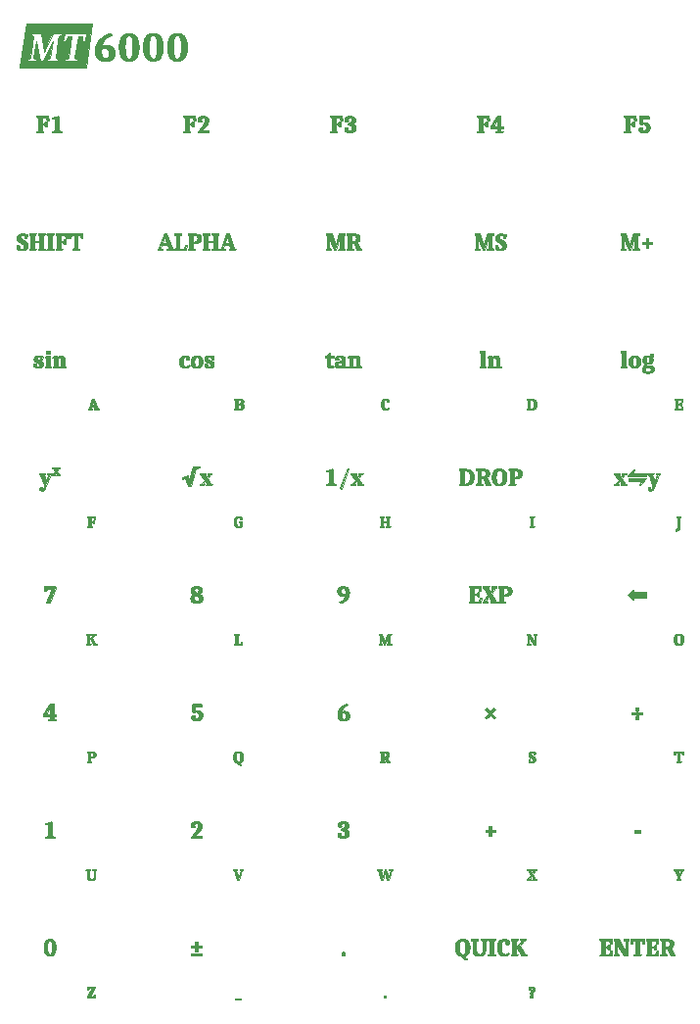
<source format=gbr>
%TF.GenerationSoftware,KiCad,Pcbnew,6.0.5+dfsg-1~bpo11+1*%
%TF.CreationDate,2022-10-05T21:30:28+13:00*%
%TF.ProjectId,FrontPanel,46726f6e-7450-4616-9e65-6c2e6b696361,rev?*%
%TF.SameCoordinates,Original*%
%TF.FileFunction,Soldermask,Top*%
%TF.FilePolarity,Negative*%
%FSLAX46Y46*%
G04 Gerber Fmt 4.6, Leading zero omitted, Abs format (unit mm)*
G04 Created by KiCad (PCBNEW 6.0.5+dfsg-1~bpo11+1) date 2022-10-05 21:30:28*
%MOMM*%
%LPD*%
G01*
G04 APERTURE LIST*
%ADD10C,0.010000*%
G04 APERTURE END LIST*
D10*
G36*
X105060697Y-96729988D02*
G01*
X105064815Y-96726019D01*
X105064815Y-96285749D01*
X105272260Y-96285749D01*
X105349872Y-96285749D01*
X105373282Y-96285110D01*
X105395182Y-96283192D01*
X105415571Y-96279994D01*
X105425199Y-96277916D01*
X105434450Y-96275518D01*
X105443323Y-96272801D01*
X105451819Y-96269764D01*
X105459937Y-96266407D01*
X105467677Y-96262730D01*
X105475040Y-96258734D01*
X105482025Y-96254417D01*
X105488633Y-96249782D01*
X105494863Y-96244826D01*
X105500715Y-96239551D01*
X105506190Y-96233956D01*
X105511288Y-96228042D01*
X105516007Y-96221807D01*
X105520349Y-96215253D01*
X105524314Y-96208380D01*
X105527901Y-96201186D01*
X105531110Y-96193673D01*
X105533942Y-96185841D01*
X105536397Y-96177688D01*
X105538473Y-96169216D01*
X105540172Y-96160424D01*
X105541494Y-96151313D01*
X105542438Y-96141882D01*
X105543004Y-96132131D01*
X105543193Y-96122061D01*
X105543011Y-96113026D01*
X105542465Y-96104267D01*
X105541556Y-96095784D01*
X105540282Y-96087576D01*
X105538645Y-96079645D01*
X105536644Y-96071988D01*
X105534279Y-96064608D01*
X105531551Y-96057503D01*
X105528458Y-96050673D01*
X105525002Y-96044119D01*
X105521182Y-96037841D01*
X105516998Y-96031838D01*
X105512450Y-96026110D01*
X105507539Y-96020658D01*
X105502264Y-96015481D01*
X105496625Y-96010580D01*
X105490711Y-96005796D01*
X105484609Y-96001321D01*
X105478320Y-95997154D01*
X105471843Y-95993296D01*
X105465179Y-95989747D01*
X105458327Y-95986507D01*
X105451288Y-95983575D01*
X105444062Y-95980951D01*
X105436648Y-95978636D01*
X105429047Y-95976630D01*
X105421259Y-95974933D01*
X105413283Y-95973544D01*
X105405119Y-95972464D01*
X105396768Y-95971692D01*
X105388230Y-95971229D01*
X105379504Y-95971075D01*
X105362703Y-95971163D01*
X105346872Y-95971427D01*
X105332011Y-95971867D01*
X105318121Y-95972483D01*
X105305200Y-95973276D01*
X105293250Y-95974245D01*
X105282270Y-95975391D01*
X105272260Y-95976713D01*
X105272260Y-96285749D01*
X105064815Y-96285749D01*
X105064815Y-95985189D01*
X105061502Y-95982036D01*
X105057914Y-95978926D01*
X105054050Y-95975861D01*
X105049911Y-95972840D01*
X105045496Y-95969863D01*
X105040805Y-95966930D01*
X105035839Y-95964041D01*
X105030597Y-95961197D01*
X105025079Y-95958396D01*
X105019286Y-95955640D01*
X105013217Y-95952928D01*
X105006873Y-95950260D01*
X105000252Y-95947637D01*
X104993357Y-95945057D01*
X104986185Y-95942522D01*
X104978738Y-95940031D01*
X104984378Y-95885000D01*
X105382325Y-95885000D01*
X105405091Y-95885237D01*
X105427172Y-95885948D01*
X105448570Y-95887133D01*
X105469285Y-95888792D01*
X105489316Y-95890925D01*
X105508664Y-95893532D01*
X105527328Y-95896613D01*
X105545308Y-95900168D01*
X105562605Y-95904197D01*
X105579219Y-95908700D01*
X105595149Y-95913677D01*
X105610395Y-95919127D01*
X105624958Y-95925052D01*
X105638838Y-95931450D01*
X105652034Y-95938323D01*
X105664546Y-95945669D01*
X105676337Y-95953293D01*
X105681947Y-95957266D01*
X105687366Y-95961346D01*
X105692596Y-95965534D01*
X105697635Y-95969829D01*
X105702485Y-95974232D01*
X105707144Y-95978743D01*
X105711613Y-95983360D01*
X105715892Y-95988086D01*
X105719980Y-95992918D01*
X105723879Y-95997859D01*
X105727587Y-96002907D01*
X105731105Y-96008062D01*
X105734433Y-96013325D01*
X105737571Y-96018695D01*
X105740518Y-96024172D01*
X105743276Y-96029758D01*
X105745843Y-96035450D01*
X105748220Y-96041250D01*
X105750407Y-96047158D01*
X105752404Y-96053173D01*
X105754211Y-96059296D01*
X105755827Y-96065526D01*
X105757253Y-96071864D01*
X105758489Y-96078309D01*
X105759535Y-96084862D01*
X105760391Y-96091522D01*
X105761057Y-96098290D01*
X105761532Y-96105165D01*
X105761912Y-96119238D01*
X105761744Y-96128832D01*
X105761240Y-96138211D01*
X105760399Y-96147375D01*
X105759223Y-96156324D01*
X105757709Y-96165059D01*
X105755860Y-96173578D01*
X105753675Y-96181882D01*
X105751153Y-96189971D01*
X105748295Y-96197845D01*
X105745101Y-96205504D01*
X105741570Y-96212948D01*
X105737703Y-96220178D01*
X105733500Y-96227192D01*
X105728961Y-96233991D01*
X105724086Y-96240575D01*
X105718874Y-96246944D01*
X105713326Y-96253099D01*
X105707442Y-96259038D01*
X105701221Y-96264762D01*
X105694665Y-96270271D01*
X105687772Y-96275566D01*
X105680542Y-96280645D01*
X105672977Y-96285509D01*
X105665075Y-96290159D01*
X105656837Y-96294593D01*
X105648263Y-96298813D01*
X105630106Y-96306607D01*
X105610604Y-96313541D01*
X105589757Y-96319616D01*
X105601922Y-96323453D01*
X105613724Y-96327555D01*
X105625161Y-96331921D01*
X105636235Y-96336551D01*
X105646945Y-96341446D01*
X105657291Y-96346605D01*
X105667274Y-96352028D01*
X105676892Y-96357716D01*
X105686147Y-96363669D01*
X105695038Y-96369886D01*
X105703565Y-96376368D01*
X105711729Y-96383115D01*
X105719529Y-96390126D01*
X105726964Y-96397402D01*
X105734036Y-96404943D01*
X105740745Y-96412748D01*
X105747238Y-96420604D01*
X105753312Y-96428647D01*
X105758968Y-96436877D01*
X105764204Y-96445294D01*
X105769022Y-96453899D01*
X105773421Y-96462691D01*
X105777401Y-96471670D01*
X105780962Y-96480837D01*
X105784104Y-96490191D01*
X105786827Y-96499732D01*
X105789131Y-96509461D01*
X105791016Y-96519378D01*
X105792483Y-96529482D01*
X105793530Y-96539773D01*
X105794158Y-96550252D01*
X105794368Y-96560919D01*
X105793971Y-96576230D01*
X105792780Y-96591123D01*
X105790796Y-96605597D01*
X105788018Y-96619653D01*
X105784446Y-96633289D01*
X105780080Y-96646507D01*
X105774921Y-96659306D01*
X105768968Y-96671686D01*
X105762221Y-96683647D01*
X105754680Y-96695190D01*
X105746346Y-96706314D01*
X105737218Y-96717019D01*
X105727296Y-96727305D01*
X105716580Y-96737173D01*
X105705070Y-96746621D01*
X105692767Y-96755651D01*
X105679770Y-96764196D01*
X105666176Y-96772189D01*
X105651988Y-96779631D01*
X105637204Y-96786522D01*
X105621825Y-96792861D01*
X105605851Y-96798649D01*
X105589281Y-96803885D01*
X105572117Y-96808571D01*
X105554356Y-96812705D01*
X105536001Y-96816287D01*
X105517050Y-96819319D01*
X105497504Y-96821799D01*
X105477362Y-96823728D01*
X105456625Y-96825106D01*
X105435293Y-96825932D01*
X105413365Y-96826208D01*
X104978742Y-96826208D01*
X104984382Y-96768354D01*
X104990319Y-96767031D01*
X104996134Y-96765532D01*
X105001828Y-96763857D01*
X105007401Y-96762004D01*
X105012852Y-96759976D01*
X105018183Y-96757771D01*
X105023392Y-96755389D01*
X105028479Y-96752831D01*
X105033446Y-96750097D01*
X105038291Y-96747186D01*
X105043014Y-96744099D01*
X105047617Y-96740836D01*
X105052098Y-96737396D01*
X105055605Y-96734487D01*
X105272260Y-96734487D01*
X105298894Y-96736335D01*
X105323765Y-96737656D01*
X105346872Y-96738450D01*
X105368215Y-96738714D01*
X105380876Y-96738549D01*
X105393108Y-96738052D01*
X105404909Y-96737226D01*
X105416281Y-96736068D01*
X105427222Y-96734579D01*
X105437734Y-96732760D01*
X105447816Y-96730610D01*
X105457467Y-96728129D01*
X105466689Y-96725318D01*
X105475481Y-96722176D01*
X105483843Y-96718703D01*
X105491775Y-96714899D01*
X105499277Y-96710765D01*
X105506350Y-96706300D01*
X105512992Y-96701505D01*
X105519204Y-96696379D01*
X105525185Y-96690894D01*
X105530780Y-96685024D01*
X105535989Y-96678768D01*
X105540812Y-96672126D01*
X105545249Y-96665098D01*
X105549301Y-96657684D01*
X105552966Y-96649884D01*
X105556246Y-96641699D01*
X105559140Y-96633127D01*
X105561648Y-96624170D01*
X105563770Y-96614827D01*
X105565506Y-96605098D01*
X105566857Y-96594983D01*
X105567821Y-96584482D01*
X105568400Y-96573595D01*
X105568593Y-96562322D01*
X105568378Y-96550776D01*
X105567733Y-96539597D01*
X105566658Y-96528783D01*
X105565154Y-96518337D01*
X105563219Y-96508257D01*
X105560854Y-96498543D01*
X105558059Y-96489196D01*
X105554835Y-96480215D01*
X105551180Y-96471602D01*
X105547096Y-96463354D01*
X105542581Y-96455473D01*
X105537637Y-96447959D01*
X105532263Y-96440811D01*
X105526458Y-96434030D01*
X105520224Y-96427615D01*
X105513560Y-96421567D01*
X105506466Y-96415885D01*
X105498942Y-96410570D01*
X105490988Y-96405622D01*
X105482604Y-96401039D01*
X105473790Y-96396824D01*
X105464546Y-96392975D01*
X105454872Y-96389493D01*
X105444768Y-96386377D01*
X105434235Y-96383628D01*
X105423271Y-96381245D01*
X105411877Y-96379229D01*
X105400054Y-96377579D01*
X105387800Y-96376297D01*
X105375117Y-96375380D01*
X105362004Y-96374830D01*
X105348460Y-96374647D01*
X105348460Y-96374655D01*
X105272260Y-96374655D01*
X105272260Y-96734487D01*
X105055605Y-96734487D01*
X105056458Y-96733780D01*
X105060697Y-96729988D01*
G37*
X105060697Y-96729988D02*
X105064815Y-96726019D01*
X105064815Y-96285749D01*
X105272260Y-96285749D01*
X105349872Y-96285749D01*
X105373282Y-96285110D01*
X105395182Y-96283192D01*
X105415571Y-96279994D01*
X105425199Y-96277916D01*
X105434450Y-96275518D01*
X105443323Y-96272801D01*
X105451819Y-96269764D01*
X105459937Y-96266407D01*
X105467677Y-96262730D01*
X105475040Y-96258734D01*
X105482025Y-96254417D01*
X105488633Y-96249782D01*
X105494863Y-96244826D01*
X105500715Y-96239551D01*
X105506190Y-96233956D01*
X105511288Y-96228042D01*
X105516007Y-96221807D01*
X105520349Y-96215253D01*
X105524314Y-96208380D01*
X105527901Y-96201186D01*
X105531110Y-96193673D01*
X105533942Y-96185841D01*
X105536397Y-96177688D01*
X105538473Y-96169216D01*
X105540172Y-96160424D01*
X105541494Y-96151313D01*
X105542438Y-96141882D01*
X105543004Y-96132131D01*
X105543193Y-96122061D01*
X105543011Y-96113026D01*
X105542465Y-96104267D01*
X105541556Y-96095784D01*
X105540282Y-96087576D01*
X105538645Y-96079645D01*
X105536644Y-96071988D01*
X105534279Y-96064608D01*
X105531551Y-96057503D01*
X105528458Y-96050673D01*
X105525002Y-96044119D01*
X105521182Y-96037841D01*
X105516998Y-96031838D01*
X105512450Y-96026110D01*
X105507539Y-96020658D01*
X105502264Y-96015481D01*
X105496625Y-96010580D01*
X105490711Y-96005796D01*
X105484609Y-96001321D01*
X105478320Y-95997154D01*
X105471843Y-95993296D01*
X105465179Y-95989747D01*
X105458327Y-95986507D01*
X105451288Y-95983575D01*
X105444062Y-95980951D01*
X105436648Y-95978636D01*
X105429047Y-95976630D01*
X105421259Y-95974933D01*
X105413283Y-95973544D01*
X105405119Y-95972464D01*
X105396768Y-95971692D01*
X105388230Y-95971229D01*
X105379504Y-95971075D01*
X105362703Y-95971163D01*
X105346872Y-95971427D01*
X105332011Y-95971867D01*
X105318121Y-95972483D01*
X105305200Y-95973276D01*
X105293250Y-95974245D01*
X105282270Y-95975391D01*
X105272260Y-95976713D01*
X105272260Y-96285749D01*
X105064815Y-96285749D01*
X105064815Y-95985189D01*
X105061502Y-95982036D01*
X105057914Y-95978926D01*
X105054050Y-95975861D01*
X105049911Y-95972840D01*
X105045496Y-95969863D01*
X105040805Y-95966930D01*
X105035839Y-95964041D01*
X105030597Y-95961197D01*
X105025079Y-95958396D01*
X105019286Y-95955640D01*
X105013217Y-95952928D01*
X105006873Y-95950260D01*
X105000252Y-95947637D01*
X104993357Y-95945057D01*
X104986185Y-95942522D01*
X104978738Y-95940031D01*
X104984378Y-95885000D01*
X105382325Y-95885000D01*
X105405091Y-95885237D01*
X105427172Y-95885948D01*
X105448570Y-95887133D01*
X105469285Y-95888792D01*
X105489316Y-95890925D01*
X105508664Y-95893532D01*
X105527328Y-95896613D01*
X105545308Y-95900168D01*
X105562605Y-95904197D01*
X105579219Y-95908700D01*
X105595149Y-95913677D01*
X105610395Y-95919127D01*
X105624958Y-95925052D01*
X105638838Y-95931450D01*
X105652034Y-95938323D01*
X105664546Y-95945669D01*
X105676337Y-95953293D01*
X105681947Y-95957266D01*
X105687366Y-95961346D01*
X105692596Y-95965534D01*
X105697635Y-95969829D01*
X105702485Y-95974232D01*
X105707144Y-95978743D01*
X105711613Y-95983360D01*
X105715892Y-95988086D01*
X105719980Y-95992918D01*
X105723879Y-95997859D01*
X105727587Y-96002907D01*
X105731105Y-96008062D01*
X105734433Y-96013325D01*
X105737571Y-96018695D01*
X105740518Y-96024172D01*
X105743276Y-96029758D01*
X105745843Y-96035450D01*
X105748220Y-96041250D01*
X105750407Y-96047158D01*
X105752404Y-96053173D01*
X105754211Y-96059296D01*
X105755827Y-96065526D01*
X105757253Y-96071864D01*
X105758489Y-96078309D01*
X105759535Y-96084862D01*
X105760391Y-96091522D01*
X105761057Y-96098290D01*
X105761532Y-96105165D01*
X105761912Y-96119238D01*
X105761744Y-96128832D01*
X105761240Y-96138211D01*
X105760399Y-96147375D01*
X105759223Y-96156324D01*
X105757709Y-96165059D01*
X105755860Y-96173578D01*
X105753675Y-96181882D01*
X105751153Y-96189971D01*
X105748295Y-96197845D01*
X105745101Y-96205504D01*
X105741570Y-96212948D01*
X105737703Y-96220178D01*
X105733500Y-96227192D01*
X105728961Y-96233991D01*
X105724086Y-96240575D01*
X105718874Y-96246944D01*
X105713326Y-96253099D01*
X105707442Y-96259038D01*
X105701221Y-96264762D01*
X105694665Y-96270271D01*
X105687772Y-96275566D01*
X105680542Y-96280645D01*
X105672977Y-96285509D01*
X105665075Y-96290159D01*
X105656837Y-96294593D01*
X105648263Y-96298813D01*
X105630106Y-96306607D01*
X105610604Y-96313541D01*
X105589757Y-96319616D01*
X105601922Y-96323453D01*
X105613724Y-96327555D01*
X105625161Y-96331921D01*
X105636235Y-96336551D01*
X105646945Y-96341446D01*
X105657291Y-96346605D01*
X105667274Y-96352028D01*
X105676892Y-96357716D01*
X105686147Y-96363669D01*
X105695038Y-96369886D01*
X105703565Y-96376368D01*
X105711729Y-96383115D01*
X105719529Y-96390126D01*
X105726964Y-96397402D01*
X105734036Y-96404943D01*
X105740745Y-96412748D01*
X105747238Y-96420604D01*
X105753312Y-96428647D01*
X105758968Y-96436877D01*
X105764204Y-96445294D01*
X105769022Y-96453899D01*
X105773421Y-96462691D01*
X105777401Y-96471670D01*
X105780962Y-96480837D01*
X105784104Y-96490191D01*
X105786827Y-96499732D01*
X105789131Y-96509461D01*
X105791016Y-96519378D01*
X105792483Y-96529482D01*
X105793530Y-96539773D01*
X105794158Y-96550252D01*
X105794368Y-96560919D01*
X105793971Y-96576230D01*
X105792780Y-96591123D01*
X105790796Y-96605597D01*
X105788018Y-96619653D01*
X105784446Y-96633289D01*
X105780080Y-96646507D01*
X105774921Y-96659306D01*
X105768968Y-96671686D01*
X105762221Y-96683647D01*
X105754680Y-96695190D01*
X105746346Y-96706314D01*
X105737218Y-96717019D01*
X105727296Y-96727305D01*
X105716580Y-96737173D01*
X105705070Y-96746621D01*
X105692767Y-96755651D01*
X105679770Y-96764196D01*
X105666176Y-96772189D01*
X105651988Y-96779631D01*
X105637204Y-96786522D01*
X105621825Y-96792861D01*
X105605851Y-96798649D01*
X105589281Y-96803885D01*
X105572117Y-96808571D01*
X105554356Y-96812705D01*
X105536001Y-96816287D01*
X105517050Y-96819319D01*
X105497504Y-96821799D01*
X105477362Y-96823728D01*
X105456625Y-96825106D01*
X105435293Y-96825932D01*
X105413365Y-96826208D01*
X104978742Y-96826208D01*
X104984382Y-96768354D01*
X104990319Y-96767031D01*
X104996134Y-96765532D01*
X105001828Y-96763857D01*
X105007401Y-96762004D01*
X105012852Y-96759976D01*
X105018183Y-96757771D01*
X105023392Y-96755389D01*
X105028479Y-96752831D01*
X105033446Y-96750097D01*
X105038291Y-96747186D01*
X105043014Y-96744099D01*
X105047617Y-96740836D01*
X105052098Y-96737396D01*
X105055605Y-96734487D01*
X105272260Y-96734487D01*
X105298894Y-96736335D01*
X105323765Y-96737656D01*
X105346872Y-96738450D01*
X105368215Y-96738714D01*
X105380876Y-96738549D01*
X105393108Y-96738052D01*
X105404909Y-96737226D01*
X105416281Y-96736068D01*
X105427222Y-96734579D01*
X105437734Y-96732760D01*
X105447816Y-96730610D01*
X105457467Y-96728129D01*
X105466689Y-96725318D01*
X105475481Y-96722176D01*
X105483843Y-96718703D01*
X105491775Y-96714899D01*
X105499277Y-96710765D01*
X105506350Y-96706300D01*
X105512992Y-96701505D01*
X105519204Y-96696379D01*
X105525185Y-96690894D01*
X105530780Y-96685024D01*
X105535989Y-96678768D01*
X105540812Y-96672126D01*
X105545249Y-96665098D01*
X105549301Y-96657684D01*
X105552966Y-96649884D01*
X105556246Y-96641699D01*
X105559140Y-96633127D01*
X105561648Y-96624170D01*
X105563770Y-96614827D01*
X105565506Y-96605098D01*
X105566857Y-96594983D01*
X105567821Y-96584482D01*
X105568400Y-96573595D01*
X105568593Y-96562322D01*
X105568378Y-96550776D01*
X105567733Y-96539597D01*
X105566658Y-96528783D01*
X105565154Y-96518337D01*
X105563219Y-96508257D01*
X105560854Y-96498543D01*
X105558059Y-96489196D01*
X105554835Y-96480215D01*
X105551180Y-96471602D01*
X105547096Y-96463354D01*
X105542581Y-96455473D01*
X105537637Y-96447959D01*
X105532263Y-96440811D01*
X105526458Y-96434030D01*
X105520224Y-96427615D01*
X105513560Y-96421567D01*
X105506466Y-96415885D01*
X105498942Y-96410570D01*
X105490988Y-96405622D01*
X105482604Y-96401039D01*
X105473790Y-96396824D01*
X105464546Y-96392975D01*
X105454872Y-96389493D01*
X105444768Y-96386377D01*
X105434235Y-96383628D01*
X105423271Y-96381245D01*
X105411877Y-96379229D01*
X105400054Y-96377579D01*
X105387800Y-96376297D01*
X105375117Y-96375380D01*
X105362004Y-96374830D01*
X105348460Y-96374647D01*
X105348460Y-96374655D01*
X105272260Y-96374655D01*
X105272260Y-96734487D01*
X105055605Y-96734487D01*
X105056458Y-96733780D01*
X105060697Y-96729988D01*
G36*
X143731942Y-96117826D02*
G01*
X143724005Y-96120141D01*
X143716420Y-96122148D01*
X143709188Y-96123846D01*
X143702309Y-96125235D01*
X143695783Y-96126316D01*
X143689610Y-96127088D01*
X143683790Y-96127552D01*
X143678323Y-96127706D01*
X143673207Y-96127618D01*
X143667739Y-96127354D01*
X143661918Y-96126914D01*
X143655745Y-96126298D01*
X143649219Y-96125505D01*
X143642340Y-96124536D01*
X143635108Y-96123390D01*
X143627523Y-96122068D01*
X143621944Y-96098410D01*
X143615793Y-96076119D01*
X143612503Y-96065486D01*
X143609069Y-96055195D01*
X143605491Y-96045245D01*
X143601771Y-96035638D01*
X143597907Y-96026372D01*
X143593900Y-96017448D01*
X143589750Y-96008866D01*
X143585456Y-96000625D01*
X143581020Y-95992727D01*
X143576440Y-95985170D01*
X143571716Y-95977955D01*
X143566850Y-95971083D01*
X143329782Y-95971083D01*
X143329782Y-96305517D01*
X143461015Y-96295637D01*
X143464174Y-96295196D01*
X143467300Y-96294578D01*
X143470392Y-96293784D01*
X143473452Y-96292814D01*
X143476478Y-96291668D01*
X143479471Y-96290345D01*
X143482431Y-96288846D01*
X143485357Y-96287171D01*
X143488251Y-96285320D01*
X143491111Y-96283291D01*
X143493938Y-96281087D01*
X143496732Y-96278706D01*
X143499493Y-96276148D01*
X143502221Y-96273414D01*
X143504915Y-96270503D01*
X143507577Y-96267416D01*
X143510350Y-96264179D01*
X143513023Y-96260822D01*
X143515598Y-96257343D01*
X143518073Y-96253743D01*
X143520449Y-96250022D01*
X143522725Y-96246180D01*
X143524903Y-96242216D01*
X143526981Y-96238131D01*
X143528960Y-96233926D01*
X143530840Y-96229599D01*
X143532621Y-96225150D01*
X143534302Y-96220581D01*
X143535884Y-96215891D01*
X143537367Y-96211080D01*
X143538752Y-96206147D01*
X143540036Y-96201094D01*
X143613412Y-96201094D01*
X143613412Y-96493193D01*
X143540029Y-96493193D01*
X143535111Y-96479611D01*
X143530238Y-96467087D01*
X143525410Y-96455622D01*
X143520625Y-96445215D01*
X143515885Y-96435867D01*
X143511190Y-96427577D01*
X143508858Y-96423829D01*
X143506538Y-96420346D01*
X143504229Y-96417128D01*
X143501931Y-96414175D01*
X143499616Y-96411430D01*
X143497257Y-96408839D01*
X143494853Y-96406402D01*
X143492406Y-96404120D01*
X143489914Y-96401992D01*
X143487378Y-96400018D01*
X143484798Y-96398199D01*
X143482174Y-96396534D01*
X143479506Y-96395023D01*
X143476794Y-96393667D01*
X143474037Y-96392465D01*
X143471237Y-96391417D01*
X143468393Y-96390523D01*
X143465504Y-96389784D01*
X143462572Y-96389199D01*
X143459596Y-96388769D01*
X143329774Y-96377477D01*
X143329774Y-96738722D01*
X143576718Y-96738722D01*
X143582269Y-96730084D01*
X143587632Y-96721104D01*
X143592807Y-96711783D01*
X143597796Y-96702120D01*
X143602596Y-96692116D01*
X143607210Y-96681770D01*
X143611636Y-96671082D01*
X143615874Y-96660052D01*
X143619926Y-96648681D01*
X143623789Y-96636967D01*
X143627466Y-96624912D01*
X143630955Y-96612515D01*
X143634256Y-96599776D01*
X143637371Y-96586695D01*
X143640298Y-96573272D01*
X143643037Y-96559507D01*
X143650381Y-96558517D01*
X143657591Y-96557659D01*
X143664669Y-96556933D01*
X143671615Y-96556338D01*
X143678428Y-96555876D01*
X143685109Y-96555545D01*
X143691658Y-96555347D01*
X143698075Y-96555281D01*
X143704712Y-96555347D01*
X143711217Y-96555545D01*
X143717589Y-96555876D01*
X143723828Y-96556338D01*
X143729936Y-96556933D01*
X143735911Y-96557659D01*
X143741754Y-96558517D01*
X143747464Y-96559507D01*
X143733354Y-96826208D01*
X143036264Y-96826208D01*
X143041917Y-96768354D01*
X143048680Y-96767224D01*
X143055211Y-96765950D01*
X143061512Y-96764533D01*
X143067580Y-96762973D01*
X143073417Y-96761269D01*
X143079023Y-96759422D01*
X143084397Y-96757432D01*
X143089540Y-96755298D01*
X143094451Y-96753022D01*
X143099131Y-96750602D01*
X143103579Y-96748039D01*
X143107796Y-96745332D01*
X143111781Y-96742483D01*
X143115534Y-96739490D01*
X143119056Y-96736355D01*
X143122346Y-96733076D01*
X143122346Y-95978132D01*
X143118041Y-95974499D01*
X143113593Y-95971009D01*
X143109002Y-95967662D01*
X143104267Y-95964459D01*
X143099389Y-95961400D01*
X143094368Y-95958483D01*
X143089203Y-95955710D01*
X143083895Y-95953081D01*
X143078443Y-95950595D01*
X143072849Y-95948252D01*
X143067111Y-95946053D01*
X143061229Y-95943997D01*
X143055205Y-95942085D01*
X143049037Y-95940316D01*
X143042726Y-95938690D01*
X143036271Y-95937208D01*
X143040498Y-95885000D01*
X143726297Y-95885000D01*
X143731942Y-96117826D01*
G37*
X143731942Y-96117826D02*
X143724005Y-96120141D01*
X143716420Y-96122148D01*
X143709188Y-96123846D01*
X143702309Y-96125235D01*
X143695783Y-96126316D01*
X143689610Y-96127088D01*
X143683790Y-96127552D01*
X143678323Y-96127706D01*
X143673207Y-96127618D01*
X143667739Y-96127354D01*
X143661918Y-96126914D01*
X143655745Y-96126298D01*
X143649219Y-96125505D01*
X143642340Y-96124536D01*
X143635108Y-96123390D01*
X143627523Y-96122068D01*
X143621944Y-96098410D01*
X143615793Y-96076119D01*
X143612503Y-96065486D01*
X143609069Y-96055195D01*
X143605491Y-96045245D01*
X143601771Y-96035638D01*
X143597907Y-96026372D01*
X143593900Y-96017448D01*
X143589750Y-96008866D01*
X143585456Y-96000625D01*
X143581020Y-95992727D01*
X143576440Y-95985170D01*
X143571716Y-95977955D01*
X143566850Y-95971083D01*
X143329782Y-95971083D01*
X143329782Y-96305517D01*
X143461015Y-96295637D01*
X143464174Y-96295196D01*
X143467300Y-96294578D01*
X143470392Y-96293784D01*
X143473452Y-96292814D01*
X143476478Y-96291668D01*
X143479471Y-96290345D01*
X143482431Y-96288846D01*
X143485357Y-96287171D01*
X143488251Y-96285320D01*
X143491111Y-96283291D01*
X143493938Y-96281087D01*
X143496732Y-96278706D01*
X143499493Y-96276148D01*
X143502221Y-96273414D01*
X143504915Y-96270503D01*
X143507577Y-96267416D01*
X143510350Y-96264179D01*
X143513023Y-96260822D01*
X143515598Y-96257343D01*
X143518073Y-96253743D01*
X143520449Y-96250022D01*
X143522725Y-96246180D01*
X143524903Y-96242216D01*
X143526981Y-96238131D01*
X143528960Y-96233926D01*
X143530840Y-96229599D01*
X143532621Y-96225150D01*
X143534302Y-96220581D01*
X143535884Y-96215891D01*
X143537367Y-96211080D01*
X143538752Y-96206147D01*
X143540036Y-96201094D01*
X143613412Y-96201094D01*
X143613412Y-96493193D01*
X143540029Y-96493193D01*
X143535111Y-96479611D01*
X143530238Y-96467087D01*
X143525410Y-96455622D01*
X143520625Y-96445215D01*
X143515885Y-96435867D01*
X143511190Y-96427577D01*
X143508858Y-96423829D01*
X143506538Y-96420346D01*
X143504229Y-96417128D01*
X143501931Y-96414175D01*
X143499616Y-96411430D01*
X143497257Y-96408839D01*
X143494853Y-96406402D01*
X143492406Y-96404120D01*
X143489914Y-96401992D01*
X143487378Y-96400018D01*
X143484798Y-96398199D01*
X143482174Y-96396534D01*
X143479506Y-96395023D01*
X143476794Y-96393667D01*
X143474037Y-96392465D01*
X143471237Y-96391417D01*
X143468393Y-96390523D01*
X143465504Y-96389784D01*
X143462572Y-96389199D01*
X143459596Y-96388769D01*
X143329774Y-96377477D01*
X143329774Y-96738722D01*
X143576718Y-96738722D01*
X143582269Y-96730084D01*
X143587632Y-96721104D01*
X143592807Y-96711783D01*
X143597796Y-96702120D01*
X143602596Y-96692116D01*
X143607210Y-96681770D01*
X143611636Y-96671082D01*
X143615874Y-96660052D01*
X143619926Y-96648681D01*
X143623789Y-96636967D01*
X143627466Y-96624912D01*
X143630955Y-96612515D01*
X143634256Y-96599776D01*
X143637371Y-96586695D01*
X143640298Y-96573272D01*
X143643037Y-96559507D01*
X143650381Y-96558517D01*
X143657591Y-96557659D01*
X143664669Y-96556933D01*
X143671615Y-96556338D01*
X143678428Y-96555876D01*
X143685109Y-96555545D01*
X143691658Y-96555347D01*
X143698075Y-96555281D01*
X143704712Y-96555347D01*
X143711217Y-96555545D01*
X143717589Y-96555876D01*
X143723828Y-96556338D01*
X143729936Y-96556933D01*
X143735911Y-96557659D01*
X143741754Y-96558517D01*
X143747464Y-96559507D01*
X143733354Y-96826208D01*
X143036264Y-96826208D01*
X143041917Y-96768354D01*
X143048680Y-96767224D01*
X143055211Y-96765950D01*
X143061512Y-96764533D01*
X143067580Y-96762973D01*
X143073417Y-96761269D01*
X143079023Y-96759422D01*
X143084397Y-96757432D01*
X143089540Y-96755298D01*
X143094451Y-96753022D01*
X143099131Y-96750602D01*
X143103579Y-96748039D01*
X143107796Y-96745332D01*
X143111781Y-96742483D01*
X143115534Y-96739490D01*
X143119056Y-96736355D01*
X143122346Y-96733076D01*
X143122346Y-95978132D01*
X143118041Y-95974499D01*
X143113593Y-95971009D01*
X143109002Y-95967662D01*
X143104267Y-95964459D01*
X143099389Y-95961400D01*
X143094368Y-95958483D01*
X143089203Y-95955710D01*
X143083895Y-95953081D01*
X143078443Y-95950595D01*
X143072849Y-95948252D01*
X143067111Y-95946053D01*
X143061229Y-95943997D01*
X143055205Y-95942085D01*
X143049037Y-95940316D01*
X143042726Y-95938690D01*
X143036271Y-95937208D01*
X143040498Y-95885000D01*
X143726297Y-95885000D01*
X143731942Y-96117826D01*
G36*
X130336961Y-96727438D02*
G01*
X130336961Y-95983785D01*
X130333654Y-95980804D01*
X130330082Y-95977855D01*
X130326246Y-95974939D01*
X130322145Y-95972055D01*
X130317780Y-95969205D01*
X130313150Y-95966388D01*
X130308255Y-95963604D01*
X130303096Y-95960853D01*
X130297673Y-95958136D01*
X130291985Y-95955451D01*
X130286032Y-95952799D01*
X130279814Y-95950181D01*
X130273332Y-95947595D01*
X130266585Y-95945043D01*
X130259574Y-95942524D01*
X130252298Y-95940039D01*
X130257936Y-95885000D01*
X130559922Y-95885000D01*
X130595465Y-95885441D01*
X130629774Y-95886764D01*
X130662847Y-95888969D01*
X130694685Y-95892055D01*
X130725289Y-95896024D01*
X130754658Y-95900874D01*
X130782792Y-95906607D01*
X130809691Y-95913221D01*
X130835356Y-95920717D01*
X130859785Y-95929096D01*
X130882980Y-95938356D01*
X130904941Y-95948498D01*
X130925666Y-95959521D01*
X130945157Y-95971427D01*
X130963414Y-95984215D01*
X130980435Y-95997885D01*
X130996327Y-96012515D01*
X131011192Y-96028181D01*
X131025033Y-96044883D01*
X131037848Y-96062621D01*
X131049638Y-96081396D01*
X131060403Y-96101207D01*
X131070143Y-96122054D01*
X131078858Y-96143937D01*
X131086547Y-96166857D01*
X131093211Y-96190813D01*
X131098850Y-96215805D01*
X131103463Y-96241834D01*
X131107051Y-96268899D01*
X131109614Y-96297001D01*
X131111152Y-96326139D01*
X131111665Y-96356314D01*
X131111147Y-96386487D01*
X131109592Y-96415624D01*
X131107002Y-96443725D01*
X131103375Y-96470789D01*
X131098712Y-96496817D01*
X131093012Y-96521809D01*
X131086277Y-96545764D01*
X131078505Y-96568683D01*
X131069696Y-96590566D01*
X131059852Y-96611413D01*
X131048971Y-96631224D01*
X131037053Y-96649998D01*
X131024100Y-96667737D01*
X131010110Y-96684439D01*
X130995083Y-96700105D01*
X130979020Y-96714735D01*
X130961806Y-96728234D01*
X130943324Y-96740862D01*
X130923574Y-96752620D01*
X130902556Y-96763507D01*
X130880271Y-96773522D01*
X130856718Y-96782667D01*
X130831897Y-96790941D01*
X130805808Y-96798344D01*
X130778451Y-96804877D01*
X130749826Y-96810538D01*
X130719934Y-96815328D01*
X130688774Y-96819248D01*
X130656345Y-96822296D01*
X130622649Y-96824474D01*
X130587685Y-96825780D01*
X130551454Y-96826216D01*
X130252301Y-96826216D01*
X130257939Y-96768362D01*
X130263540Y-96767043D01*
X130269053Y-96765559D01*
X130274477Y-96763910D01*
X130279813Y-96762096D01*
X130285060Y-96760117D01*
X130290220Y-96757972D01*
X130295291Y-96755662D01*
X130300274Y-96753187D01*
X130305169Y-96750547D01*
X130309975Y-96747741D01*
X130314693Y-96744770D01*
X130319323Y-96741634D01*
X130323865Y-96738333D01*
X130328319Y-96734866D01*
X130330471Y-96733076D01*
X130545812Y-96733076D01*
X130547515Y-96733759D01*
X130549450Y-96734398D01*
X130551617Y-96734993D01*
X130554015Y-96735544D01*
X130556645Y-96736050D01*
X130559506Y-96736513D01*
X130562598Y-96736931D01*
X130565922Y-96737305D01*
X130569477Y-96737636D01*
X130573264Y-96737922D01*
X130577283Y-96738164D01*
X130581532Y-96738362D01*
X130590726Y-96738626D01*
X130600846Y-96738714D01*
X130619565Y-96738356D01*
X130637622Y-96737281D01*
X130655018Y-96735490D01*
X130671753Y-96732982D01*
X130687826Y-96729757D01*
X130703237Y-96725817D01*
X130717987Y-96721159D01*
X130732076Y-96715785D01*
X130745504Y-96709694D01*
X130758270Y-96702887D01*
X130770374Y-96695363D01*
X130781818Y-96687122D01*
X130792600Y-96678165D01*
X130802720Y-96668491D01*
X130812179Y-96658101D01*
X130820977Y-96646993D01*
X130829350Y-96635102D01*
X130837183Y-96622363D01*
X130844476Y-96608774D01*
X130851228Y-96594337D01*
X130857441Y-96579052D01*
X130863113Y-96562917D01*
X130868245Y-96545934D01*
X130872836Y-96528103D01*
X130876888Y-96509422D01*
X130880399Y-96489893D01*
X130883370Y-96469514D01*
X130885801Y-96448287D01*
X130887692Y-96426210D01*
X130889042Y-96403285D01*
X130889852Y-96379511D01*
X130890123Y-96354887D01*
X130889863Y-96330098D01*
X130889086Y-96306181D01*
X130887791Y-96283134D01*
X130885977Y-96260959D01*
X130883645Y-96239655D01*
X130880795Y-96219222D01*
X130877427Y-96199659D01*
X130873541Y-96180968D01*
X130869137Y-96163148D01*
X130864214Y-96146198D01*
X130858774Y-96130120D01*
X130852815Y-96114912D01*
X130846338Y-96100575D01*
X130839344Y-96087108D01*
X130831831Y-96074513D01*
X130823800Y-96062788D01*
X130819571Y-96057231D01*
X130815173Y-96051851D01*
X130810608Y-96046647D01*
X130805874Y-96041620D01*
X130800973Y-96036769D01*
X130795903Y-96032094D01*
X130790665Y-96027596D01*
X130785259Y-96023274D01*
X130779684Y-96019129D01*
X130773942Y-96015160D01*
X130768032Y-96011367D01*
X130761953Y-96007751D01*
X130755706Y-96004311D01*
X130749292Y-96001048D01*
X130735958Y-95995050D01*
X130721951Y-95989758D01*
X130707272Y-95985172D01*
X130691921Y-95981291D01*
X130675897Y-95978116D01*
X130659201Y-95975646D01*
X130641832Y-95973882D01*
X130623791Y-95972824D01*
X130605077Y-95972471D01*
X130605077Y-95972486D01*
X130545812Y-95972486D01*
X130545812Y-96733076D01*
X130330471Y-96733076D01*
X130332684Y-96731235D01*
X130336961Y-96727438D01*
G37*
X130336961Y-96727438D02*
X130336961Y-95983785D01*
X130333654Y-95980804D01*
X130330082Y-95977855D01*
X130326246Y-95974939D01*
X130322145Y-95972055D01*
X130317780Y-95969205D01*
X130313150Y-95966388D01*
X130308255Y-95963604D01*
X130303096Y-95960853D01*
X130297673Y-95958136D01*
X130291985Y-95955451D01*
X130286032Y-95952799D01*
X130279814Y-95950181D01*
X130273332Y-95947595D01*
X130266585Y-95945043D01*
X130259574Y-95942524D01*
X130252298Y-95940039D01*
X130257936Y-95885000D01*
X130559922Y-95885000D01*
X130595465Y-95885441D01*
X130629774Y-95886764D01*
X130662847Y-95888969D01*
X130694685Y-95892055D01*
X130725289Y-95896024D01*
X130754658Y-95900874D01*
X130782792Y-95906607D01*
X130809691Y-95913221D01*
X130835356Y-95920717D01*
X130859785Y-95929096D01*
X130882980Y-95938356D01*
X130904941Y-95948498D01*
X130925666Y-95959521D01*
X130945157Y-95971427D01*
X130963414Y-95984215D01*
X130980435Y-95997885D01*
X130996327Y-96012515D01*
X131011192Y-96028181D01*
X131025033Y-96044883D01*
X131037848Y-96062621D01*
X131049638Y-96081396D01*
X131060403Y-96101207D01*
X131070143Y-96122054D01*
X131078858Y-96143937D01*
X131086547Y-96166857D01*
X131093211Y-96190813D01*
X131098850Y-96215805D01*
X131103463Y-96241834D01*
X131107051Y-96268899D01*
X131109614Y-96297001D01*
X131111152Y-96326139D01*
X131111665Y-96356314D01*
X131111147Y-96386487D01*
X131109592Y-96415624D01*
X131107002Y-96443725D01*
X131103375Y-96470789D01*
X131098712Y-96496817D01*
X131093012Y-96521809D01*
X131086277Y-96545764D01*
X131078505Y-96568683D01*
X131069696Y-96590566D01*
X131059852Y-96611413D01*
X131048971Y-96631224D01*
X131037053Y-96649998D01*
X131024100Y-96667737D01*
X131010110Y-96684439D01*
X130995083Y-96700105D01*
X130979020Y-96714735D01*
X130961806Y-96728234D01*
X130943324Y-96740862D01*
X130923574Y-96752620D01*
X130902556Y-96763507D01*
X130880271Y-96773522D01*
X130856718Y-96782667D01*
X130831897Y-96790941D01*
X130805808Y-96798344D01*
X130778451Y-96804877D01*
X130749826Y-96810538D01*
X130719934Y-96815328D01*
X130688774Y-96819248D01*
X130656345Y-96822296D01*
X130622649Y-96824474D01*
X130587685Y-96825780D01*
X130551454Y-96826216D01*
X130252301Y-96826216D01*
X130257939Y-96768362D01*
X130263540Y-96767043D01*
X130269053Y-96765559D01*
X130274477Y-96763910D01*
X130279813Y-96762096D01*
X130285060Y-96760117D01*
X130290220Y-96757972D01*
X130295291Y-96755662D01*
X130300274Y-96753187D01*
X130305169Y-96750547D01*
X130309975Y-96747741D01*
X130314693Y-96744770D01*
X130319323Y-96741634D01*
X130323865Y-96738333D01*
X130328319Y-96734866D01*
X130330471Y-96733076D01*
X130545812Y-96733076D01*
X130547515Y-96733759D01*
X130549450Y-96734398D01*
X130551617Y-96734993D01*
X130554015Y-96735544D01*
X130556645Y-96736050D01*
X130559506Y-96736513D01*
X130562598Y-96736931D01*
X130565922Y-96737305D01*
X130569477Y-96737636D01*
X130573264Y-96737922D01*
X130577283Y-96738164D01*
X130581532Y-96738362D01*
X130590726Y-96738626D01*
X130600846Y-96738714D01*
X130619565Y-96738356D01*
X130637622Y-96737281D01*
X130655018Y-96735490D01*
X130671753Y-96732982D01*
X130687826Y-96729757D01*
X130703237Y-96725817D01*
X130717987Y-96721159D01*
X130732076Y-96715785D01*
X130745504Y-96709694D01*
X130758270Y-96702887D01*
X130770374Y-96695363D01*
X130781818Y-96687122D01*
X130792600Y-96678165D01*
X130802720Y-96668491D01*
X130812179Y-96658101D01*
X130820977Y-96646993D01*
X130829350Y-96635102D01*
X130837183Y-96622363D01*
X130844476Y-96608774D01*
X130851228Y-96594337D01*
X130857441Y-96579052D01*
X130863113Y-96562917D01*
X130868245Y-96545934D01*
X130872836Y-96528103D01*
X130876888Y-96509422D01*
X130880399Y-96489893D01*
X130883370Y-96469514D01*
X130885801Y-96448287D01*
X130887692Y-96426210D01*
X130889042Y-96403285D01*
X130889852Y-96379511D01*
X130890123Y-96354887D01*
X130889863Y-96330098D01*
X130889086Y-96306181D01*
X130887791Y-96283134D01*
X130885977Y-96260959D01*
X130883645Y-96239655D01*
X130880795Y-96219222D01*
X130877427Y-96199659D01*
X130873541Y-96180968D01*
X130869137Y-96163148D01*
X130864214Y-96146198D01*
X130858774Y-96130120D01*
X130852815Y-96114912D01*
X130846338Y-96100575D01*
X130839344Y-96087108D01*
X130831831Y-96074513D01*
X130823800Y-96062788D01*
X130819571Y-96057231D01*
X130815173Y-96051851D01*
X130810608Y-96046647D01*
X130805874Y-96041620D01*
X130800973Y-96036769D01*
X130795903Y-96032094D01*
X130790665Y-96027596D01*
X130785259Y-96023274D01*
X130779684Y-96019129D01*
X130773942Y-96015160D01*
X130768032Y-96011367D01*
X130761953Y-96007751D01*
X130755706Y-96004311D01*
X130749292Y-96001048D01*
X130735958Y-95995050D01*
X130721951Y-95989758D01*
X130707272Y-95985172D01*
X130691921Y-95981291D01*
X130675897Y-95978116D01*
X130659201Y-95975646D01*
X130641832Y-95973882D01*
X130623791Y-95972824D01*
X130605077Y-95972471D01*
X130605077Y-95972486D01*
X130545812Y-95972486D01*
X130545812Y-96733076D01*
X130330471Y-96733076D01*
X130332684Y-96731235D01*
X130336961Y-96727438D01*
G36*
X92856755Y-95885000D02*
G01*
X93160145Y-96721792D01*
X93161596Y-96724060D01*
X93163127Y-96726278D01*
X93164738Y-96728446D01*
X93166429Y-96730565D01*
X93168200Y-96732635D01*
X93170050Y-96734655D01*
X93171981Y-96736625D01*
X93173991Y-96738546D01*
X93176082Y-96740417D01*
X93178252Y-96742239D01*
X93180503Y-96744011D01*
X93182833Y-96745733D01*
X93187733Y-96749030D01*
X93192953Y-96752127D01*
X93198493Y-96755027D01*
X93204352Y-96757728D01*
X93210531Y-96760231D01*
X93217030Y-96762535D01*
X93223849Y-96764640D01*
X93230987Y-96766547D01*
X93238445Y-96768256D01*
X93246223Y-96769766D01*
X93239163Y-96826216D01*
X92852518Y-96826216D01*
X92860989Y-96769766D01*
X92868926Y-96768471D01*
X92876511Y-96767054D01*
X92883743Y-96765517D01*
X92890622Y-96763858D01*
X92897148Y-96762077D01*
X92903322Y-96760176D01*
X92909142Y-96758153D01*
X92914610Y-96756009D01*
X92919725Y-96753743D01*
X92924488Y-96751357D01*
X92928897Y-96748849D01*
X92932954Y-96746219D01*
X92936658Y-96743468D01*
X92940010Y-96740596D01*
X92943008Y-96737602D01*
X92945654Y-96734487D01*
X92945647Y-96734487D01*
X92879325Y-96532698D01*
X92588636Y-96532698D01*
X92520903Y-96727430D01*
X92526001Y-96731399D01*
X92531420Y-96735191D01*
X92537158Y-96738807D01*
X92543216Y-96742246D01*
X92549593Y-96745509D01*
X92556291Y-96748596D01*
X92563308Y-96751506D01*
X92570644Y-96754240D01*
X92578301Y-96756797D01*
X92586277Y-96759179D01*
X92594572Y-96761384D01*
X92603188Y-96763413D01*
X92612123Y-96765265D01*
X92621378Y-96766941D01*
X92630952Y-96768442D01*
X92640846Y-96769766D01*
X92633797Y-96826208D01*
X92314885Y-96826208D01*
X92323356Y-96769766D01*
X92331299Y-96769297D01*
X92338900Y-96768596D01*
X92346159Y-96767664D01*
X92353077Y-96766501D01*
X92359653Y-96765106D01*
X92365887Y-96763480D01*
X92371780Y-96761623D01*
X92377331Y-96759534D01*
X92382539Y-96757213D01*
X92387407Y-96754661D01*
X92391932Y-96751878D01*
X92396116Y-96748863D01*
X92399958Y-96745616D01*
X92403458Y-96742138D01*
X92406617Y-96738429D01*
X92409434Y-96734487D01*
X92512288Y-96443792D01*
X92619681Y-96443792D01*
X92849692Y-96443792D01*
X92739625Y-96105123D01*
X92619681Y-96443792D01*
X92512288Y-96443792D01*
X92710000Y-95885000D01*
X92856755Y-95885000D01*
G37*
X92856755Y-95885000D02*
X93160145Y-96721792D01*
X93161596Y-96724060D01*
X93163127Y-96726278D01*
X93164738Y-96728446D01*
X93166429Y-96730565D01*
X93168200Y-96732635D01*
X93170050Y-96734655D01*
X93171981Y-96736625D01*
X93173991Y-96738546D01*
X93176082Y-96740417D01*
X93178252Y-96742239D01*
X93180503Y-96744011D01*
X93182833Y-96745733D01*
X93187733Y-96749030D01*
X93192953Y-96752127D01*
X93198493Y-96755027D01*
X93204352Y-96757728D01*
X93210531Y-96760231D01*
X93217030Y-96762535D01*
X93223849Y-96764640D01*
X93230987Y-96766547D01*
X93238445Y-96768256D01*
X93246223Y-96769766D01*
X93239163Y-96826216D01*
X92852518Y-96826216D01*
X92860989Y-96769766D01*
X92868926Y-96768471D01*
X92876511Y-96767054D01*
X92883743Y-96765517D01*
X92890622Y-96763858D01*
X92897148Y-96762077D01*
X92903322Y-96760176D01*
X92909142Y-96758153D01*
X92914610Y-96756009D01*
X92919725Y-96753743D01*
X92924488Y-96751357D01*
X92928897Y-96748849D01*
X92932954Y-96746219D01*
X92936658Y-96743468D01*
X92940010Y-96740596D01*
X92943008Y-96737602D01*
X92945654Y-96734487D01*
X92945647Y-96734487D01*
X92879325Y-96532698D01*
X92588636Y-96532698D01*
X92520903Y-96727430D01*
X92526001Y-96731399D01*
X92531420Y-96735191D01*
X92537158Y-96738807D01*
X92543216Y-96742246D01*
X92549593Y-96745509D01*
X92556291Y-96748596D01*
X92563308Y-96751506D01*
X92570644Y-96754240D01*
X92578301Y-96756797D01*
X92586277Y-96759179D01*
X92594572Y-96761384D01*
X92603188Y-96763413D01*
X92612123Y-96765265D01*
X92621378Y-96766941D01*
X92630952Y-96768442D01*
X92640846Y-96769766D01*
X92633797Y-96826208D01*
X92314885Y-96826208D01*
X92323356Y-96769766D01*
X92331299Y-96769297D01*
X92338900Y-96768596D01*
X92346159Y-96767664D01*
X92353077Y-96766501D01*
X92359653Y-96765106D01*
X92365887Y-96763480D01*
X92371780Y-96761623D01*
X92377331Y-96759534D01*
X92382539Y-96757213D01*
X92387407Y-96754661D01*
X92391932Y-96751878D01*
X92396116Y-96748863D01*
X92399958Y-96745616D01*
X92403458Y-96742138D01*
X92406617Y-96738429D01*
X92409434Y-96734487D01*
X92512288Y-96443792D01*
X92619681Y-96443792D01*
X92849692Y-96443792D01*
X92739625Y-96105123D01*
X92619681Y-96443792D01*
X92512288Y-96443792D01*
X92710000Y-95885000D01*
X92856755Y-95885000D01*
G36*
X118073345Y-95875324D02*
G01*
X118088833Y-95875936D01*
X118103947Y-95876955D01*
X118118687Y-95878383D01*
X118133051Y-95880218D01*
X118147041Y-95882462D01*
X118160656Y-95885113D01*
X118173896Y-95888172D01*
X118186761Y-95891639D01*
X118199252Y-95895514D01*
X118211367Y-95899796D01*
X118223108Y-95904487D01*
X118234475Y-95909585D01*
X118245466Y-95915092D01*
X118256082Y-95921006D01*
X118266324Y-95927328D01*
X118276064Y-95933971D01*
X118285176Y-95940846D01*
X118293659Y-95947951D01*
X118301514Y-95955289D01*
X118308740Y-95962858D01*
X118315338Y-95970658D01*
X118321308Y-95978689D01*
X118324057Y-95982792D01*
X118326649Y-95986953D01*
X118329084Y-95991171D01*
X118331362Y-95995447D01*
X118333483Y-95999781D01*
X118335446Y-96004173D01*
X118337253Y-96008623D01*
X118338903Y-96013131D01*
X118340395Y-96017696D01*
X118341730Y-96022320D01*
X118342908Y-96027001D01*
X118343929Y-96031741D01*
X118344793Y-96036538D01*
X118345500Y-96041393D01*
X118346050Y-96046306D01*
X118346443Y-96051276D01*
X118346757Y-96061392D01*
X118346630Y-96067681D01*
X118346250Y-96073849D01*
X118345616Y-96079896D01*
X118344729Y-96085822D01*
X118343588Y-96091626D01*
X118342193Y-96097309D01*
X118340545Y-96102871D01*
X118338643Y-96108311D01*
X118336488Y-96113631D01*
X118334079Y-96118828D01*
X118331417Y-96123905D01*
X118328501Y-96128860D01*
X118325331Y-96133694D01*
X118321908Y-96138406D01*
X118318232Y-96142997D01*
X118314302Y-96147466D01*
X118310212Y-96151738D01*
X118306055Y-96155733D01*
X118301833Y-96159454D01*
X118297545Y-96162899D01*
X118293190Y-96166068D01*
X118288769Y-96168962D01*
X118284282Y-96171580D01*
X118279729Y-96173923D01*
X118275110Y-96175991D01*
X118270424Y-96177782D01*
X118265673Y-96179299D01*
X118260855Y-96180539D01*
X118255971Y-96181504D01*
X118251021Y-96182193D01*
X118246004Y-96182607D01*
X118240922Y-96182745D01*
X118235845Y-96182673D01*
X118230846Y-96182458D01*
X118225923Y-96182100D01*
X118221078Y-96181598D01*
X118216310Y-96180953D01*
X118211619Y-96180164D01*
X118207005Y-96179233D01*
X118202469Y-96178158D01*
X118198010Y-96176939D01*
X118193627Y-96175578D01*
X118189322Y-96174074D01*
X118185095Y-96172426D01*
X118180944Y-96170635D01*
X118176870Y-96168701D01*
X118172874Y-96166624D01*
X118168954Y-96164404D01*
X118165311Y-96162072D01*
X118161789Y-96159663D01*
X118158388Y-96157177D01*
X118155109Y-96154613D01*
X118151951Y-96151973D01*
X118148913Y-96149255D01*
X118145998Y-96146460D01*
X118143203Y-96143588D01*
X118140529Y-96140639D01*
X118137977Y-96137612D01*
X118135546Y-96134509D01*
X118133237Y-96131328D01*
X118131048Y-96128070D01*
X118128981Y-96124735D01*
X118127035Y-96121323D01*
X118125211Y-96117834D01*
X118127944Y-96113066D01*
X118130502Y-96108287D01*
X118132882Y-96103498D01*
X118135087Y-96098697D01*
X118137115Y-96093885D01*
X118138967Y-96089061D01*
X118140643Y-96084227D01*
X118142142Y-96079382D01*
X118143465Y-96074525D01*
X118144611Y-96069658D01*
X118145581Y-96064779D01*
X118146375Y-96059890D01*
X118146992Y-96054989D01*
X118147433Y-96050077D01*
X118147698Y-96045154D01*
X118147786Y-96040220D01*
X118147682Y-96035337D01*
X118147367Y-96030564D01*
X118146844Y-96025901D01*
X118146111Y-96021349D01*
X118145169Y-96016906D01*
X118144017Y-96012574D01*
X118142656Y-96008352D01*
X118141085Y-96004240D01*
X118139305Y-96000238D01*
X118137315Y-95996346D01*
X118135116Y-95992565D01*
X118132707Y-95988893D01*
X118130089Y-95985332D01*
X118127261Y-95981881D01*
X118124223Y-95978540D01*
X118120977Y-95975309D01*
X118117730Y-95972233D01*
X118114340Y-95969355D01*
X118110807Y-95966676D01*
X118107130Y-95964195D01*
X118103310Y-95961913D01*
X118099347Y-95959830D01*
X118095240Y-95957945D01*
X118090991Y-95956259D01*
X118086598Y-95954771D01*
X118082061Y-95953481D01*
X118077382Y-95952390D01*
X118072559Y-95951498D01*
X118067593Y-95950803D01*
X118062484Y-95950308D01*
X118057231Y-95950010D01*
X118051835Y-95949911D01*
X118041591Y-95950295D01*
X118031672Y-95951449D01*
X118022078Y-95953371D01*
X118012809Y-95956062D01*
X118003866Y-95959522D01*
X117995247Y-95963751D01*
X117986954Y-95968749D01*
X117978986Y-95974516D01*
X117971344Y-95981052D01*
X117964026Y-95988357D01*
X117957034Y-95996430D01*
X117950367Y-96005273D01*
X117944025Y-96014885D01*
X117938009Y-96025265D01*
X117932318Y-96036415D01*
X117926952Y-96048333D01*
X117921911Y-96061020D01*
X117917195Y-96074477D01*
X117912805Y-96088702D01*
X117908739Y-96103697D01*
X117904999Y-96119460D01*
X117901585Y-96135992D01*
X117898495Y-96153293D01*
X117895731Y-96171364D01*
X117893291Y-96190203D01*
X117891178Y-96209811D01*
X117889389Y-96230189D01*
X117887925Y-96251335D01*
X117886787Y-96273250D01*
X117885974Y-96295935D01*
X117885486Y-96319388D01*
X117885324Y-96343611D01*
X117886139Y-96391831D01*
X117888587Y-96437009D01*
X117890422Y-96458457D01*
X117892665Y-96479144D01*
X117895317Y-96499070D01*
X117898376Y-96518236D01*
X117901843Y-96536641D01*
X117905717Y-96554286D01*
X117910000Y-96571169D01*
X117914691Y-96587293D01*
X117919789Y-96602655D01*
X117925295Y-96617257D01*
X117931210Y-96631098D01*
X117937532Y-96644178D01*
X117940857Y-96650342D01*
X117944306Y-96656310D01*
X117947879Y-96662082D01*
X117951576Y-96667659D01*
X117955397Y-96673040D01*
X117959342Y-96678225D01*
X117963412Y-96683215D01*
X117967605Y-96688009D01*
X117971922Y-96692607D01*
X117976364Y-96697010D01*
X117980929Y-96701217D01*
X117985619Y-96705229D01*
X117990432Y-96709045D01*
X117995370Y-96712665D01*
X118000432Y-96716089D01*
X118005617Y-96719318D01*
X118010927Y-96722351D01*
X118016361Y-96725189D01*
X118021918Y-96727831D01*
X118027600Y-96730277D01*
X118033406Y-96732527D01*
X118039336Y-96734582D01*
X118045389Y-96736441D01*
X118051567Y-96738105D01*
X118057869Y-96739573D01*
X118064295Y-96740845D01*
X118070845Y-96741921D01*
X118077519Y-96742802D01*
X118084317Y-96743487D01*
X118091239Y-96743976D01*
X118105455Y-96744367D01*
X118119852Y-96743954D01*
X118134118Y-96742714D01*
X118148251Y-96740647D01*
X118162252Y-96737753D01*
X118176120Y-96734032D01*
X118189857Y-96729484D01*
X118203461Y-96724110D01*
X118216932Y-96717909D01*
X118230272Y-96710881D01*
X118243479Y-96703026D01*
X118256554Y-96694344D01*
X118269497Y-96684835D01*
X118282308Y-96674500D01*
X118294987Y-96663338D01*
X118307533Y-96651348D01*
X118319947Y-96638532D01*
X118366513Y-96683683D01*
X118358162Y-96692899D01*
X118349690Y-96701851D01*
X118341096Y-96710538D01*
X118332381Y-96718961D01*
X118323545Y-96727119D01*
X118314588Y-96735013D01*
X118305509Y-96742642D01*
X118296310Y-96750007D01*
X118286989Y-96757107D01*
X118277546Y-96763942D01*
X118267983Y-96770513D01*
X118258298Y-96776819D01*
X118248492Y-96782861D01*
X118238565Y-96788638D01*
X118228516Y-96794150D01*
X118218347Y-96799398D01*
X118208298Y-96804354D01*
X118198260Y-96808990D01*
X118188234Y-96813306D01*
X118178218Y-96817303D01*
X118168213Y-96820979D01*
X118158220Y-96824336D01*
X118148237Y-96827374D01*
X118138266Y-96830091D01*
X118128305Y-96832489D01*
X118118356Y-96834567D01*
X118108417Y-96836326D01*
X118098490Y-96837765D01*
X118088573Y-96838884D01*
X118078667Y-96839683D01*
X118068772Y-96840162D01*
X118058889Y-96840322D01*
X118034387Y-96839854D01*
X118010624Y-96838448D01*
X117987600Y-96836105D01*
X117965314Y-96832825D01*
X117943768Y-96828608D01*
X117922959Y-96823454D01*
X117902890Y-96817362D01*
X117883559Y-96810334D01*
X117864967Y-96802369D01*
X117847113Y-96793466D01*
X117829998Y-96783626D01*
X117813621Y-96772850D01*
X117797984Y-96761136D01*
X117783084Y-96748485D01*
X117768924Y-96734898D01*
X117755502Y-96720373D01*
X117743028Y-96704917D01*
X117731359Y-96688534D01*
X117720495Y-96671226D01*
X117710435Y-96652992D01*
X117701180Y-96633831D01*
X117692730Y-96613745D01*
X117685084Y-96592732D01*
X117678244Y-96570794D01*
X117672208Y-96547930D01*
X117666977Y-96524139D01*
X117662550Y-96499423D01*
X117658928Y-96473780D01*
X117656112Y-96447212D01*
X117654099Y-96419718D01*
X117652892Y-96391298D01*
X117652490Y-96361952D01*
X117652887Y-96332588D01*
X117654077Y-96304117D01*
X117656062Y-96276540D01*
X117658840Y-96249855D01*
X117662412Y-96224064D01*
X117666777Y-96199165D01*
X117671937Y-96175160D01*
X117677890Y-96152048D01*
X117684637Y-96129829D01*
X117692178Y-96108502D01*
X117700512Y-96088069D01*
X117709640Y-96068529D01*
X117719562Y-96049881D01*
X117730278Y-96032127D01*
X117741787Y-96015265D01*
X117754090Y-95999296D01*
X117767347Y-95984260D01*
X117781364Y-95970194D01*
X117796142Y-95957097D01*
X117811681Y-95944971D01*
X117827980Y-95933815D01*
X117845040Y-95923629D01*
X117862861Y-95914412D01*
X117881443Y-95906166D01*
X117900785Y-95898890D01*
X117920888Y-95892584D01*
X117941752Y-95887248D01*
X117963376Y-95882882D01*
X117985761Y-95879486D01*
X118008907Y-95877060D01*
X118032814Y-95875605D01*
X118057481Y-95875120D01*
X118073345Y-95875324D01*
G37*
X118073345Y-95875324D02*
X118088833Y-95875936D01*
X118103947Y-95876955D01*
X118118687Y-95878383D01*
X118133051Y-95880218D01*
X118147041Y-95882462D01*
X118160656Y-95885113D01*
X118173896Y-95888172D01*
X118186761Y-95891639D01*
X118199252Y-95895514D01*
X118211367Y-95899796D01*
X118223108Y-95904487D01*
X118234475Y-95909585D01*
X118245466Y-95915092D01*
X118256082Y-95921006D01*
X118266324Y-95927328D01*
X118276064Y-95933971D01*
X118285176Y-95940846D01*
X118293659Y-95947951D01*
X118301514Y-95955289D01*
X118308740Y-95962858D01*
X118315338Y-95970658D01*
X118321308Y-95978689D01*
X118324057Y-95982792D01*
X118326649Y-95986953D01*
X118329084Y-95991171D01*
X118331362Y-95995447D01*
X118333483Y-95999781D01*
X118335446Y-96004173D01*
X118337253Y-96008623D01*
X118338903Y-96013131D01*
X118340395Y-96017696D01*
X118341730Y-96022320D01*
X118342908Y-96027001D01*
X118343929Y-96031741D01*
X118344793Y-96036538D01*
X118345500Y-96041393D01*
X118346050Y-96046306D01*
X118346443Y-96051276D01*
X118346757Y-96061392D01*
X118346630Y-96067681D01*
X118346250Y-96073849D01*
X118345616Y-96079896D01*
X118344729Y-96085822D01*
X118343588Y-96091626D01*
X118342193Y-96097309D01*
X118340545Y-96102871D01*
X118338643Y-96108311D01*
X118336488Y-96113631D01*
X118334079Y-96118828D01*
X118331417Y-96123905D01*
X118328501Y-96128860D01*
X118325331Y-96133694D01*
X118321908Y-96138406D01*
X118318232Y-96142997D01*
X118314302Y-96147466D01*
X118310212Y-96151738D01*
X118306055Y-96155733D01*
X118301833Y-96159454D01*
X118297545Y-96162899D01*
X118293190Y-96166068D01*
X118288769Y-96168962D01*
X118284282Y-96171580D01*
X118279729Y-96173923D01*
X118275110Y-96175991D01*
X118270424Y-96177782D01*
X118265673Y-96179299D01*
X118260855Y-96180539D01*
X118255971Y-96181504D01*
X118251021Y-96182193D01*
X118246004Y-96182607D01*
X118240922Y-96182745D01*
X118235845Y-96182673D01*
X118230846Y-96182458D01*
X118225923Y-96182100D01*
X118221078Y-96181598D01*
X118216310Y-96180953D01*
X118211619Y-96180164D01*
X118207005Y-96179233D01*
X118202469Y-96178158D01*
X118198010Y-96176939D01*
X118193627Y-96175578D01*
X118189322Y-96174074D01*
X118185095Y-96172426D01*
X118180944Y-96170635D01*
X118176870Y-96168701D01*
X118172874Y-96166624D01*
X118168954Y-96164404D01*
X118165311Y-96162072D01*
X118161789Y-96159663D01*
X118158388Y-96157177D01*
X118155109Y-96154613D01*
X118151951Y-96151973D01*
X118148913Y-96149255D01*
X118145998Y-96146460D01*
X118143203Y-96143588D01*
X118140529Y-96140639D01*
X118137977Y-96137612D01*
X118135546Y-96134509D01*
X118133237Y-96131328D01*
X118131048Y-96128070D01*
X118128981Y-96124735D01*
X118127035Y-96121323D01*
X118125211Y-96117834D01*
X118127944Y-96113066D01*
X118130502Y-96108287D01*
X118132882Y-96103498D01*
X118135087Y-96098697D01*
X118137115Y-96093885D01*
X118138967Y-96089061D01*
X118140643Y-96084227D01*
X118142142Y-96079382D01*
X118143465Y-96074525D01*
X118144611Y-96069658D01*
X118145581Y-96064779D01*
X118146375Y-96059890D01*
X118146992Y-96054989D01*
X118147433Y-96050077D01*
X118147698Y-96045154D01*
X118147786Y-96040220D01*
X118147682Y-96035337D01*
X118147367Y-96030564D01*
X118146844Y-96025901D01*
X118146111Y-96021349D01*
X118145169Y-96016906D01*
X118144017Y-96012574D01*
X118142656Y-96008352D01*
X118141085Y-96004240D01*
X118139305Y-96000238D01*
X118137315Y-95996346D01*
X118135116Y-95992565D01*
X118132707Y-95988893D01*
X118130089Y-95985332D01*
X118127261Y-95981881D01*
X118124223Y-95978540D01*
X118120977Y-95975309D01*
X118117730Y-95972233D01*
X118114340Y-95969355D01*
X118110807Y-95966676D01*
X118107130Y-95964195D01*
X118103310Y-95961913D01*
X118099347Y-95959830D01*
X118095240Y-95957945D01*
X118090991Y-95956259D01*
X118086598Y-95954771D01*
X118082061Y-95953481D01*
X118077382Y-95952390D01*
X118072559Y-95951498D01*
X118067593Y-95950803D01*
X118062484Y-95950308D01*
X118057231Y-95950010D01*
X118051835Y-95949911D01*
X118041591Y-95950295D01*
X118031672Y-95951449D01*
X118022078Y-95953371D01*
X118012809Y-95956062D01*
X118003866Y-95959522D01*
X117995247Y-95963751D01*
X117986954Y-95968749D01*
X117978986Y-95974516D01*
X117971344Y-95981052D01*
X117964026Y-95988357D01*
X117957034Y-95996430D01*
X117950367Y-96005273D01*
X117944025Y-96014885D01*
X117938009Y-96025265D01*
X117932318Y-96036415D01*
X117926952Y-96048333D01*
X117921911Y-96061020D01*
X117917195Y-96074477D01*
X117912805Y-96088702D01*
X117908739Y-96103697D01*
X117904999Y-96119460D01*
X117901585Y-96135992D01*
X117898495Y-96153293D01*
X117895731Y-96171364D01*
X117893291Y-96190203D01*
X117891178Y-96209811D01*
X117889389Y-96230189D01*
X117887925Y-96251335D01*
X117886787Y-96273250D01*
X117885974Y-96295935D01*
X117885486Y-96319388D01*
X117885324Y-96343611D01*
X117886139Y-96391831D01*
X117888587Y-96437009D01*
X117890422Y-96458457D01*
X117892665Y-96479144D01*
X117895317Y-96499070D01*
X117898376Y-96518236D01*
X117901843Y-96536641D01*
X117905717Y-96554286D01*
X117910000Y-96571169D01*
X117914691Y-96587293D01*
X117919789Y-96602655D01*
X117925295Y-96617257D01*
X117931210Y-96631098D01*
X117937532Y-96644178D01*
X117940857Y-96650342D01*
X117944306Y-96656310D01*
X117947879Y-96662082D01*
X117951576Y-96667659D01*
X117955397Y-96673040D01*
X117959342Y-96678225D01*
X117963412Y-96683215D01*
X117967605Y-96688009D01*
X117971922Y-96692607D01*
X117976364Y-96697010D01*
X117980929Y-96701217D01*
X117985619Y-96705229D01*
X117990432Y-96709045D01*
X117995370Y-96712665D01*
X118000432Y-96716089D01*
X118005617Y-96719318D01*
X118010927Y-96722351D01*
X118016361Y-96725189D01*
X118021918Y-96727831D01*
X118027600Y-96730277D01*
X118033406Y-96732527D01*
X118039336Y-96734582D01*
X118045389Y-96736441D01*
X118051567Y-96738105D01*
X118057869Y-96739573D01*
X118064295Y-96740845D01*
X118070845Y-96741921D01*
X118077519Y-96742802D01*
X118084317Y-96743487D01*
X118091239Y-96743976D01*
X118105455Y-96744367D01*
X118119852Y-96743954D01*
X118134118Y-96742714D01*
X118148251Y-96740647D01*
X118162252Y-96737753D01*
X118176120Y-96734032D01*
X118189857Y-96729484D01*
X118203461Y-96724110D01*
X118216932Y-96717909D01*
X118230272Y-96710881D01*
X118243479Y-96703026D01*
X118256554Y-96694344D01*
X118269497Y-96684835D01*
X118282308Y-96674500D01*
X118294987Y-96663338D01*
X118307533Y-96651348D01*
X118319947Y-96638532D01*
X118366513Y-96683683D01*
X118358162Y-96692899D01*
X118349690Y-96701851D01*
X118341096Y-96710538D01*
X118332381Y-96718961D01*
X118323545Y-96727119D01*
X118314588Y-96735013D01*
X118305509Y-96742642D01*
X118296310Y-96750007D01*
X118286989Y-96757107D01*
X118277546Y-96763942D01*
X118267983Y-96770513D01*
X118258298Y-96776819D01*
X118248492Y-96782861D01*
X118238565Y-96788638D01*
X118228516Y-96794150D01*
X118218347Y-96799398D01*
X118208298Y-96804354D01*
X118198260Y-96808990D01*
X118188234Y-96813306D01*
X118178218Y-96817303D01*
X118168213Y-96820979D01*
X118158220Y-96824336D01*
X118148237Y-96827374D01*
X118138266Y-96830091D01*
X118128305Y-96832489D01*
X118118356Y-96834567D01*
X118108417Y-96836326D01*
X118098490Y-96837765D01*
X118088573Y-96838884D01*
X118078667Y-96839683D01*
X118068772Y-96840162D01*
X118058889Y-96840322D01*
X118034387Y-96839854D01*
X118010624Y-96838448D01*
X117987600Y-96836105D01*
X117965314Y-96832825D01*
X117943768Y-96828608D01*
X117922959Y-96823454D01*
X117902890Y-96817362D01*
X117883559Y-96810334D01*
X117864967Y-96802369D01*
X117847113Y-96793466D01*
X117829998Y-96783626D01*
X117813621Y-96772850D01*
X117797984Y-96761136D01*
X117783084Y-96748485D01*
X117768924Y-96734898D01*
X117755502Y-96720373D01*
X117743028Y-96704917D01*
X117731359Y-96688534D01*
X117720495Y-96671226D01*
X117710435Y-96652992D01*
X117701180Y-96633831D01*
X117692730Y-96613745D01*
X117685084Y-96592732D01*
X117678244Y-96570794D01*
X117672208Y-96547930D01*
X117666977Y-96524139D01*
X117662550Y-96499423D01*
X117658928Y-96473780D01*
X117656112Y-96447212D01*
X117654099Y-96419718D01*
X117652892Y-96391298D01*
X117652490Y-96361952D01*
X117652887Y-96332588D01*
X117654077Y-96304117D01*
X117656062Y-96276540D01*
X117658840Y-96249855D01*
X117662412Y-96224064D01*
X117666777Y-96199165D01*
X117671937Y-96175160D01*
X117677890Y-96152048D01*
X117684637Y-96129829D01*
X117692178Y-96108502D01*
X117700512Y-96088069D01*
X117709640Y-96068529D01*
X117719562Y-96049881D01*
X117730278Y-96032127D01*
X117741787Y-96015265D01*
X117754090Y-95999296D01*
X117767347Y-95984260D01*
X117781364Y-95970194D01*
X117796142Y-95957097D01*
X117811681Y-95944971D01*
X117827980Y-95933815D01*
X117845040Y-95923629D01*
X117862861Y-95914412D01*
X117881443Y-95906166D01*
X117900785Y-95898890D01*
X117920888Y-95892584D01*
X117941752Y-95887248D01*
X117963376Y-95882882D01*
X117985761Y-95879486D01*
X118008907Y-95877060D01*
X118032814Y-95875605D01*
X118057481Y-95875120D01*
X118073345Y-95875324D01*
G36*
X117915643Y-106102857D02*
G01*
X117908152Y-106104345D01*
X117900848Y-106105987D01*
X117893732Y-106107784D01*
X117886804Y-106109735D01*
X117880062Y-106111841D01*
X117873509Y-106114101D01*
X117867142Y-106116515D01*
X117860963Y-106119084D01*
X117854971Y-106121808D01*
X117849167Y-106124685D01*
X117843550Y-106127717D01*
X117838121Y-106130904D01*
X117832878Y-106134244D01*
X117827824Y-106137740D01*
X117822956Y-106141389D01*
X117818277Y-106145193D01*
X117818296Y-106459867D01*
X118141439Y-106459867D01*
X118141439Y-106145193D01*
X118136759Y-106141389D01*
X118131891Y-106137740D01*
X118126837Y-106134244D01*
X118121595Y-106130904D01*
X118116165Y-106127717D01*
X118110548Y-106124685D01*
X118104744Y-106121808D01*
X118098752Y-106119084D01*
X118092573Y-106116515D01*
X118086207Y-106114101D01*
X118079653Y-106111841D01*
X118072911Y-106109735D01*
X118065983Y-106107784D01*
X118058867Y-106105987D01*
X118051563Y-106104345D01*
X118044072Y-106102857D01*
X118051133Y-106045004D01*
X118443421Y-106045004D01*
X118434953Y-106100035D01*
X118428167Y-106102194D01*
X118421568Y-106104443D01*
X118415157Y-106106779D01*
X118408933Y-106109204D01*
X118402897Y-106111717D01*
X118397049Y-106114319D01*
X118391387Y-106117009D01*
X118385914Y-106119787D01*
X118380628Y-106122654D01*
X118375529Y-106125608D01*
X118370618Y-106128652D01*
X118365895Y-106131783D01*
X118361358Y-106135003D01*
X118357010Y-106138311D01*
X118352848Y-106141708D01*
X118348874Y-106145193D01*
X118348874Y-106886022D01*
X118353091Y-106889672D01*
X118357628Y-106893211D01*
X118362484Y-106896640D01*
X118367660Y-106899959D01*
X118373155Y-106903167D01*
X118378971Y-106906264D01*
X118385106Y-106909251D01*
X118391560Y-106912128D01*
X118398335Y-106914895D01*
X118405429Y-106917551D01*
X118412842Y-106920097D01*
X118420576Y-106922533D01*
X118428629Y-106924858D01*
X118437001Y-106927073D01*
X118445693Y-106929178D01*
X118454705Y-106931173D01*
X118444825Y-106986212D01*
X118055360Y-106986212D01*
X118060998Y-106928358D01*
X118066769Y-106927200D01*
X118072441Y-106925844D01*
X118078014Y-106924289D01*
X118083487Y-106922536D01*
X118088862Y-106920584D01*
X118094137Y-106918434D01*
X118099313Y-106916086D01*
X118104389Y-106913539D01*
X118109367Y-106910794D01*
X118114245Y-106907850D01*
X118119025Y-106904708D01*
X118123705Y-106901367D01*
X118128286Y-106897829D01*
X118132768Y-106894092D01*
X118137151Y-106890156D01*
X118141435Y-106886022D01*
X118141435Y-106548765D01*
X117818288Y-106548765D01*
X117818288Y-106886022D01*
X117822505Y-106889672D01*
X117827041Y-106893211D01*
X117831897Y-106896640D01*
X117837073Y-106899959D01*
X117842569Y-106903167D01*
X117848384Y-106906264D01*
X117854520Y-106909251D01*
X117860974Y-106912128D01*
X117867749Y-106914895D01*
X117874843Y-106917551D01*
X117882257Y-106920097D01*
X117889991Y-106922533D01*
X117898044Y-106924858D01*
X117906417Y-106927073D01*
X117915110Y-106929178D01*
X117924123Y-106931173D01*
X117914247Y-106986212D01*
X117524778Y-106986212D01*
X117530416Y-106928358D01*
X117536187Y-106927200D01*
X117541860Y-106925844D01*
X117547433Y-106924289D01*
X117552907Y-106922536D01*
X117558281Y-106920584D01*
X117563557Y-106918434D01*
X117568733Y-106916086D01*
X117573809Y-106913539D01*
X117578787Y-106910794D01*
X117583665Y-106907850D01*
X117588443Y-106904708D01*
X117593123Y-106901367D01*
X117597703Y-106897829D01*
X117602184Y-106894092D01*
X117606566Y-106890156D01*
X117610849Y-106886022D01*
X117610849Y-106145193D01*
X117607040Y-106142039D01*
X117603022Y-106138930D01*
X117598795Y-106135864D01*
X117594358Y-106132843D01*
X117589711Y-106129866D01*
X117584855Y-106126934D01*
X117579789Y-106124045D01*
X117574514Y-106121200D01*
X117569029Y-106118400D01*
X117563335Y-106115644D01*
X117557431Y-106112932D01*
X117551318Y-106110264D01*
X117544995Y-106107641D01*
X117538463Y-106105061D01*
X117531721Y-106102526D01*
X117524770Y-106100035D01*
X117530412Y-106045004D01*
X117924111Y-106045004D01*
X117915643Y-106102857D01*
G37*
X117915643Y-106102857D02*
X117908152Y-106104345D01*
X117900848Y-106105987D01*
X117893732Y-106107784D01*
X117886804Y-106109735D01*
X117880062Y-106111841D01*
X117873509Y-106114101D01*
X117867142Y-106116515D01*
X117860963Y-106119084D01*
X117854971Y-106121808D01*
X117849167Y-106124685D01*
X117843550Y-106127717D01*
X117838121Y-106130904D01*
X117832878Y-106134244D01*
X117827824Y-106137740D01*
X117822956Y-106141389D01*
X117818277Y-106145193D01*
X117818296Y-106459867D01*
X118141439Y-106459867D01*
X118141439Y-106145193D01*
X118136759Y-106141389D01*
X118131891Y-106137740D01*
X118126837Y-106134244D01*
X118121595Y-106130904D01*
X118116165Y-106127717D01*
X118110548Y-106124685D01*
X118104744Y-106121808D01*
X118098752Y-106119084D01*
X118092573Y-106116515D01*
X118086207Y-106114101D01*
X118079653Y-106111841D01*
X118072911Y-106109735D01*
X118065983Y-106107784D01*
X118058867Y-106105987D01*
X118051563Y-106104345D01*
X118044072Y-106102857D01*
X118051133Y-106045004D01*
X118443421Y-106045004D01*
X118434953Y-106100035D01*
X118428167Y-106102194D01*
X118421568Y-106104443D01*
X118415157Y-106106779D01*
X118408933Y-106109204D01*
X118402897Y-106111717D01*
X118397049Y-106114319D01*
X118391387Y-106117009D01*
X118385914Y-106119787D01*
X118380628Y-106122654D01*
X118375529Y-106125608D01*
X118370618Y-106128652D01*
X118365895Y-106131783D01*
X118361358Y-106135003D01*
X118357010Y-106138311D01*
X118352848Y-106141708D01*
X118348874Y-106145193D01*
X118348874Y-106886022D01*
X118353091Y-106889672D01*
X118357628Y-106893211D01*
X118362484Y-106896640D01*
X118367660Y-106899959D01*
X118373155Y-106903167D01*
X118378971Y-106906264D01*
X118385106Y-106909251D01*
X118391560Y-106912128D01*
X118398335Y-106914895D01*
X118405429Y-106917551D01*
X118412842Y-106920097D01*
X118420576Y-106922533D01*
X118428629Y-106924858D01*
X118437001Y-106927073D01*
X118445693Y-106929178D01*
X118454705Y-106931173D01*
X118444825Y-106986212D01*
X118055360Y-106986212D01*
X118060998Y-106928358D01*
X118066769Y-106927200D01*
X118072441Y-106925844D01*
X118078014Y-106924289D01*
X118083487Y-106922536D01*
X118088862Y-106920584D01*
X118094137Y-106918434D01*
X118099313Y-106916086D01*
X118104389Y-106913539D01*
X118109367Y-106910794D01*
X118114245Y-106907850D01*
X118119025Y-106904708D01*
X118123705Y-106901367D01*
X118128286Y-106897829D01*
X118132768Y-106894092D01*
X118137151Y-106890156D01*
X118141435Y-106886022D01*
X118141435Y-106548765D01*
X117818288Y-106548765D01*
X117818288Y-106886022D01*
X117822505Y-106889672D01*
X117827041Y-106893211D01*
X117831897Y-106896640D01*
X117837073Y-106899959D01*
X117842569Y-106903167D01*
X117848384Y-106906264D01*
X117854520Y-106909251D01*
X117860974Y-106912128D01*
X117867749Y-106914895D01*
X117874843Y-106917551D01*
X117882257Y-106920097D01*
X117889991Y-106922533D01*
X117898044Y-106924858D01*
X117906417Y-106927073D01*
X117915110Y-106929178D01*
X117924123Y-106931173D01*
X117914247Y-106986212D01*
X117524778Y-106986212D01*
X117530416Y-106928358D01*
X117536187Y-106927200D01*
X117541860Y-106925844D01*
X117547433Y-106924289D01*
X117552907Y-106922536D01*
X117558281Y-106920584D01*
X117563557Y-106918434D01*
X117568733Y-106916086D01*
X117573809Y-106913539D01*
X117578787Y-106910794D01*
X117583665Y-106907850D01*
X117588443Y-106904708D01*
X117593123Y-106901367D01*
X117597703Y-106897829D01*
X117602184Y-106894092D01*
X117606566Y-106890156D01*
X117610849Y-106886022D01*
X117610849Y-106145193D01*
X117607040Y-106142039D01*
X117603022Y-106138930D01*
X117598795Y-106135864D01*
X117594358Y-106132843D01*
X117589711Y-106129866D01*
X117584855Y-106126934D01*
X117579789Y-106124045D01*
X117574514Y-106121200D01*
X117569029Y-106118400D01*
X117563335Y-106115644D01*
X117557431Y-106112932D01*
X117551318Y-106110264D01*
X117544995Y-106107641D01*
X117538463Y-106105061D01*
X117531721Y-106102526D01*
X117524770Y-106100035D01*
X117530412Y-106045004D01*
X117924111Y-106045004D01*
X117915643Y-106102857D01*
G36*
X130890821Y-106102857D02*
G01*
X130883330Y-106104345D01*
X130876026Y-106105987D01*
X130868910Y-106107784D01*
X130861982Y-106109735D01*
X130855240Y-106111841D01*
X130848686Y-106114101D01*
X130842320Y-106116515D01*
X130836141Y-106119084D01*
X130830149Y-106121808D01*
X130824345Y-106124685D01*
X130818728Y-106127717D01*
X130813298Y-106130904D01*
X130808056Y-106134244D01*
X130803001Y-106137740D01*
X130798134Y-106141389D01*
X130793454Y-106145193D01*
X130793454Y-106886022D01*
X130797175Y-106889330D01*
X130801281Y-106892549D01*
X130805774Y-106895681D01*
X130810652Y-106898724D01*
X130815916Y-106901679D01*
X130821566Y-106904545D01*
X130827602Y-106907324D01*
X130834023Y-106910014D01*
X130840831Y-106912616D01*
X130848024Y-106915130D01*
X130855603Y-106917555D01*
X130863568Y-106919892D01*
X130871918Y-106922141D01*
X130880655Y-106924302D01*
X130889777Y-106926374D01*
X130899285Y-106928358D01*
X130889405Y-106986212D01*
X130478776Y-106986212D01*
X130484414Y-106928358D01*
X130492253Y-106927035D01*
X130499893Y-106925536D01*
X130507334Y-106923860D01*
X130514577Y-106922008D01*
X130521622Y-106919979D01*
X130528468Y-106917774D01*
X130535115Y-106915393D01*
X130541565Y-106912835D01*
X130547815Y-106910101D01*
X130553867Y-106907190D01*
X130559721Y-106904103D01*
X130565377Y-106900840D01*
X130570834Y-106897400D01*
X130576092Y-106893784D01*
X130581153Y-106889991D01*
X130586015Y-106886022D01*
X130586015Y-106145193D01*
X130581958Y-106141389D01*
X130577549Y-106137740D01*
X130572786Y-106134244D01*
X130567671Y-106130904D01*
X130562203Y-106127717D01*
X130556383Y-106124685D01*
X130550209Y-106121808D01*
X130543683Y-106119084D01*
X130536803Y-106116515D01*
X130529571Y-106114101D01*
X130521986Y-106111841D01*
X130514049Y-106109735D01*
X130505758Y-106107784D01*
X130497114Y-106105987D01*
X130488118Y-106104345D01*
X130478768Y-106102857D01*
X130478784Y-106102857D01*
X130485833Y-106045004D01*
X130899289Y-106045004D01*
X130890821Y-106102857D01*
G37*
X130890821Y-106102857D02*
X130883330Y-106104345D01*
X130876026Y-106105987D01*
X130868910Y-106107784D01*
X130861982Y-106109735D01*
X130855240Y-106111841D01*
X130848686Y-106114101D01*
X130842320Y-106116515D01*
X130836141Y-106119084D01*
X130830149Y-106121808D01*
X130824345Y-106124685D01*
X130818728Y-106127717D01*
X130813298Y-106130904D01*
X130808056Y-106134244D01*
X130803001Y-106137740D01*
X130798134Y-106141389D01*
X130793454Y-106145193D01*
X130793454Y-106886022D01*
X130797175Y-106889330D01*
X130801281Y-106892549D01*
X130805774Y-106895681D01*
X130810652Y-106898724D01*
X130815916Y-106901679D01*
X130821566Y-106904545D01*
X130827602Y-106907324D01*
X130834023Y-106910014D01*
X130840831Y-106912616D01*
X130848024Y-106915130D01*
X130855603Y-106917555D01*
X130863568Y-106919892D01*
X130871918Y-106922141D01*
X130880655Y-106924302D01*
X130889777Y-106926374D01*
X130899285Y-106928358D01*
X130889405Y-106986212D01*
X130478776Y-106986212D01*
X130484414Y-106928358D01*
X130492253Y-106927035D01*
X130499893Y-106925536D01*
X130507334Y-106923860D01*
X130514577Y-106922008D01*
X130521622Y-106919979D01*
X130528468Y-106917774D01*
X130535115Y-106915393D01*
X130541565Y-106912835D01*
X130547815Y-106910101D01*
X130553867Y-106907190D01*
X130559721Y-106904103D01*
X130565377Y-106900840D01*
X130570834Y-106897400D01*
X130576092Y-106893784D01*
X130581153Y-106889991D01*
X130586015Y-106886022D01*
X130586015Y-106145193D01*
X130581958Y-106141389D01*
X130577549Y-106137740D01*
X130572786Y-106134244D01*
X130567671Y-106130904D01*
X130562203Y-106127717D01*
X130556383Y-106124685D01*
X130550209Y-106121808D01*
X130543683Y-106119084D01*
X130536803Y-106116515D01*
X130529571Y-106114101D01*
X130521986Y-106111841D01*
X130514049Y-106109735D01*
X130505758Y-106107784D01*
X130497114Y-106105987D01*
X130488118Y-106104345D01*
X130478768Y-106102857D01*
X130478784Y-106102857D01*
X130485833Y-106045004D01*
X130899289Y-106045004D01*
X130890821Y-106102857D01*
G36*
X92945343Y-106277830D02*
G01*
X92938001Y-106279815D01*
X92930791Y-106281536D01*
X92923714Y-106282993D01*
X92916769Y-106284185D01*
X92909956Y-106285113D01*
X92903275Y-106285776D01*
X92896727Y-106286174D01*
X92890310Y-106286306D01*
X92883960Y-106286240D01*
X92877610Y-106286042D01*
X92871260Y-106285711D01*
X92864910Y-106285248D01*
X92858560Y-106284652D01*
X92852210Y-106283924D01*
X92845860Y-106283064D01*
X92839510Y-106282072D01*
X92833932Y-106258414D01*
X92827780Y-106236123D01*
X92824489Y-106225490D01*
X92821055Y-106215198D01*
X92817477Y-106205249D01*
X92813757Y-106195641D01*
X92809893Y-106186376D01*
X92805885Y-106177452D01*
X92801735Y-106168869D01*
X92797441Y-106160629D01*
X92793003Y-106152731D01*
X92788423Y-106145174D01*
X92783699Y-106137959D01*
X92778832Y-106131086D01*
X92548821Y-106131086D01*
X92548821Y-106465521D01*
X92680054Y-106455641D01*
X92683212Y-106455199D01*
X92686338Y-106454582D01*
X92689430Y-106453788D01*
X92692489Y-106452818D01*
X92695515Y-106451672D01*
X92698509Y-106450349D01*
X92701469Y-106448850D01*
X92704396Y-106447175D01*
X92707289Y-106445323D01*
X92710150Y-106443295D01*
X92712978Y-106441091D01*
X92715773Y-106438709D01*
X92718534Y-106436152D01*
X92721263Y-106433418D01*
X92723958Y-106430507D01*
X92726621Y-106427420D01*
X92729393Y-106424183D01*
X92732067Y-106420826D01*
X92734641Y-106417347D01*
X92737116Y-106413747D01*
X92739492Y-106410026D01*
X92741768Y-106406183D01*
X92743946Y-106402220D01*
X92746024Y-106398135D01*
X92748003Y-106393929D01*
X92749882Y-106389602D01*
X92751663Y-106385154D01*
X92753344Y-106380585D01*
X92754926Y-106375895D01*
X92756409Y-106371083D01*
X92757793Y-106366151D01*
X92759077Y-106361097D01*
X92832455Y-106361097D01*
X92832455Y-106653196D01*
X92759077Y-106653196D01*
X92754160Y-106639615D01*
X92749288Y-106627091D01*
X92744459Y-106615626D01*
X92739675Y-106605219D01*
X92734934Y-106595870D01*
X92730238Y-106587581D01*
X92727906Y-106583833D01*
X92725586Y-106580350D01*
X92723276Y-106577132D01*
X92720978Y-106574179D01*
X92718663Y-106571433D01*
X92716303Y-106568842D01*
X92713900Y-106566406D01*
X92711453Y-106564123D01*
X92708961Y-106561996D01*
X92706425Y-106560022D01*
X92703846Y-106558203D01*
X92701222Y-106556537D01*
X92698554Y-106555027D01*
X92695842Y-106553670D01*
X92693086Y-106552468D01*
X92690285Y-106551421D01*
X92687441Y-106550527D01*
X92684553Y-106549788D01*
X92681620Y-106549203D01*
X92678643Y-106548773D01*
X92548822Y-106537481D01*
X92548822Y-106886030D01*
X92553038Y-106889679D01*
X92557575Y-106893217D01*
X92562431Y-106896645D01*
X92567607Y-106899963D01*
X92573103Y-106903171D01*
X92578918Y-106906269D01*
X92585053Y-106909256D01*
X92591508Y-106912133D01*
X92598283Y-106914900D01*
X92605377Y-106917557D01*
X92612790Y-106920103D01*
X92620524Y-106922539D01*
X92628577Y-106924865D01*
X92636950Y-106927081D01*
X92645642Y-106929186D01*
X92654655Y-106931181D01*
X92644775Y-106986219D01*
X92255307Y-106986219D01*
X92260947Y-106928366D01*
X92267711Y-106927235D01*
X92274243Y-106925962D01*
X92280543Y-106924545D01*
X92286612Y-106922984D01*
X92292449Y-106921280D01*
X92298055Y-106919434D01*
X92303430Y-106917443D01*
X92308573Y-106915310D01*
X92313484Y-106913033D01*
X92318164Y-106910613D01*
X92322612Y-106908050D01*
X92326829Y-106905344D01*
X92330814Y-106902494D01*
X92334568Y-106899502D01*
X92338090Y-106896366D01*
X92341381Y-106893087D01*
X92341381Y-106138143D01*
X92337076Y-106134510D01*
X92332628Y-106131020D01*
X92328036Y-106127674D01*
X92323301Y-106124471D01*
X92318423Y-106121411D01*
X92313401Y-106118495D01*
X92308236Y-106115722D01*
X92302928Y-106113092D01*
X92297477Y-106110606D01*
X92291882Y-106108264D01*
X92286143Y-106106064D01*
X92280262Y-106104009D01*
X92274237Y-106102096D01*
X92268069Y-106100327D01*
X92261757Y-106098702D01*
X92255303Y-106097219D01*
X92259533Y-106045004D01*
X92932633Y-106045004D01*
X92945343Y-106277830D01*
G37*
X92945343Y-106277830D02*
X92938001Y-106279815D01*
X92930791Y-106281536D01*
X92923714Y-106282993D01*
X92916769Y-106284185D01*
X92909956Y-106285113D01*
X92903275Y-106285776D01*
X92896727Y-106286174D01*
X92890310Y-106286306D01*
X92883960Y-106286240D01*
X92877610Y-106286042D01*
X92871260Y-106285711D01*
X92864910Y-106285248D01*
X92858560Y-106284652D01*
X92852210Y-106283924D01*
X92845860Y-106283064D01*
X92839510Y-106282072D01*
X92833932Y-106258414D01*
X92827780Y-106236123D01*
X92824489Y-106225490D01*
X92821055Y-106215198D01*
X92817477Y-106205249D01*
X92813757Y-106195641D01*
X92809893Y-106186376D01*
X92805885Y-106177452D01*
X92801735Y-106168869D01*
X92797441Y-106160629D01*
X92793003Y-106152731D01*
X92788423Y-106145174D01*
X92783699Y-106137959D01*
X92778832Y-106131086D01*
X92548821Y-106131086D01*
X92548821Y-106465521D01*
X92680054Y-106455641D01*
X92683212Y-106455199D01*
X92686338Y-106454582D01*
X92689430Y-106453788D01*
X92692489Y-106452818D01*
X92695515Y-106451672D01*
X92698509Y-106450349D01*
X92701469Y-106448850D01*
X92704396Y-106447175D01*
X92707289Y-106445323D01*
X92710150Y-106443295D01*
X92712978Y-106441091D01*
X92715773Y-106438709D01*
X92718534Y-106436152D01*
X92721263Y-106433418D01*
X92723958Y-106430507D01*
X92726621Y-106427420D01*
X92729393Y-106424183D01*
X92732067Y-106420826D01*
X92734641Y-106417347D01*
X92737116Y-106413747D01*
X92739492Y-106410026D01*
X92741768Y-106406183D01*
X92743946Y-106402220D01*
X92746024Y-106398135D01*
X92748003Y-106393929D01*
X92749882Y-106389602D01*
X92751663Y-106385154D01*
X92753344Y-106380585D01*
X92754926Y-106375895D01*
X92756409Y-106371083D01*
X92757793Y-106366151D01*
X92759077Y-106361097D01*
X92832455Y-106361097D01*
X92832455Y-106653196D01*
X92759077Y-106653196D01*
X92754160Y-106639615D01*
X92749288Y-106627091D01*
X92744459Y-106615626D01*
X92739675Y-106605219D01*
X92734934Y-106595870D01*
X92730238Y-106587581D01*
X92727906Y-106583833D01*
X92725586Y-106580350D01*
X92723276Y-106577132D01*
X92720978Y-106574179D01*
X92718663Y-106571433D01*
X92716303Y-106568842D01*
X92713900Y-106566406D01*
X92711453Y-106564123D01*
X92708961Y-106561996D01*
X92706425Y-106560022D01*
X92703846Y-106558203D01*
X92701222Y-106556537D01*
X92698554Y-106555027D01*
X92695842Y-106553670D01*
X92693086Y-106552468D01*
X92690285Y-106551421D01*
X92687441Y-106550527D01*
X92684553Y-106549788D01*
X92681620Y-106549203D01*
X92678643Y-106548773D01*
X92548822Y-106537481D01*
X92548822Y-106886030D01*
X92553038Y-106889679D01*
X92557575Y-106893217D01*
X92562431Y-106896645D01*
X92567607Y-106899963D01*
X92573103Y-106903171D01*
X92578918Y-106906269D01*
X92585053Y-106909256D01*
X92591508Y-106912133D01*
X92598283Y-106914900D01*
X92605377Y-106917557D01*
X92612790Y-106920103D01*
X92620524Y-106922539D01*
X92628577Y-106924865D01*
X92636950Y-106927081D01*
X92645642Y-106929186D01*
X92654655Y-106931181D01*
X92644775Y-106986219D01*
X92255307Y-106986219D01*
X92260947Y-106928366D01*
X92267711Y-106927235D01*
X92274243Y-106925962D01*
X92280543Y-106924545D01*
X92286612Y-106922984D01*
X92292449Y-106921280D01*
X92298055Y-106919434D01*
X92303430Y-106917443D01*
X92308573Y-106915310D01*
X92313484Y-106913033D01*
X92318164Y-106910613D01*
X92322612Y-106908050D01*
X92326829Y-106905344D01*
X92330814Y-106902494D01*
X92334568Y-106899502D01*
X92338090Y-106896366D01*
X92341381Y-106893087D01*
X92341381Y-106138143D01*
X92337076Y-106134510D01*
X92332628Y-106131020D01*
X92328036Y-106127674D01*
X92323301Y-106124471D01*
X92318423Y-106121411D01*
X92313401Y-106118495D01*
X92308236Y-106115722D01*
X92302928Y-106113092D01*
X92297477Y-106110606D01*
X92291882Y-106108264D01*
X92286143Y-106106064D01*
X92280262Y-106104009D01*
X92274237Y-106102096D01*
X92268069Y-106100327D01*
X92261757Y-106098702D01*
X92255303Y-106097219D01*
X92259533Y-106045004D01*
X92932633Y-106045004D01*
X92945343Y-106277830D01*
G36*
X105352516Y-106035320D02*
G01*
X105369030Y-106035932D01*
X105385148Y-106036952D01*
X105400868Y-106038379D01*
X105416192Y-106040215D01*
X105431119Y-106042458D01*
X105445649Y-106045110D01*
X105459782Y-106048169D01*
X105473518Y-106051636D01*
X105486857Y-106055512D01*
X105499800Y-106059795D01*
X105512345Y-106064486D01*
X105524494Y-106069586D01*
X105536246Y-106075093D01*
X105547601Y-106081008D01*
X105558559Y-106087332D01*
X105569153Y-106093808D01*
X105579064Y-106100539D01*
X105588292Y-106107523D01*
X105596835Y-106114760D01*
X105604696Y-106122251D01*
X105611873Y-106129996D01*
X105618366Y-106137994D01*
X105621357Y-106142088D01*
X105624176Y-106146246D01*
X105626825Y-106150467D01*
X105629303Y-106154751D01*
X105631609Y-106159099D01*
X105633745Y-106163510D01*
X105635710Y-106167984D01*
X105637505Y-106172522D01*
X105639128Y-106177124D01*
X105640581Y-106181788D01*
X105641862Y-106186516D01*
X105642973Y-106191308D01*
X105643913Y-106196163D01*
X105644682Y-106201081D01*
X105645280Y-106206063D01*
X105645707Y-106211107D01*
X105646049Y-106221388D01*
X105645922Y-106227677D01*
X105645542Y-106233845D01*
X105644908Y-106239892D01*
X105644020Y-106245818D01*
X105642879Y-106251622D01*
X105641485Y-106257305D01*
X105639837Y-106262867D01*
X105637935Y-106268308D01*
X105635780Y-106273627D01*
X105633371Y-106278824D01*
X105630708Y-106283901D01*
X105627792Y-106288856D01*
X105624623Y-106293690D01*
X105621200Y-106298402D01*
X105617523Y-106302993D01*
X105613593Y-106307463D01*
X105609503Y-106311735D01*
X105605347Y-106315732D01*
X105601125Y-106319453D01*
X105596837Y-106322898D01*
X105592482Y-106326067D01*
X105588061Y-106328961D01*
X105583575Y-106331580D01*
X105579022Y-106333922D01*
X105574403Y-106335989D01*
X105569718Y-106337781D01*
X105564966Y-106339296D01*
X105560149Y-106340536D01*
X105555265Y-106341501D01*
X105550315Y-106342190D01*
X105545300Y-106342603D01*
X105540218Y-106342741D01*
X105535141Y-106342669D01*
X105530141Y-106342454D01*
X105525218Y-106342096D01*
X105520373Y-106341595D01*
X105515605Y-106340950D01*
X105510914Y-106340162D01*
X105506300Y-106339231D01*
X105501764Y-106338157D01*
X105497304Y-106336939D01*
X105492922Y-106335577D01*
X105488617Y-106334073D01*
X105484389Y-106332425D01*
X105480239Y-106330634D01*
X105476165Y-106328699D01*
X105472169Y-106326621D01*
X105468249Y-106324400D01*
X105464606Y-106322068D01*
X105461084Y-106319659D01*
X105457683Y-106317174D01*
X105454404Y-106314611D01*
X105451245Y-106311970D01*
X105448208Y-106309253D01*
X105445292Y-106306459D01*
X105442498Y-106303587D01*
X105439824Y-106300638D01*
X105437272Y-106297612D01*
X105434841Y-106294508D01*
X105432532Y-106291327D01*
X105430344Y-106288069D01*
X105428277Y-106284733D01*
X105426331Y-106281320D01*
X105424506Y-106277830D01*
X105427411Y-106272919D01*
X105430129Y-106268064D01*
X105432659Y-106263263D01*
X105435002Y-106258517D01*
X105437157Y-106253826D01*
X105439125Y-106249190D01*
X105440905Y-106244609D01*
X105442498Y-106240084D01*
X105443904Y-106235613D01*
X105445122Y-106231197D01*
X105446152Y-106226837D01*
X105446996Y-106222531D01*
X105447652Y-106218281D01*
X105448120Y-106214086D01*
X105448401Y-106209946D01*
X105448495Y-106205862D01*
X105448379Y-106199959D01*
X105448032Y-106194243D01*
X105447453Y-106188715D01*
X105446643Y-106183374D01*
X105445601Y-106178221D01*
X105444328Y-106173255D01*
X105442823Y-106168476D01*
X105441087Y-106163885D01*
X105439119Y-106159481D01*
X105436920Y-106155265D01*
X105434489Y-106151236D01*
X105431826Y-106147394D01*
X105428932Y-106143740D01*
X105425807Y-106140273D01*
X105422450Y-106136994D01*
X105418862Y-106133901D01*
X105415042Y-106130997D01*
X105410990Y-106128280D01*
X105406707Y-106125750D01*
X105402193Y-106123407D01*
X105397447Y-106121252D01*
X105392469Y-106119284D01*
X105387260Y-106117504D01*
X105381820Y-106115911D01*
X105376148Y-106114506D01*
X105370244Y-106113288D01*
X105364109Y-106112257D01*
X105357743Y-106111414D01*
X105351144Y-106110758D01*
X105344315Y-106110289D01*
X105337254Y-106110008D01*
X105329961Y-106109915D01*
X105317546Y-106110299D01*
X105305526Y-106111452D01*
X105293899Y-106113375D01*
X105282667Y-106116066D01*
X105271829Y-106119526D01*
X105261385Y-106123755D01*
X105251335Y-106128753D01*
X105241679Y-106134520D01*
X105232417Y-106141056D01*
X105223549Y-106148360D01*
X105215076Y-106156434D01*
X105206996Y-106165277D01*
X105199311Y-106174888D01*
X105192020Y-106185269D01*
X105185123Y-106196418D01*
X105178620Y-106208337D01*
X105172511Y-106221024D01*
X105166796Y-106234480D01*
X105161476Y-106248706D01*
X105156549Y-106263700D01*
X105152017Y-106279464D01*
X105147879Y-106295996D01*
X105144135Y-106313297D01*
X105140785Y-106331367D01*
X105137829Y-106350207D01*
X105135267Y-106369815D01*
X105133099Y-106390192D01*
X105131326Y-106411339D01*
X105129946Y-106433254D01*
X105128961Y-106455938D01*
X105128370Y-106479392D01*
X105128173Y-106503614D01*
X105129055Y-106553113D01*
X105130157Y-106576622D01*
X105131701Y-106599304D01*
X105133685Y-106621159D01*
X105136111Y-106642188D01*
X105138977Y-106662390D01*
X105142285Y-106681764D01*
X105146033Y-106700312D01*
X105150223Y-106718034D01*
X105154853Y-106734928D01*
X105159924Y-106750995D01*
X105165436Y-106766236D01*
X105171390Y-106780650D01*
X105177784Y-106794237D01*
X105184619Y-106806997D01*
X105188295Y-106812987D01*
X105192093Y-106818788D01*
X105196012Y-106824398D01*
X105200052Y-106829817D01*
X105204214Y-106835047D01*
X105208497Y-106840086D01*
X105212901Y-106844936D01*
X105217426Y-106849595D01*
X105222073Y-106854064D01*
X105226841Y-106858343D01*
X105231730Y-106862431D01*
X105236741Y-106866330D01*
X105241872Y-106870038D01*
X105247126Y-106873556D01*
X105252500Y-106876884D01*
X105257995Y-106880022D01*
X105263612Y-106882970D01*
X105269351Y-106885727D01*
X105275210Y-106888294D01*
X105281191Y-106890671D01*
X105287293Y-106892858D01*
X105293516Y-106894855D01*
X105299860Y-106896662D01*
X105306326Y-106898278D01*
X105312913Y-106899704D01*
X105319622Y-106900940D01*
X105326451Y-106901986D01*
X105333402Y-106902842D01*
X105340474Y-106903508D01*
X105347668Y-106903983D01*
X105362418Y-106904363D01*
X105368057Y-106904286D01*
X105373685Y-106904055D01*
X105379302Y-106903669D01*
X105384908Y-106903129D01*
X105390503Y-106902434D01*
X105396086Y-106901585D01*
X105401659Y-106900582D01*
X105407221Y-106899424D01*
X105412772Y-106898112D01*
X105418312Y-106896646D01*
X105423840Y-106895025D01*
X105429358Y-106893249D01*
X105434865Y-106891320D01*
X105440361Y-106889235D01*
X105445846Y-106886997D01*
X105451320Y-106884603D01*
X105451320Y-106629194D01*
X105449589Y-106626406D01*
X105447748Y-106623687D01*
X105445796Y-106621037D01*
X105443735Y-106618456D01*
X105441563Y-106615943D01*
X105439280Y-106613500D01*
X105436888Y-106611125D01*
X105434385Y-106608819D01*
X105431773Y-106606583D01*
X105429049Y-106604415D01*
X105426216Y-106602316D01*
X105423273Y-106600286D01*
X105420219Y-106598324D01*
X105417055Y-106596432D01*
X105413780Y-106594609D01*
X105410396Y-106592854D01*
X105403296Y-106589552D01*
X105395755Y-106586526D01*
X105387773Y-106583775D01*
X105379351Y-106581299D01*
X105370487Y-106579100D01*
X105361183Y-106577176D01*
X105351437Y-106575528D01*
X105341251Y-106574156D01*
X105348312Y-106517713D01*
X105658755Y-106506422D01*
X105658748Y-106893080D01*
X105639864Y-106906066D01*
X105620604Y-106918215D01*
X105600970Y-106929526D01*
X105580961Y-106939999D01*
X105560577Y-106949634D01*
X105539819Y-106958432D01*
X105518685Y-106966392D01*
X105497177Y-106973513D01*
X105475293Y-106979798D01*
X105453035Y-106985244D01*
X105430403Y-106989852D01*
X105407395Y-106993623D01*
X105384012Y-106996555D01*
X105360255Y-106998650D01*
X105336123Y-106999907D01*
X105311616Y-107000326D01*
X105287462Y-106999857D01*
X105264035Y-106998452D01*
X105241336Y-106996109D01*
X105219364Y-106992829D01*
X105198120Y-106988612D01*
X105177604Y-106983457D01*
X105157815Y-106977366D01*
X105138754Y-106970338D01*
X105120421Y-106962372D01*
X105102815Y-106953470D01*
X105085937Y-106943630D01*
X105069786Y-106932853D01*
X105054363Y-106921140D01*
X105039668Y-106908489D01*
X105025700Y-106894901D01*
X105012460Y-106880377D01*
X104999986Y-106864755D01*
X104988317Y-106848230D01*
X104977452Y-106830801D01*
X104967393Y-106812468D01*
X104958138Y-106793230D01*
X104949688Y-106773089D01*
X104942043Y-106752043D01*
X104935202Y-106730094D01*
X104929166Y-106707240D01*
X104923935Y-106683483D01*
X104919509Y-106658821D01*
X104915888Y-106633256D01*
X104913071Y-106606787D01*
X104911059Y-106579414D01*
X104909852Y-106551136D01*
X104909450Y-106521955D01*
X104909869Y-106492763D01*
X104911125Y-106464453D01*
X104913220Y-106437024D01*
X104916152Y-106410477D01*
X104919923Y-106384812D01*
X104924531Y-106360029D01*
X104929977Y-106336128D01*
X104936260Y-106313109D01*
X104943382Y-106290972D01*
X104951341Y-106269717D01*
X104960139Y-106249344D01*
X104969774Y-106229853D01*
X104980247Y-106211244D01*
X104991557Y-106193518D01*
X105003706Y-106176673D01*
X105016692Y-106160711D01*
X105030671Y-106145503D01*
X105045444Y-106131276D01*
X105061010Y-106118030D01*
X105077370Y-106105765D01*
X105094524Y-106094482D01*
X105112472Y-106084179D01*
X105131213Y-106074857D01*
X105150748Y-106066517D01*
X105171077Y-106059157D01*
X105192200Y-106052779D01*
X105214116Y-106047382D01*
X105236827Y-106042966D01*
X105260330Y-106039532D01*
X105284628Y-106037079D01*
X105309720Y-106035607D01*
X105335605Y-106035116D01*
X105352516Y-106035320D01*
G37*
X105352516Y-106035320D02*
X105369030Y-106035932D01*
X105385148Y-106036952D01*
X105400868Y-106038379D01*
X105416192Y-106040215D01*
X105431119Y-106042458D01*
X105445649Y-106045110D01*
X105459782Y-106048169D01*
X105473518Y-106051636D01*
X105486857Y-106055512D01*
X105499800Y-106059795D01*
X105512345Y-106064486D01*
X105524494Y-106069586D01*
X105536246Y-106075093D01*
X105547601Y-106081008D01*
X105558559Y-106087332D01*
X105569153Y-106093808D01*
X105579064Y-106100539D01*
X105588292Y-106107523D01*
X105596835Y-106114760D01*
X105604696Y-106122251D01*
X105611873Y-106129996D01*
X105618366Y-106137994D01*
X105621357Y-106142088D01*
X105624176Y-106146246D01*
X105626825Y-106150467D01*
X105629303Y-106154751D01*
X105631609Y-106159099D01*
X105633745Y-106163510D01*
X105635710Y-106167984D01*
X105637505Y-106172522D01*
X105639128Y-106177124D01*
X105640581Y-106181788D01*
X105641862Y-106186516D01*
X105642973Y-106191308D01*
X105643913Y-106196163D01*
X105644682Y-106201081D01*
X105645280Y-106206063D01*
X105645707Y-106211107D01*
X105646049Y-106221388D01*
X105645922Y-106227677D01*
X105645542Y-106233845D01*
X105644908Y-106239892D01*
X105644020Y-106245818D01*
X105642879Y-106251622D01*
X105641485Y-106257305D01*
X105639837Y-106262867D01*
X105637935Y-106268308D01*
X105635780Y-106273627D01*
X105633371Y-106278824D01*
X105630708Y-106283901D01*
X105627792Y-106288856D01*
X105624623Y-106293690D01*
X105621200Y-106298402D01*
X105617523Y-106302993D01*
X105613593Y-106307463D01*
X105609503Y-106311735D01*
X105605347Y-106315732D01*
X105601125Y-106319453D01*
X105596837Y-106322898D01*
X105592482Y-106326067D01*
X105588061Y-106328961D01*
X105583575Y-106331580D01*
X105579022Y-106333922D01*
X105574403Y-106335989D01*
X105569718Y-106337781D01*
X105564966Y-106339296D01*
X105560149Y-106340536D01*
X105555265Y-106341501D01*
X105550315Y-106342190D01*
X105545300Y-106342603D01*
X105540218Y-106342741D01*
X105535141Y-106342669D01*
X105530141Y-106342454D01*
X105525218Y-106342096D01*
X105520373Y-106341595D01*
X105515605Y-106340950D01*
X105510914Y-106340162D01*
X105506300Y-106339231D01*
X105501764Y-106338157D01*
X105497304Y-106336939D01*
X105492922Y-106335577D01*
X105488617Y-106334073D01*
X105484389Y-106332425D01*
X105480239Y-106330634D01*
X105476165Y-106328699D01*
X105472169Y-106326621D01*
X105468249Y-106324400D01*
X105464606Y-106322068D01*
X105461084Y-106319659D01*
X105457683Y-106317174D01*
X105454404Y-106314611D01*
X105451245Y-106311970D01*
X105448208Y-106309253D01*
X105445292Y-106306459D01*
X105442498Y-106303587D01*
X105439824Y-106300638D01*
X105437272Y-106297612D01*
X105434841Y-106294508D01*
X105432532Y-106291327D01*
X105430344Y-106288069D01*
X105428277Y-106284733D01*
X105426331Y-106281320D01*
X105424506Y-106277830D01*
X105427411Y-106272919D01*
X105430129Y-106268064D01*
X105432659Y-106263263D01*
X105435002Y-106258517D01*
X105437157Y-106253826D01*
X105439125Y-106249190D01*
X105440905Y-106244609D01*
X105442498Y-106240084D01*
X105443904Y-106235613D01*
X105445122Y-106231197D01*
X105446152Y-106226837D01*
X105446996Y-106222531D01*
X105447652Y-106218281D01*
X105448120Y-106214086D01*
X105448401Y-106209946D01*
X105448495Y-106205862D01*
X105448379Y-106199959D01*
X105448032Y-106194243D01*
X105447453Y-106188715D01*
X105446643Y-106183374D01*
X105445601Y-106178221D01*
X105444328Y-106173255D01*
X105442823Y-106168476D01*
X105441087Y-106163885D01*
X105439119Y-106159481D01*
X105436920Y-106155265D01*
X105434489Y-106151236D01*
X105431826Y-106147394D01*
X105428932Y-106143740D01*
X105425807Y-106140273D01*
X105422450Y-106136994D01*
X105418862Y-106133901D01*
X105415042Y-106130997D01*
X105410990Y-106128280D01*
X105406707Y-106125750D01*
X105402193Y-106123407D01*
X105397447Y-106121252D01*
X105392469Y-106119284D01*
X105387260Y-106117504D01*
X105381820Y-106115911D01*
X105376148Y-106114506D01*
X105370244Y-106113288D01*
X105364109Y-106112257D01*
X105357743Y-106111414D01*
X105351144Y-106110758D01*
X105344315Y-106110289D01*
X105337254Y-106110008D01*
X105329961Y-106109915D01*
X105317546Y-106110299D01*
X105305526Y-106111452D01*
X105293899Y-106113375D01*
X105282667Y-106116066D01*
X105271829Y-106119526D01*
X105261385Y-106123755D01*
X105251335Y-106128753D01*
X105241679Y-106134520D01*
X105232417Y-106141056D01*
X105223549Y-106148360D01*
X105215076Y-106156434D01*
X105206996Y-106165277D01*
X105199311Y-106174888D01*
X105192020Y-106185269D01*
X105185123Y-106196418D01*
X105178620Y-106208337D01*
X105172511Y-106221024D01*
X105166796Y-106234480D01*
X105161476Y-106248706D01*
X105156549Y-106263700D01*
X105152017Y-106279464D01*
X105147879Y-106295996D01*
X105144135Y-106313297D01*
X105140785Y-106331367D01*
X105137829Y-106350207D01*
X105135267Y-106369815D01*
X105133099Y-106390192D01*
X105131326Y-106411339D01*
X105129946Y-106433254D01*
X105128961Y-106455938D01*
X105128370Y-106479392D01*
X105128173Y-106503614D01*
X105129055Y-106553113D01*
X105130157Y-106576622D01*
X105131701Y-106599304D01*
X105133685Y-106621159D01*
X105136111Y-106642188D01*
X105138977Y-106662390D01*
X105142285Y-106681764D01*
X105146033Y-106700312D01*
X105150223Y-106718034D01*
X105154853Y-106734928D01*
X105159924Y-106750995D01*
X105165436Y-106766236D01*
X105171390Y-106780650D01*
X105177784Y-106794237D01*
X105184619Y-106806997D01*
X105188295Y-106812987D01*
X105192093Y-106818788D01*
X105196012Y-106824398D01*
X105200052Y-106829817D01*
X105204214Y-106835047D01*
X105208497Y-106840086D01*
X105212901Y-106844936D01*
X105217426Y-106849595D01*
X105222073Y-106854064D01*
X105226841Y-106858343D01*
X105231730Y-106862431D01*
X105236741Y-106866330D01*
X105241872Y-106870038D01*
X105247126Y-106873556D01*
X105252500Y-106876884D01*
X105257995Y-106880022D01*
X105263612Y-106882970D01*
X105269351Y-106885727D01*
X105275210Y-106888294D01*
X105281191Y-106890671D01*
X105287293Y-106892858D01*
X105293516Y-106894855D01*
X105299860Y-106896662D01*
X105306326Y-106898278D01*
X105312913Y-106899704D01*
X105319622Y-106900940D01*
X105326451Y-106901986D01*
X105333402Y-106902842D01*
X105340474Y-106903508D01*
X105347668Y-106903983D01*
X105362418Y-106904363D01*
X105368057Y-106904286D01*
X105373685Y-106904055D01*
X105379302Y-106903669D01*
X105384908Y-106903129D01*
X105390503Y-106902434D01*
X105396086Y-106901585D01*
X105401659Y-106900582D01*
X105407221Y-106899424D01*
X105412772Y-106898112D01*
X105418312Y-106896646D01*
X105423840Y-106895025D01*
X105429358Y-106893249D01*
X105434865Y-106891320D01*
X105440361Y-106889235D01*
X105445846Y-106886997D01*
X105451320Y-106884603D01*
X105451320Y-106629194D01*
X105449589Y-106626406D01*
X105447748Y-106623687D01*
X105445796Y-106621037D01*
X105443735Y-106618456D01*
X105441563Y-106615943D01*
X105439280Y-106613500D01*
X105436888Y-106611125D01*
X105434385Y-106608819D01*
X105431773Y-106606583D01*
X105429049Y-106604415D01*
X105426216Y-106602316D01*
X105423273Y-106600286D01*
X105420219Y-106598324D01*
X105417055Y-106596432D01*
X105413780Y-106594609D01*
X105410396Y-106592854D01*
X105403296Y-106589552D01*
X105395755Y-106586526D01*
X105387773Y-106583775D01*
X105379351Y-106581299D01*
X105370487Y-106579100D01*
X105361183Y-106577176D01*
X105351437Y-106575528D01*
X105341251Y-106574156D01*
X105348312Y-106517713D01*
X105658755Y-106506422D01*
X105658748Y-106893080D01*
X105639864Y-106906066D01*
X105620604Y-106918215D01*
X105600970Y-106929526D01*
X105580961Y-106939999D01*
X105560577Y-106949634D01*
X105539819Y-106958432D01*
X105518685Y-106966392D01*
X105497177Y-106973513D01*
X105475293Y-106979798D01*
X105453035Y-106985244D01*
X105430403Y-106989852D01*
X105407395Y-106993623D01*
X105384012Y-106996555D01*
X105360255Y-106998650D01*
X105336123Y-106999907D01*
X105311616Y-107000326D01*
X105287462Y-106999857D01*
X105264035Y-106998452D01*
X105241336Y-106996109D01*
X105219364Y-106992829D01*
X105198120Y-106988612D01*
X105177604Y-106983457D01*
X105157815Y-106977366D01*
X105138754Y-106970338D01*
X105120421Y-106962372D01*
X105102815Y-106953470D01*
X105085937Y-106943630D01*
X105069786Y-106932853D01*
X105054363Y-106921140D01*
X105039668Y-106908489D01*
X105025700Y-106894901D01*
X105012460Y-106880377D01*
X104999986Y-106864755D01*
X104988317Y-106848230D01*
X104977452Y-106830801D01*
X104967393Y-106812468D01*
X104958138Y-106793230D01*
X104949688Y-106773089D01*
X104942043Y-106752043D01*
X104935202Y-106730094D01*
X104929166Y-106707240D01*
X104923935Y-106683483D01*
X104919509Y-106658821D01*
X104915888Y-106633256D01*
X104913071Y-106606787D01*
X104911059Y-106579414D01*
X104909852Y-106551136D01*
X104909450Y-106521955D01*
X104909869Y-106492763D01*
X104911125Y-106464453D01*
X104913220Y-106437024D01*
X104916152Y-106410477D01*
X104919923Y-106384812D01*
X104924531Y-106360029D01*
X104929977Y-106336128D01*
X104936260Y-106313109D01*
X104943382Y-106290972D01*
X104951341Y-106269717D01*
X104960139Y-106249344D01*
X104969774Y-106229853D01*
X104980247Y-106211244D01*
X104991557Y-106193518D01*
X105003706Y-106176673D01*
X105016692Y-106160711D01*
X105030671Y-106145503D01*
X105045444Y-106131276D01*
X105061010Y-106118030D01*
X105077370Y-106105765D01*
X105094524Y-106094482D01*
X105112472Y-106084179D01*
X105131213Y-106074857D01*
X105150748Y-106066517D01*
X105171077Y-106059157D01*
X105192200Y-106052779D01*
X105214116Y-106047382D01*
X105236827Y-106042966D01*
X105260330Y-106039532D01*
X105284628Y-106037079D01*
X105309720Y-106035607D01*
X105335605Y-106035116D01*
X105352516Y-106035320D01*
G36*
X143587300Y-106102857D02*
G01*
X143579810Y-106104345D01*
X143572507Y-106105987D01*
X143565391Y-106107784D01*
X143558463Y-106109735D01*
X143551722Y-106111841D01*
X143545168Y-106114101D01*
X143538801Y-106116515D01*
X143532622Y-106119084D01*
X143526629Y-106121808D01*
X143520825Y-106124685D01*
X143515207Y-106127717D01*
X143509777Y-106130904D01*
X143504534Y-106134244D01*
X143499479Y-106137740D01*
X143494611Y-106141389D01*
X143489930Y-106145193D01*
X143489930Y-106963636D01*
X143489605Y-106980343D01*
X143488629Y-106996598D01*
X143487003Y-107012402D01*
X143484727Y-107027753D01*
X143481800Y-107042653D01*
X143478223Y-107057100D01*
X143473995Y-107071096D01*
X143469117Y-107084639D01*
X143463588Y-107097731D01*
X143457409Y-107110371D01*
X143450580Y-107122559D01*
X143443100Y-107134294D01*
X143434971Y-107145578D01*
X143426190Y-107156410D01*
X143416759Y-107166790D01*
X143406678Y-107176718D01*
X143396157Y-107186269D01*
X143385050Y-107195523D01*
X143373360Y-107204480D01*
X143361085Y-107213139D01*
X143348226Y-107221501D01*
X143334782Y-107229566D01*
X143320754Y-107237332D01*
X143306141Y-107244801D01*
X143290945Y-107251973D01*
X143275163Y-107258847D01*
X143258798Y-107265423D01*
X143241847Y-107271701D01*
X143224313Y-107277682D01*
X143206194Y-107283364D01*
X143187490Y-107288749D01*
X143168202Y-107293836D01*
X143138570Y-107216223D01*
X143155999Y-107206554D01*
X143172304Y-107196247D01*
X143180035Y-107190853D01*
X143187484Y-107185300D01*
X143194653Y-107179587D01*
X143201540Y-107173714D01*
X143208147Y-107167681D01*
X143214472Y-107161488D01*
X143220516Y-107155135D01*
X143226279Y-107148622D01*
X143231760Y-107141950D01*
X143236961Y-107135118D01*
X143241881Y-107128125D01*
X143246519Y-107120973D01*
X143250877Y-107113662D01*
X143254953Y-107106190D01*
X143258748Y-107098558D01*
X143262262Y-107090767D01*
X143265495Y-107082815D01*
X143268446Y-107074704D01*
X143271117Y-107066433D01*
X143273507Y-107058002D01*
X143275615Y-107049412D01*
X143277442Y-107040661D01*
X143278988Y-107031750D01*
X143280253Y-107022680D01*
X143281237Y-107013450D01*
X143281940Y-107004060D01*
X143282502Y-106984800D01*
X143282502Y-106145193D01*
X143278446Y-106141389D01*
X143274036Y-106137740D01*
X143269274Y-106134244D01*
X143264159Y-106130904D01*
X143258691Y-106127717D01*
X143252870Y-106124685D01*
X143246697Y-106121808D01*
X143240171Y-106119084D01*
X143233292Y-106116515D01*
X143226060Y-106114101D01*
X143218475Y-106111841D01*
X143210538Y-106109735D01*
X143202247Y-106107784D01*
X143193604Y-106105987D01*
X143184608Y-106104345D01*
X143175260Y-106102857D01*
X143182321Y-106045004D01*
X143595773Y-106045004D01*
X143587300Y-106102857D01*
G37*
X143587300Y-106102857D02*
X143579810Y-106104345D01*
X143572507Y-106105987D01*
X143565391Y-106107784D01*
X143558463Y-106109735D01*
X143551722Y-106111841D01*
X143545168Y-106114101D01*
X143538801Y-106116515D01*
X143532622Y-106119084D01*
X143526629Y-106121808D01*
X143520825Y-106124685D01*
X143515207Y-106127717D01*
X143509777Y-106130904D01*
X143504534Y-106134244D01*
X143499479Y-106137740D01*
X143494611Y-106141389D01*
X143489930Y-106145193D01*
X143489930Y-106963636D01*
X143489605Y-106980343D01*
X143488629Y-106996598D01*
X143487003Y-107012402D01*
X143484727Y-107027753D01*
X143481800Y-107042653D01*
X143478223Y-107057100D01*
X143473995Y-107071096D01*
X143469117Y-107084639D01*
X143463588Y-107097731D01*
X143457409Y-107110371D01*
X143450580Y-107122559D01*
X143443100Y-107134294D01*
X143434971Y-107145578D01*
X143426190Y-107156410D01*
X143416759Y-107166790D01*
X143406678Y-107176718D01*
X143396157Y-107186269D01*
X143385050Y-107195523D01*
X143373360Y-107204480D01*
X143361085Y-107213139D01*
X143348226Y-107221501D01*
X143334782Y-107229566D01*
X143320754Y-107237332D01*
X143306141Y-107244801D01*
X143290945Y-107251973D01*
X143275163Y-107258847D01*
X143258798Y-107265423D01*
X143241847Y-107271701D01*
X143224313Y-107277682D01*
X143206194Y-107283364D01*
X143187490Y-107288749D01*
X143168202Y-107293836D01*
X143138570Y-107216223D01*
X143155999Y-107206554D01*
X143172304Y-107196247D01*
X143180035Y-107190853D01*
X143187484Y-107185300D01*
X143194653Y-107179587D01*
X143201540Y-107173714D01*
X143208147Y-107167681D01*
X143214472Y-107161488D01*
X143220516Y-107155135D01*
X143226279Y-107148622D01*
X143231760Y-107141950D01*
X143236961Y-107135118D01*
X143241881Y-107128125D01*
X143246519Y-107120973D01*
X143250877Y-107113662D01*
X143254953Y-107106190D01*
X143258748Y-107098558D01*
X143262262Y-107090767D01*
X143265495Y-107082815D01*
X143268446Y-107074704D01*
X143271117Y-107066433D01*
X143273507Y-107058002D01*
X143275615Y-107049412D01*
X143277442Y-107040661D01*
X143278988Y-107031750D01*
X143280253Y-107022680D01*
X143281237Y-107013450D01*
X143281940Y-107004060D01*
X143282502Y-106984800D01*
X143282502Y-106145193D01*
X143278446Y-106141389D01*
X143274036Y-106137740D01*
X143269274Y-106134244D01*
X143264159Y-106130904D01*
X143258691Y-106127717D01*
X143252870Y-106124685D01*
X143246697Y-106121808D01*
X143240171Y-106119084D01*
X143233292Y-106116515D01*
X143226060Y-106114101D01*
X143218475Y-106111841D01*
X143210538Y-106109735D01*
X143202247Y-106107784D01*
X143193604Y-106105987D01*
X143184608Y-106104345D01*
X143175260Y-106102857D01*
X143182321Y-106045004D01*
X143595773Y-106045004D01*
X143587300Y-106102857D01*
G36*
X93037763Y-116260031D02*
G01*
X93028017Y-116260740D01*
X93018536Y-116261814D01*
X93009320Y-116263252D01*
X93000368Y-116265054D01*
X92991681Y-116267220D01*
X92983258Y-116269750D01*
X92975100Y-116272644D01*
X92967207Y-116275902D01*
X92959578Y-116279523D01*
X92952214Y-116283509D01*
X92945114Y-116287858D01*
X92938279Y-116292571D01*
X92931709Y-116297648D01*
X92925403Y-116303089D01*
X92919362Y-116308893D01*
X92913585Y-116315061D01*
X92670874Y-116584585D01*
X92948863Y-117038961D01*
X92954629Y-117043452D01*
X92960637Y-117047757D01*
X92966887Y-117051874D01*
X92973381Y-117055804D01*
X92980116Y-117059546D01*
X92987095Y-117063102D01*
X92994316Y-117066470D01*
X93001779Y-117069650D01*
X93009485Y-117072644D01*
X93017433Y-117075450D01*
X93025624Y-117078068D01*
X93034058Y-117080499D01*
X93042734Y-117082742D01*
X93051653Y-117084798D01*
X93060814Y-117086666D01*
X93070217Y-117088346D01*
X93060337Y-117146200D01*
X92738604Y-117146200D01*
X92738339Y-117140590D01*
X92737898Y-117135045D01*
X92737281Y-117129567D01*
X92736487Y-117124155D01*
X92735517Y-117118808D01*
X92734371Y-117113528D01*
X92733048Y-117108314D01*
X92731549Y-117103165D01*
X92729873Y-117098083D01*
X92728021Y-117093067D01*
X92725993Y-117088117D01*
X92723788Y-117083234D01*
X92721406Y-117078416D01*
X92718848Y-117073664D01*
X92716114Y-117068979D01*
X92713204Y-117064359D01*
X92466260Y-116655142D01*
X92762604Y-116326353D01*
X92764142Y-116324413D01*
X92765580Y-116322473D01*
X92766920Y-116320533D01*
X92768160Y-116318593D01*
X92769301Y-116316652D01*
X92770343Y-116314712D01*
X92771286Y-116312771D01*
X92772129Y-116310831D01*
X92772873Y-116308890D01*
X92773518Y-116306950D01*
X92774064Y-116305010D01*
X92774510Y-116303069D01*
X92774857Y-116301129D01*
X92775106Y-116299189D01*
X92775254Y-116297249D01*
X92775304Y-116295309D01*
X92775283Y-116294345D01*
X92775221Y-116293391D01*
X92775118Y-116292449D01*
X92774973Y-116291517D01*
X92774787Y-116290597D01*
X92774560Y-116289688D01*
X92774291Y-116288789D01*
X92773981Y-116287902D01*
X92773630Y-116287025D01*
X92773237Y-116286160D01*
X92772803Y-116285306D01*
X92772327Y-116284462D01*
X92771811Y-116283630D01*
X92771253Y-116282809D01*
X92770653Y-116281999D01*
X92770012Y-116281199D01*
X92769330Y-116280411D01*
X92768607Y-116279634D01*
X92767036Y-116278112D01*
X92765299Y-116276635D01*
X92763398Y-116275202D01*
X92761331Y-116273813D01*
X92759098Y-116272468D01*
X92756700Y-116271167D01*
X92754137Y-116269911D01*
X92751453Y-116268715D01*
X92748691Y-116267596D01*
X92745853Y-116266554D01*
X92742937Y-116265589D01*
X92739944Y-116264702D01*
X92736873Y-116263891D01*
X92733726Y-116263158D01*
X92730501Y-116262502D01*
X92727199Y-116261923D01*
X92723820Y-116261421D01*
X92720364Y-116260996D01*
X92716831Y-116260648D01*
X92713221Y-116260378D01*
X92709533Y-116260185D01*
X92705768Y-116260069D01*
X92701926Y-116260031D01*
X92693456Y-116204992D01*
X93046233Y-116204992D01*
X93037763Y-116260031D01*
G37*
X93037763Y-116260031D02*
X93028017Y-116260740D01*
X93018536Y-116261814D01*
X93009320Y-116263252D01*
X93000368Y-116265054D01*
X92991681Y-116267220D01*
X92983258Y-116269750D01*
X92975100Y-116272644D01*
X92967207Y-116275902D01*
X92959578Y-116279523D01*
X92952214Y-116283509D01*
X92945114Y-116287858D01*
X92938279Y-116292571D01*
X92931709Y-116297648D01*
X92925403Y-116303089D01*
X92919362Y-116308893D01*
X92913585Y-116315061D01*
X92670874Y-116584585D01*
X92948863Y-117038961D01*
X92954629Y-117043452D01*
X92960637Y-117047757D01*
X92966887Y-117051874D01*
X92973381Y-117055804D01*
X92980116Y-117059546D01*
X92987095Y-117063102D01*
X92994316Y-117066470D01*
X93001779Y-117069650D01*
X93009485Y-117072644D01*
X93017433Y-117075450D01*
X93025624Y-117078068D01*
X93034058Y-117080499D01*
X93042734Y-117082742D01*
X93051653Y-117084798D01*
X93060814Y-117086666D01*
X93070217Y-117088346D01*
X93060337Y-117146200D01*
X92738604Y-117146200D01*
X92738339Y-117140590D01*
X92737898Y-117135045D01*
X92737281Y-117129567D01*
X92736487Y-117124155D01*
X92735517Y-117118808D01*
X92734371Y-117113528D01*
X92733048Y-117108314D01*
X92731549Y-117103165D01*
X92729873Y-117098083D01*
X92728021Y-117093067D01*
X92725993Y-117088117D01*
X92723788Y-117083234D01*
X92721406Y-117078416D01*
X92718848Y-117073664D01*
X92716114Y-117068979D01*
X92713204Y-117064359D01*
X92466260Y-116655142D01*
X92762604Y-116326353D01*
X92764142Y-116324413D01*
X92765580Y-116322473D01*
X92766920Y-116320533D01*
X92768160Y-116318593D01*
X92769301Y-116316652D01*
X92770343Y-116314712D01*
X92771286Y-116312771D01*
X92772129Y-116310831D01*
X92772873Y-116308890D01*
X92773518Y-116306950D01*
X92774064Y-116305010D01*
X92774510Y-116303069D01*
X92774857Y-116301129D01*
X92775106Y-116299189D01*
X92775254Y-116297249D01*
X92775304Y-116295309D01*
X92775283Y-116294345D01*
X92775221Y-116293391D01*
X92775118Y-116292449D01*
X92774973Y-116291517D01*
X92774787Y-116290597D01*
X92774560Y-116289688D01*
X92774291Y-116288789D01*
X92773981Y-116287902D01*
X92773630Y-116287025D01*
X92773237Y-116286160D01*
X92772803Y-116285306D01*
X92772327Y-116284462D01*
X92771811Y-116283630D01*
X92771253Y-116282809D01*
X92770653Y-116281999D01*
X92770012Y-116281199D01*
X92769330Y-116280411D01*
X92768607Y-116279634D01*
X92767036Y-116278112D01*
X92765299Y-116276635D01*
X92763398Y-116275202D01*
X92761331Y-116273813D01*
X92759098Y-116272468D01*
X92756700Y-116271167D01*
X92754137Y-116269911D01*
X92751453Y-116268715D01*
X92748691Y-116267596D01*
X92745853Y-116266554D01*
X92742937Y-116265589D01*
X92739944Y-116264702D01*
X92736873Y-116263891D01*
X92733726Y-116263158D01*
X92730501Y-116262502D01*
X92727199Y-116261923D01*
X92723820Y-116261421D01*
X92720364Y-116260996D01*
X92716831Y-116260648D01*
X92713221Y-116260378D01*
X92709533Y-116260185D01*
X92705768Y-116260069D01*
X92701926Y-116260031D01*
X92693456Y-116204992D01*
X93046233Y-116204992D01*
X93037763Y-116260031D01*
G36*
X105346173Y-116262853D02*
G01*
X105338682Y-116264341D01*
X105331378Y-116265983D01*
X105324262Y-116267780D01*
X105317333Y-116269731D01*
X105310592Y-116271837D01*
X105304038Y-116274097D01*
X105297671Y-116276511D01*
X105291492Y-116279080D01*
X105285500Y-116281804D01*
X105279696Y-116284681D01*
X105274079Y-116287713D01*
X105268650Y-116290900D01*
X105263408Y-116294241D01*
X105258354Y-116297736D01*
X105253487Y-116301385D01*
X105248807Y-116305189D01*
X105248820Y-117058721D01*
X105495767Y-117058721D01*
X105501317Y-117050085D01*
X105506681Y-117041106D01*
X105511857Y-117031786D01*
X105516845Y-117022123D01*
X105521646Y-117012119D01*
X105526260Y-117001773D01*
X105530686Y-116991085D01*
X105534925Y-116980055D01*
X105538976Y-116968683D01*
X105542840Y-116956969D01*
X105546517Y-116944913D01*
X105550006Y-116932516D01*
X105553308Y-116919777D01*
X105556422Y-116906695D01*
X105559349Y-116893272D01*
X105562089Y-116879507D01*
X105569123Y-116878517D01*
X105576112Y-116877659D01*
X105583058Y-116876932D01*
X105589959Y-116876338D01*
X105596816Y-116875875D01*
X105603628Y-116875545D01*
X105610397Y-116875346D01*
X105617122Y-116875280D01*
X105623758Y-116875346D01*
X105630263Y-116875545D01*
X105636634Y-116875875D01*
X105642874Y-116876338D01*
X105648982Y-116876932D01*
X105654957Y-116877659D01*
X105660800Y-116878517D01*
X105666511Y-116879507D01*
X105652400Y-117146208D01*
X104955310Y-117146208D01*
X104960950Y-117088354D01*
X104967714Y-117087224D01*
X104974246Y-117085950D01*
X104980546Y-117084533D01*
X104986615Y-117082973D01*
X104992453Y-117081269D01*
X104998059Y-117079422D01*
X105003433Y-117077432D01*
X105008576Y-117075298D01*
X105013487Y-117073021D01*
X105018167Y-117070601D01*
X105022616Y-117068038D01*
X105026833Y-117065332D01*
X105030818Y-117062483D01*
X105034572Y-117059490D01*
X105038094Y-117056354D01*
X105041385Y-117053076D01*
X105041385Y-116305189D01*
X105038397Y-116302708D01*
X105035079Y-116300204D01*
X105031429Y-116297679D01*
X105027449Y-116295132D01*
X105023139Y-116292563D01*
X105018498Y-116289973D01*
X105013525Y-116287360D01*
X105008223Y-116284725D01*
X105002589Y-116282068D01*
X104996625Y-116279390D01*
X104990330Y-116276689D01*
X104983704Y-116273966D01*
X104976748Y-116271221D01*
X104969461Y-116268454D01*
X104961843Y-116265665D01*
X104953895Y-116262853D01*
X104960944Y-116205000D01*
X105354644Y-116205000D01*
X105346173Y-116262853D01*
G37*
X105346173Y-116262853D02*
X105338682Y-116264341D01*
X105331378Y-116265983D01*
X105324262Y-116267780D01*
X105317333Y-116269731D01*
X105310592Y-116271837D01*
X105304038Y-116274097D01*
X105297671Y-116276511D01*
X105291492Y-116279080D01*
X105285500Y-116281804D01*
X105279696Y-116284681D01*
X105274079Y-116287713D01*
X105268650Y-116290900D01*
X105263408Y-116294241D01*
X105258354Y-116297736D01*
X105253487Y-116301385D01*
X105248807Y-116305189D01*
X105248820Y-117058721D01*
X105495767Y-117058721D01*
X105501317Y-117050085D01*
X105506681Y-117041106D01*
X105511857Y-117031786D01*
X105516845Y-117022123D01*
X105521646Y-117012119D01*
X105526260Y-117001773D01*
X105530686Y-116991085D01*
X105534925Y-116980055D01*
X105538976Y-116968683D01*
X105542840Y-116956969D01*
X105546517Y-116944913D01*
X105550006Y-116932516D01*
X105553308Y-116919777D01*
X105556422Y-116906695D01*
X105559349Y-116893272D01*
X105562089Y-116879507D01*
X105569123Y-116878517D01*
X105576112Y-116877659D01*
X105583058Y-116876932D01*
X105589959Y-116876338D01*
X105596816Y-116875875D01*
X105603628Y-116875545D01*
X105610397Y-116875346D01*
X105617122Y-116875280D01*
X105623758Y-116875346D01*
X105630263Y-116875545D01*
X105636634Y-116875875D01*
X105642874Y-116876338D01*
X105648982Y-116876932D01*
X105654957Y-116877659D01*
X105660800Y-116878517D01*
X105666511Y-116879507D01*
X105652400Y-117146208D01*
X104955310Y-117146208D01*
X104960950Y-117088354D01*
X104967714Y-117087224D01*
X104974246Y-117085950D01*
X104980546Y-117084533D01*
X104986615Y-117082973D01*
X104992453Y-117081269D01*
X104998059Y-117079422D01*
X105003433Y-117077432D01*
X105008576Y-117075298D01*
X105013487Y-117073021D01*
X105018167Y-117070601D01*
X105022616Y-117068038D01*
X105026833Y-117065332D01*
X105030818Y-117062483D01*
X105034572Y-117059490D01*
X105038094Y-117056354D01*
X105041385Y-117053076D01*
X105041385Y-116305189D01*
X105038397Y-116302708D01*
X105035079Y-116300204D01*
X105031429Y-116297679D01*
X105027449Y-116295132D01*
X105023139Y-116292563D01*
X105018498Y-116289973D01*
X105013525Y-116287360D01*
X105008223Y-116284725D01*
X105002589Y-116282068D01*
X104996625Y-116279390D01*
X104990330Y-116276689D01*
X104983704Y-116273966D01*
X104976748Y-116271221D01*
X104969461Y-116268454D01*
X104961843Y-116265665D01*
X104953895Y-116262853D01*
X104960944Y-116205000D01*
X105354644Y-116205000D01*
X105346173Y-116262853D01*
G36*
X118001725Y-116839994D02*
G01*
X118199281Y-116205000D01*
X118543592Y-116205000D01*
X118535123Y-116260031D01*
X118528337Y-116262192D01*
X118521739Y-116264441D01*
X118515329Y-116266778D01*
X118509105Y-116269203D01*
X118503070Y-116271717D01*
X118497221Y-116274318D01*
X118491560Y-116277008D01*
X118486087Y-116279786D01*
X118480801Y-116282652D01*
X118475702Y-116285607D01*
X118470791Y-116288649D01*
X118466067Y-116291780D01*
X118461530Y-116295000D01*
X118457181Y-116298308D01*
X118453019Y-116301704D01*
X118449044Y-116305189D01*
X118449044Y-117046018D01*
X118453261Y-117049668D01*
X118457798Y-117053208D01*
X118462654Y-117056637D01*
X118467830Y-117059956D01*
X118473325Y-117063164D01*
X118479141Y-117066263D01*
X118485276Y-117069251D01*
X118491731Y-117072128D01*
X118498505Y-117074895D01*
X118505600Y-117077552D01*
X118513014Y-117080099D01*
X118520747Y-117082535D01*
X118528801Y-117084861D01*
X118537174Y-117087077D01*
X118545867Y-117089182D01*
X118554879Y-117091177D01*
X118554895Y-117091177D01*
X118545014Y-117146208D01*
X118162606Y-117146208D01*
X118168244Y-117088354D01*
X118174176Y-117087031D01*
X118179975Y-117085532D01*
X118185641Y-117083856D01*
X118191176Y-117082004D01*
X118196578Y-117079975D01*
X118201847Y-117077770D01*
X118206985Y-117075389D01*
X118211990Y-117072831D01*
X118216863Y-117070097D01*
X118221603Y-117067186D01*
X118226212Y-117064099D01*
X118230688Y-117060836D01*
X118235032Y-117057396D01*
X118239243Y-117053780D01*
X118243323Y-117049987D01*
X118247270Y-117046018D01*
X118247270Y-116429365D01*
X118017259Y-117146208D01*
X117908601Y-117146208D01*
X117656015Y-116467466D01*
X117656015Y-117046018D01*
X117660231Y-117049668D01*
X117664768Y-117053208D01*
X117669624Y-117056637D01*
X117674800Y-117059956D01*
X117680296Y-117063164D01*
X117686111Y-117066263D01*
X117692246Y-117069251D01*
X117698701Y-117072128D01*
X117705475Y-117074895D01*
X117712569Y-117077552D01*
X117719983Y-117080099D01*
X117727716Y-117082535D01*
X117735769Y-117084861D01*
X117744142Y-117087077D01*
X117752834Y-117089182D01*
X117761846Y-117091177D01*
X117751969Y-117146208D01*
X117447168Y-117146208D01*
X117452806Y-117088354D01*
X117458577Y-117087196D01*
X117464250Y-117085840D01*
X117469823Y-117084285D01*
X117475297Y-117082532D01*
X117480671Y-117080580D01*
X117485947Y-117078430D01*
X117491123Y-117076082D01*
X117496199Y-117073535D01*
X117501177Y-117070790D01*
X117506055Y-117067846D01*
X117510833Y-117064704D01*
X117515513Y-117061363D01*
X117520093Y-117057825D01*
X117524574Y-117054088D01*
X117528956Y-117050152D01*
X117533239Y-117046018D01*
X117533239Y-116305189D01*
X117529430Y-116302035D01*
X117525412Y-116298926D01*
X117521185Y-116295861D01*
X117516748Y-116292839D01*
X117512101Y-116289862D01*
X117507245Y-116286930D01*
X117502179Y-116284041D01*
X117496904Y-116281196D01*
X117491419Y-116278396D01*
X117485725Y-116275640D01*
X117479821Y-116272928D01*
X117473708Y-116270260D01*
X117467385Y-116267637D01*
X117460853Y-116265057D01*
X117454111Y-116262522D01*
X117447160Y-116260031D01*
X117452802Y-116205000D01*
X117771714Y-116205000D01*
X118001725Y-116839994D01*
G37*
X118001725Y-116839994D02*
X118199281Y-116205000D01*
X118543592Y-116205000D01*
X118535123Y-116260031D01*
X118528337Y-116262192D01*
X118521739Y-116264441D01*
X118515329Y-116266778D01*
X118509105Y-116269203D01*
X118503070Y-116271717D01*
X118497221Y-116274318D01*
X118491560Y-116277008D01*
X118486087Y-116279786D01*
X118480801Y-116282652D01*
X118475702Y-116285607D01*
X118470791Y-116288649D01*
X118466067Y-116291780D01*
X118461530Y-116295000D01*
X118457181Y-116298308D01*
X118453019Y-116301704D01*
X118449044Y-116305189D01*
X118449044Y-117046018D01*
X118453261Y-117049668D01*
X118457798Y-117053208D01*
X118462654Y-117056637D01*
X118467830Y-117059956D01*
X118473325Y-117063164D01*
X118479141Y-117066263D01*
X118485276Y-117069251D01*
X118491731Y-117072128D01*
X118498505Y-117074895D01*
X118505600Y-117077552D01*
X118513014Y-117080099D01*
X118520747Y-117082535D01*
X118528801Y-117084861D01*
X118537174Y-117087077D01*
X118545867Y-117089182D01*
X118554879Y-117091177D01*
X118554895Y-117091177D01*
X118545014Y-117146208D01*
X118162606Y-117146208D01*
X118168244Y-117088354D01*
X118174176Y-117087031D01*
X118179975Y-117085532D01*
X118185641Y-117083856D01*
X118191176Y-117082004D01*
X118196578Y-117079975D01*
X118201847Y-117077770D01*
X118206985Y-117075389D01*
X118211990Y-117072831D01*
X118216863Y-117070097D01*
X118221603Y-117067186D01*
X118226212Y-117064099D01*
X118230688Y-117060836D01*
X118235032Y-117057396D01*
X118239243Y-117053780D01*
X118243323Y-117049987D01*
X118247270Y-117046018D01*
X118247270Y-116429365D01*
X118017259Y-117146208D01*
X117908601Y-117146208D01*
X117656015Y-116467466D01*
X117656015Y-117046018D01*
X117660231Y-117049668D01*
X117664768Y-117053208D01*
X117669624Y-117056637D01*
X117674800Y-117059956D01*
X117680296Y-117063164D01*
X117686111Y-117066263D01*
X117692246Y-117069251D01*
X117698701Y-117072128D01*
X117705475Y-117074895D01*
X117712569Y-117077552D01*
X117719983Y-117080099D01*
X117727716Y-117082535D01*
X117735769Y-117084861D01*
X117744142Y-117087077D01*
X117752834Y-117089182D01*
X117761846Y-117091177D01*
X117751969Y-117146208D01*
X117447168Y-117146208D01*
X117452806Y-117088354D01*
X117458577Y-117087196D01*
X117464250Y-117085840D01*
X117469823Y-117084285D01*
X117475297Y-117082532D01*
X117480671Y-117080580D01*
X117485947Y-117078430D01*
X117491123Y-117076082D01*
X117496199Y-117073535D01*
X117501177Y-117070790D01*
X117506055Y-117067846D01*
X117510833Y-117064704D01*
X117515513Y-117061363D01*
X117520093Y-117057825D01*
X117524574Y-117054088D01*
X117528956Y-117050152D01*
X117533239Y-117046018D01*
X117533239Y-116305189D01*
X117529430Y-116302035D01*
X117525412Y-116298926D01*
X117521185Y-116295861D01*
X117516748Y-116292839D01*
X117512101Y-116289862D01*
X117507245Y-116286930D01*
X117502179Y-116284041D01*
X117496904Y-116281196D01*
X117491419Y-116278396D01*
X117485725Y-116275640D01*
X117479821Y-116272928D01*
X117473708Y-116270260D01*
X117467385Y-116267637D01*
X117460853Y-116265057D01*
X117454111Y-116262522D01*
X117447160Y-116260031D01*
X117452802Y-116205000D01*
X117771714Y-116205000D01*
X118001725Y-116839994D01*
G36*
X130928208Y-116887976D02*
G01*
X130928208Y-116305189D01*
X130923529Y-116301385D01*
X130918661Y-116297736D01*
X130913607Y-116294241D01*
X130908364Y-116290900D01*
X130902935Y-116287713D01*
X130897318Y-116284681D01*
X130891514Y-116281804D01*
X130885522Y-116279080D01*
X130879343Y-116276511D01*
X130872976Y-116274097D01*
X130866423Y-116271837D01*
X130859681Y-116269731D01*
X130852753Y-116267780D01*
X130845636Y-116265983D01*
X130838333Y-116264341D01*
X130830842Y-116262853D01*
X130837899Y-116205000D01*
X131145524Y-116205000D01*
X131137056Y-116260031D01*
X131130270Y-116262192D01*
X131123672Y-116264441D01*
X131117261Y-116266778D01*
X131111037Y-116269203D01*
X131105001Y-116271717D01*
X131099153Y-116274318D01*
X131093492Y-116277008D01*
X131088018Y-116279786D01*
X131082732Y-116282652D01*
X131077633Y-116285607D01*
X131072722Y-116288649D01*
X131067998Y-116291780D01*
X131063461Y-116295000D01*
X131059112Y-116298308D01*
X131054951Y-116301704D01*
X131050977Y-116305189D01*
X131050992Y-117146208D01*
X130836503Y-117146208D01*
X130463967Y-116497099D01*
X130463967Y-117046018D01*
X130468184Y-117049668D01*
X130472721Y-117053208D01*
X130477577Y-117056637D01*
X130482753Y-117059956D01*
X130488248Y-117063164D01*
X130494064Y-117066263D01*
X130500199Y-117069251D01*
X130506653Y-117072128D01*
X130513428Y-117074895D01*
X130520522Y-117077552D01*
X130527935Y-117080099D01*
X130535669Y-117082535D01*
X130543722Y-117084861D01*
X130552094Y-117087077D01*
X130560787Y-117089182D01*
X130569799Y-117091177D01*
X130559922Y-117146208D01*
X130255120Y-117146208D01*
X130260759Y-117088354D01*
X130266530Y-117087196D01*
X130272203Y-117085840D01*
X130277776Y-117084285D01*
X130283250Y-117082532D01*
X130288624Y-117080580D01*
X130293900Y-117078430D01*
X130299075Y-117076082D01*
X130304152Y-117073535D01*
X130309129Y-117070790D01*
X130314008Y-117067846D01*
X130318786Y-117064704D01*
X130323466Y-117061363D01*
X130328046Y-117057825D01*
X130332527Y-117054088D01*
X130336909Y-117050152D01*
X130341191Y-117046018D01*
X130341191Y-116305189D01*
X130337383Y-116302035D01*
X130333365Y-116298926D01*
X130329138Y-116295861D01*
X130324701Y-116292839D01*
X130320054Y-116289862D01*
X130315198Y-116286930D01*
X130310132Y-116284041D01*
X130304857Y-116281196D01*
X130299372Y-116278396D01*
X130293678Y-116275640D01*
X130287774Y-116272928D01*
X130281661Y-116270260D01*
X130275338Y-116267637D01*
X130268806Y-116265057D01*
X130262064Y-116262522D01*
X130255113Y-116260031D01*
X130260755Y-116205000D01*
X130538743Y-116205000D01*
X130928208Y-116887976D01*
G37*
X130928208Y-116887976D02*
X130928208Y-116305189D01*
X130923529Y-116301385D01*
X130918661Y-116297736D01*
X130913607Y-116294241D01*
X130908364Y-116290900D01*
X130902935Y-116287713D01*
X130897318Y-116284681D01*
X130891514Y-116281804D01*
X130885522Y-116279080D01*
X130879343Y-116276511D01*
X130872976Y-116274097D01*
X130866423Y-116271837D01*
X130859681Y-116269731D01*
X130852753Y-116267780D01*
X130845636Y-116265983D01*
X130838333Y-116264341D01*
X130830842Y-116262853D01*
X130837899Y-116205000D01*
X131145524Y-116205000D01*
X131137056Y-116260031D01*
X131130270Y-116262192D01*
X131123672Y-116264441D01*
X131117261Y-116266778D01*
X131111037Y-116269203D01*
X131105001Y-116271717D01*
X131099153Y-116274318D01*
X131093492Y-116277008D01*
X131088018Y-116279786D01*
X131082732Y-116282652D01*
X131077633Y-116285607D01*
X131072722Y-116288649D01*
X131067998Y-116291780D01*
X131063461Y-116295000D01*
X131059112Y-116298308D01*
X131054951Y-116301704D01*
X131050977Y-116305189D01*
X131050992Y-117146208D01*
X130836503Y-117146208D01*
X130463967Y-116497099D01*
X130463967Y-117046018D01*
X130468184Y-117049668D01*
X130472721Y-117053208D01*
X130477577Y-117056637D01*
X130482753Y-117059956D01*
X130488248Y-117063164D01*
X130494064Y-117066263D01*
X130500199Y-117069251D01*
X130506653Y-117072128D01*
X130513428Y-117074895D01*
X130520522Y-117077552D01*
X130527935Y-117080099D01*
X130535669Y-117082535D01*
X130543722Y-117084861D01*
X130552094Y-117087077D01*
X130560787Y-117089182D01*
X130569799Y-117091177D01*
X130559922Y-117146208D01*
X130255120Y-117146208D01*
X130260759Y-117088354D01*
X130266530Y-117087196D01*
X130272203Y-117085840D01*
X130277776Y-117084285D01*
X130283250Y-117082532D01*
X130288624Y-117080580D01*
X130293900Y-117078430D01*
X130299075Y-117076082D01*
X130304152Y-117073535D01*
X130309129Y-117070790D01*
X130314008Y-117067846D01*
X130318786Y-117064704D01*
X130323466Y-117061363D01*
X130328046Y-117057825D01*
X130332527Y-117054088D01*
X130336909Y-117050152D01*
X130341191Y-117046018D01*
X130341191Y-116305189D01*
X130337383Y-116302035D01*
X130333365Y-116298926D01*
X130329138Y-116295861D01*
X130324701Y-116292839D01*
X130320054Y-116289862D01*
X130315198Y-116286930D01*
X130310132Y-116284041D01*
X130304857Y-116281196D01*
X130299372Y-116278396D01*
X130293678Y-116275640D01*
X130287774Y-116272928D01*
X130281661Y-116270260D01*
X130275338Y-116267637D01*
X130268806Y-116265057D01*
X130262064Y-116262522D01*
X130255113Y-116260031D01*
X130260755Y-116205000D01*
X130538743Y-116205000D01*
X130928208Y-116887976D01*
G36*
X92543866Y-116262853D02*
G01*
X92536375Y-116264341D01*
X92529072Y-116265983D01*
X92521955Y-116267780D01*
X92515027Y-116269731D01*
X92508285Y-116271837D01*
X92501731Y-116274097D01*
X92495365Y-116276511D01*
X92489186Y-116279080D01*
X92483194Y-116281804D01*
X92477389Y-116284681D01*
X92471773Y-116287713D01*
X92466343Y-116290900D01*
X92461101Y-116294241D01*
X92456046Y-116297736D01*
X92451179Y-116301385D01*
X92446499Y-116305189D01*
X92446499Y-117046018D01*
X92450716Y-117049668D01*
X92455253Y-117053208D01*
X92460109Y-117056637D01*
X92465285Y-117059956D01*
X92470781Y-117063164D01*
X92476596Y-117066263D01*
X92482731Y-117069251D01*
X92489186Y-117072128D01*
X92495960Y-117074895D01*
X92503054Y-117077552D01*
X92510468Y-117080099D01*
X92518202Y-117082535D01*
X92526255Y-117084861D01*
X92534629Y-117087077D01*
X92543321Y-117089182D01*
X92552334Y-117091177D01*
X92552349Y-117091177D01*
X92542469Y-117146208D01*
X92153003Y-117146208D01*
X92158642Y-117088354D01*
X92164413Y-117087196D01*
X92170085Y-117085840D01*
X92175658Y-117084285D01*
X92181131Y-117082532D01*
X92186506Y-117080580D01*
X92191781Y-117078430D01*
X92196957Y-117076082D01*
X92202033Y-117073535D01*
X92207011Y-117070790D01*
X92211889Y-117067846D01*
X92216668Y-117064704D01*
X92221348Y-117061363D01*
X92225929Y-117057825D01*
X92230410Y-117054088D01*
X92234792Y-117050152D01*
X92239075Y-117046018D01*
X92239075Y-116305189D01*
X92235266Y-116302035D01*
X92231248Y-116298926D01*
X92227020Y-116295861D01*
X92222583Y-116292839D01*
X92217936Y-116289862D01*
X92213080Y-116286930D01*
X92208014Y-116284041D01*
X92202739Y-116281196D01*
X92197254Y-116278396D01*
X92191560Y-116275640D01*
X92185657Y-116272928D01*
X92179544Y-116270260D01*
X92173221Y-116267637D01*
X92166689Y-116265057D01*
X92159948Y-116262522D01*
X92152997Y-116260031D01*
X92158637Y-116205000D01*
X92552337Y-116205000D01*
X92543866Y-116262853D01*
G37*
X92543866Y-116262853D02*
X92536375Y-116264341D01*
X92529072Y-116265983D01*
X92521955Y-116267780D01*
X92515027Y-116269731D01*
X92508285Y-116271837D01*
X92501731Y-116274097D01*
X92495365Y-116276511D01*
X92489186Y-116279080D01*
X92483194Y-116281804D01*
X92477389Y-116284681D01*
X92471773Y-116287713D01*
X92466343Y-116290900D01*
X92461101Y-116294241D01*
X92456046Y-116297736D01*
X92451179Y-116301385D01*
X92446499Y-116305189D01*
X92446499Y-117046018D01*
X92450716Y-117049668D01*
X92455253Y-117053208D01*
X92460109Y-117056637D01*
X92465285Y-117059956D01*
X92470781Y-117063164D01*
X92476596Y-117066263D01*
X92482731Y-117069251D01*
X92489186Y-117072128D01*
X92495960Y-117074895D01*
X92503054Y-117077552D01*
X92510468Y-117080099D01*
X92518202Y-117082535D01*
X92526255Y-117084861D01*
X92534629Y-117087077D01*
X92543321Y-117089182D01*
X92552334Y-117091177D01*
X92552349Y-117091177D01*
X92542469Y-117146208D01*
X92153003Y-117146208D01*
X92158642Y-117088354D01*
X92164413Y-117087196D01*
X92170085Y-117085840D01*
X92175658Y-117084285D01*
X92181131Y-117082532D01*
X92186506Y-117080580D01*
X92191781Y-117078430D01*
X92196957Y-117076082D01*
X92202033Y-117073535D01*
X92207011Y-117070790D01*
X92211889Y-117067846D01*
X92216668Y-117064704D01*
X92221348Y-117061363D01*
X92225929Y-117057825D01*
X92230410Y-117054088D01*
X92234792Y-117050152D01*
X92239075Y-117046018D01*
X92239075Y-116305189D01*
X92235266Y-116302035D01*
X92231248Y-116298926D01*
X92227020Y-116295861D01*
X92222583Y-116292839D01*
X92217936Y-116289862D01*
X92213080Y-116286930D01*
X92208014Y-116284041D01*
X92202739Y-116281196D01*
X92197254Y-116278396D01*
X92191560Y-116275640D01*
X92185657Y-116272928D01*
X92179544Y-116270260D01*
X92173221Y-116267637D01*
X92166689Y-116265057D01*
X92159948Y-116262522D01*
X92152997Y-116260031D01*
X92158637Y-116205000D01*
X92552337Y-116205000D01*
X92543866Y-116262853D01*
G36*
X142970882Y-116617091D02*
G01*
X142972949Y-116589542D01*
X142975843Y-116562896D01*
X142979563Y-116537154D01*
X142984111Y-116512316D01*
X142989485Y-116488382D01*
X142995687Y-116465352D01*
X143002715Y-116443226D01*
X143010570Y-116422004D01*
X143019251Y-116401686D01*
X143028760Y-116382272D01*
X143039096Y-116363762D01*
X143050258Y-116346156D01*
X143062247Y-116329455D01*
X143075063Y-116313658D01*
X143088866Y-116298622D01*
X143103462Y-116284555D01*
X143118853Y-116271459D01*
X143135036Y-116259333D01*
X143152014Y-116248176D01*
X143169785Y-116237990D01*
X143188350Y-116228774D01*
X143207709Y-116220527D01*
X143227861Y-116213251D01*
X143248807Y-116206945D01*
X143270547Y-116201609D01*
X143293081Y-116197243D01*
X143316408Y-116193848D01*
X143340529Y-116191422D01*
X143365444Y-116189967D01*
X143391152Y-116189482D01*
X143416856Y-116189967D01*
X143441754Y-116191422D01*
X143465847Y-116193848D01*
X143489136Y-116197243D01*
X143511620Y-116201609D01*
X143533299Y-116206945D01*
X143554174Y-116213251D01*
X143574244Y-116220527D01*
X143593509Y-116228774D01*
X143611969Y-116237990D01*
X143629624Y-116248176D01*
X143646475Y-116259333D01*
X143662521Y-116271459D01*
X143677762Y-116284555D01*
X143692199Y-116298622D01*
X143705831Y-116313658D01*
X143718647Y-116329455D01*
X143730636Y-116346156D01*
X143741798Y-116363762D01*
X143752133Y-116382272D01*
X143761642Y-116401686D01*
X143770324Y-116422004D01*
X143778179Y-116443226D01*
X143785207Y-116465352D01*
X143791408Y-116488382D01*
X143796783Y-116512316D01*
X143801330Y-116537154D01*
X143805051Y-116562896D01*
X143807945Y-116589542D01*
X143810012Y-116617091D01*
X143811252Y-116645545D01*
X143811666Y-116674902D01*
X143811252Y-116704094D01*
X143810012Y-116732404D01*
X143807945Y-116759832D01*
X143805051Y-116786379D01*
X143801330Y-116812043D01*
X143796783Y-116836826D01*
X143791408Y-116860726D01*
X143785207Y-116883745D01*
X143778179Y-116905882D01*
X143770324Y-116927137D01*
X143761642Y-116947510D01*
X143752133Y-116967001D01*
X143741798Y-116985610D01*
X143730636Y-117003337D01*
X143718647Y-117020183D01*
X143705831Y-117036146D01*
X143692199Y-117051182D01*
X143677762Y-117065248D01*
X143662521Y-117078345D01*
X143646475Y-117090471D01*
X143629624Y-117101627D01*
X143611969Y-117111814D01*
X143593509Y-117121030D01*
X143574244Y-117129276D01*
X143554174Y-117136552D01*
X143533299Y-117142858D01*
X143511620Y-117148194D01*
X143489136Y-117152560D01*
X143465847Y-117155956D01*
X143441754Y-117158382D01*
X143416856Y-117159837D01*
X143391152Y-117160322D01*
X143365444Y-117159837D01*
X143340529Y-117158382D01*
X143316408Y-117155956D01*
X143293081Y-117152560D01*
X143270547Y-117148194D01*
X143248807Y-117142858D01*
X143227861Y-117136552D01*
X143207709Y-117129276D01*
X143188350Y-117121030D01*
X143169785Y-117111814D01*
X143152014Y-117101627D01*
X143135036Y-117090471D01*
X143118853Y-117078345D01*
X143103462Y-117065248D01*
X143088866Y-117051182D01*
X143075063Y-117036146D01*
X143062247Y-117020183D01*
X143050258Y-117003337D01*
X143039096Y-116985610D01*
X143028760Y-116967001D01*
X143019251Y-116947510D01*
X143010570Y-116927137D01*
X143002715Y-116905882D01*
X142995687Y-116883745D01*
X142989485Y-116860726D01*
X142984111Y-116836826D01*
X142979563Y-116812043D01*
X142975843Y-116786379D01*
X142972949Y-116759832D01*
X142970882Y-116732404D01*
X142969641Y-116704094D01*
X142969228Y-116674902D01*
X142969228Y-116674894D01*
X143202066Y-116674894D01*
X143202749Y-116726644D01*
X143204799Y-116774644D01*
X143208217Y-116818896D01*
X143213001Y-116859399D01*
X143219152Y-116896153D01*
X143222740Y-116913125D01*
X143226671Y-116929160D01*
X143230942Y-116944258D01*
X143235556Y-116958419D01*
X143240511Y-116971643D01*
X143245809Y-116983930D01*
X143251662Y-116995379D01*
X143257935Y-117006088D01*
X143261228Y-117011166D01*
X143264627Y-117016060D01*
X143268130Y-117020768D01*
X143271737Y-117025292D01*
X143275450Y-117029631D01*
X143279267Y-117033786D01*
X143283189Y-117037756D01*
X143287215Y-117041542D01*
X143291347Y-117045143D01*
X143295583Y-117048559D01*
X143299924Y-117051790D01*
X143304370Y-117054837D01*
X143308920Y-117057699D01*
X143313575Y-117060377D01*
X143318335Y-117062870D01*
X143323199Y-117065178D01*
X143328169Y-117067302D01*
X143333242Y-117069241D01*
X143338421Y-117070995D01*
X143343705Y-117072565D01*
X143349093Y-117073950D01*
X143354585Y-117075150D01*
X143360183Y-117076166D01*
X143365885Y-117076997D01*
X143371692Y-117077643D01*
X143377604Y-117078105D01*
X143389741Y-117078474D01*
X143402044Y-117078105D01*
X143413906Y-117076997D01*
X143425327Y-117075150D01*
X143436308Y-117072565D01*
X143446847Y-117069241D01*
X143456946Y-117065178D01*
X143466603Y-117060377D01*
X143475820Y-117054837D01*
X143484595Y-117048559D01*
X143492930Y-117041542D01*
X143500824Y-117033786D01*
X143508276Y-117025292D01*
X143515288Y-117016060D01*
X143521859Y-117006088D01*
X143527989Y-116995379D01*
X143533677Y-116983930D01*
X143538974Y-116971643D01*
X143543929Y-116958419D01*
X143548542Y-116944258D01*
X143552814Y-116929160D01*
X143556744Y-116913125D01*
X143560332Y-116896153D01*
X143563579Y-116878245D01*
X143566484Y-116859399D01*
X143569047Y-116839616D01*
X143571268Y-116818896D01*
X143573148Y-116797238D01*
X143574686Y-116774644D01*
X143575882Y-116751113D01*
X143576737Y-116726644D01*
X143577249Y-116701238D01*
X143577420Y-116674894D01*
X143576737Y-116622839D01*
X143574686Y-116574620D01*
X143571268Y-116530237D01*
X143566484Y-116489690D01*
X143563579Y-116470855D01*
X143560332Y-116452979D01*
X143556744Y-116436062D01*
X143552814Y-116420105D01*
X143548542Y-116405106D01*
X143543929Y-116391067D01*
X143538974Y-116377987D01*
X143533677Y-116365866D01*
X143527989Y-116354416D01*
X143521859Y-116343705D01*
X143518629Y-116338627D01*
X143515288Y-116333734D01*
X143511837Y-116329025D01*
X143508276Y-116324501D01*
X143504605Y-116320161D01*
X143500824Y-116316006D01*
X143496932Y-116312036D01*
X143492930Y-116308251D01*
X143488818Y-116304650D01*
X143484595Y-116301234D01*
X143480263Y-116298003D01*
X143475820Y-116294956D01*
X143471267Y-116292094D01*
X143466603Y-116289417D01*
X143461829Y-116286924D01*
X143456946Y-116284616D01*
X143451951Y-116282493D01*
X143446847Y-116280554D01*
X143441632Y-116278800D01*
X143436308Y-116277230D01*
X143430873Y-116275846D01*
X143425327Y-116274645D01*
X143419672Y-116273630D01*
X143413906Y-116272799D01*
X143408030Y-116272153D01*
X143402044Y-116271691D01*
X143389741Y-116271322D01*
X143377604Y-116271691D01*
X143365885Y-116272799D01*
X143354585Y-116274645D01*
X143343705Y-116277230D01*
X143333242Y-116280554D01*
X143323199Y-116284616D01*
X143313575Y-116289417D01*
X143304370Y-116294956D01*
X143295583Y-116301234D01*
X143287215Y-116308251D01*
X143279267Y-116316006D01*
X143271737Y-116324501D01*
X143264627Y-116333734D01*
X143257935Y-116343705D01*
X143251662Y-116354416D01*
X143245809Y-116365866D01*
X143240511Y-116377987D01*
X143235556Y-116391067D01*
X143230942Y-116405106D01*
X143226671Y-116420105D01*
X143222740Y-116436062D01*
X143219152Y-116452979D01*
X143215906Y-116470855D01*
X143213001Y-116489690D01*
X143210438Y-116509484D01*
X143208217Y-116530237D01*
X143206337Y-116551949D01*
X143204799Y-116574620D01*
X143203603Y-116598250D01*
X143202749Y-116622839D01*
X143202236Y-116648387D01*
X143202066Y-116674894D01*
X142969228Y-116674894D01*
X142969641Y-116645545D01*
X142970882Y-116617091D01*
G37*
X142970882Y-116617091D02*
X142972949Y-116589542D01*
X142975843Y-116562896D01*
X142979563Y-116537154D01*
X142984111Y-116512316D01*
X142989485Y-116488382D01*
X142995687Y-116465352D01*
X143002715Y-116443226D01*
X143010570Y-116422004D01*
X143019251Y-116401686D01*
X143028760Y-116382272D01*
X143039096Y-116363762D01*
X143050258Y-116346156D01*
X143062247Y-116329455D01*
X143075063Y-116313658D01*
X143088866Y-116298622D01*
X143103462Y-116284555D01*
X143118853Y-116271459D01*
X143135036Y-116259333D01*
X143152014Y-116248176D01*
X143169785Y-116237990D01*
X143188350Y-116228774D01*
X143207709Y-116220527D01*
X143227861Y-116213251D01*
X143248807Y-116206945D01*
X143270547Y-116201609D01*
X143293081Y-116197243D01*
X143316408Y-116193848D01*
X143340529Y-116191422D01*
X143365444Y-116189967D01*
X143391152Y-116189482D01*
X143416856Y-116189967D01*
X143441754Y-116191422D01*
X143465847Y-116193848D01*
X143489136Y-116197243D01*
X143511620Y-116201609D01*
X143533299Y-116206945D01*
X143554174Y-116213251D01*
X143574244Y-116220527D01*
X143593509Y-116228774D01*
X143611969Y-116237990D01*
X143629624Y-116248176D01*
X143646475Y-116259333D01*
X143662521Y-116271459D01*
X143677762Y-116284555D01*
X143692199Y-116298622D01*
X143705831Y-116313658D01*
X143718647Y-116329455D01*
X143730636Y-116346156D01*
X143741798Y-116363762D01*
X143752133Y-116382272D01*
X143761642Y-116401686D01*
X143770324Y-116422004D01*
X143778179Y-116443226D01*
X143785207Y-116465352D01*
X143791408Y-116488382D01*
X143796783Y-116512316D01*
X143801330Y-116537154D01*
X143805051Y-116562896D01*
X143807945Y-116589542D01*
X143810012Y-116617091D01*
X143811252Y-116645545D01*
X143811666Y-116674902D01*
X143811252Y-116704094D01*
X143810012Y-116732404D01*
X143807945Y-116759832D01*
X143805051Y-116786379D01*
X143801330Y-116812043D01*
X143796783Y-116836826D01*
X143791408Y-116860726D01*
X143785207Y-116883745D01*
X143778179Y-116905882D01*
X143770324Y-116927137D01*
X143761642Y-116947510D01*
X143752133Y-116967001D01*
X143741798Y-116985610D01*
X143730636Y-117003337D01*
X143718647Y-117020183D01*
X143705831Y-117036146D01*
X143692199Y-117051182D01*
X143677762Y-117065248D01*
X143662521Y-117078345D01*
X143646475Y-117090471D01*
X143629624Y-117101627D01*
X143611969Y-117111814D01*
X143593509Y-117121030D01*
X143574244Y-117129276D01*
X143554174Y-117136552D01*
X143533299Y-117142858D01*
X143511620Y-117148194D01*
X143489136Y-117152560D01*
X143465847Y-117155956D01*
X143441754Y-117158382D01*
X143416856Y-117159837D01*
X143391152Y-117160322D01*
X143365444Y-117159837D01*
X143340529Y-117158382D01*
X143316408Y-117155956D01*
X143293081Y-117152560D01*
X143270547Y-117148194D01*
X143248807Y-117142858D01*
X143227861Y-117136552D01*
X143207709Y-117129276D01*
X143188350Y-117121030D01*
X143169785Y-117111814D01*
X143152014Y-117101627D01*
X143135036Y-117090471D01*
X143118853Y-117078345D01*
X143103462Y-117065248D01*
X143088866Y-117051182D01*
X143075063Y-117036146D01*
X143062247Y-117020183D01*
X143050258Y-117003337D01*
X143039096Y-116985610D01*
X143028760Y-116967001D01*
X143019251Y-116947510D01*
X143010570Y-116927137D01*
X143002715Y-116905882D01*
X142995687Y-116883745D01*
X142989485Y-116860726D01*
X142984111Y-116836826D01*
X142979563Y-116812043D01*
X142975843Y-116786379D01*
X142972949Y-116759832D01*
X142970882Y-116732404D01*
X142969641Y-116704094D01*
X142969228Y-116674902D01*
X142969228Y-116674894D01*
X143202066Y-116674894D01*
X143202749Y-116726644D01*
X143204799Y-116774644D01*
X143208217Y-116818896D01*
X143213001Y-116859399D01*
X143219152Y-116896153D01*
X143222740Y-116913125D01*
X143226671Y-116929160D01*
X143230942Y-116944258D01*
X143235556Y-116958419D01*
X143240511Y-116971643D01*
X143245809Y-116983930D01*
X143251662Y-116995379D01*
X143257935Y-117006088D01*
X143261228Y-117011166D01*
X143264627Y-117016060D01*
X143268130Y-117020768D01*
X143271737Y-117025292D01*
X143275450Y-117029631D01*
X143279267Y-117033786D01*
X143283189Y-117037756D01*
X143287215Y-117041542D01*
X143291347Y-117045143D01*
X143295583Y-117048559D01*
X143299924Y-117051790D01*
X143304370Y-117054837D01*
X143308920Y-117057699D01*
X143313575Y-117060377D01*
X143318335Y-117062870D01*
X143323199Y-117065178D01*
X143328169Y-117067302D01*
X143333242Y-117069241D01*
X143338421Y-117070995D01*
X143343705Y-117072565D01*
X143349093Y-117073950D01*
X143354585Y-117075150D01*
X143360183Y-117076166D01*
X143365885Y-117076997D01*
X143371692Y-117077643D01*
X143377604Y-117078105D01*
X143389741Y-117078474D01*
X143402044Y-117078105D01*
X143413906Y-117076997D01*
X143425327Y-117075150D01*
X143436308Y-117072565D01*
X143446847Y-117069241D01*
X143456946Y-117065178D01*
X143466603Y-117060377D01*
X143475820Y-117054837D01*
X143484595Y-117048559D01*
X143492930Y-117041542D01*
X143500824Y-117033786D01*
X143508276Y-117025292D01*
X143515288Y-117016060D01*
X143521859Y-117006088D01*
X143527989Y-116995379D01*
X143533677Y-116983930D01*
X143538974Y-116971643D01*
X143543929Y-116958419D01*
X143548542Y-116944258D01*
X143552814Y-116929160D01*
X143556744Y-116913125D01*
X143560332Y-116896153D01*
X143563579Y-116878245D01*
X143566484Y-116859399D01*
X143569047Y-116839616D01*
X143571268Y-116818896D01*
X143573148Y-116797238D01*
X143574686Y-116774644D01*
X143575882Y-116751113D01*
X143576737Y-116726644D01*
X143577249Y-116701238D01*
X143577420Y-116674894D01*
X143576737Y-116622839D01*
X143574686Y-116574620D01*
X143571268Y-116530237D01*
X143566484Y-116489690D01*
X143563579Y-116470855D01*
X143560332Y-116452979D01*
X143556744Y-116436062D01*
X143552814Y-116420105D01*
X143548542Y-116405106D01*
X143543929Y-116391067D01*
X143538974Y-116377987D01*
X143533677Y-116365866D01*
X143527989Y-116354416D01*
X143521859Y-116343705D01*
X143518629Y-116338627D01*
X143515288Y-116333734D01*
X143511837Y-116329025D01*
X143508276Y-116324501D01*
X143504605Y-116320161D01*
X143500824Y-116316006D01*
X143496932Y-116312036D01*
X143492930Y-116308251D01*
X143488818Y-116304650D01*
X143484595Y-116301234D01*
X143480263Y-116298003D01*
X143475820Y-116294956D01*
X143471267Y-116292094D01*
X143466603Y-116289417D01*
X143461829Y-116286924D01*
X143456946Y-116284616D01*
X143451951Y-116282493D01*
X143446847Y-116280554D01*
X143441632Y-116278800D01*
X143436308Y-116277230D01*
X143430873Y-116275846D01*
X143425327Y-116274645D01*
X143419672Y-116273630D01*
X143413906Y-116272799D01*
X143408030Y-116272153D01*
X143402044Y-116271691D01*
X143389741Y-116271322D01*
X143377604Y-116271691D01*
X143365885Y-116272799D01*
X143354585Y-116274645D01*
X143343705Y-116277230D01*
X143333242Y-116280554D01*
X143323199Y-116284616D01*
X143313575Y-116289417D01*
X143304370Y-116294956D01*
X143295583Y-116301234D01*
X143287215Y-116308251D01*
X143279267Y-116316006D01*
X143271737Y-116324501D01*
X143264627Y-116333734D01*
X143257935Y-116343705D01*
X143251662Y-116354416D01*
X143245809Y-116365866D01*
X143240511Y-116377987D01*
X143235556Y-116391067D01*
X143230942Y-116405106D01*
X143226671Y-116420105D01*
X143222740Y-116436062D01*
X143219152Y-116452979D01*
X143215906Y-116470855D01*
X143213001Y-116489690D01*
X143210438Y-116509484D01*
X143208217Y-116530237D01*
X143206337Y-116551949D01*
X143204799Y-116574620D01*
X143203603Y-116598250D01*
X143202749Y-116622839D01*
X143202236Y-116648387D01*
X143202066Y-116674894D01*
X142969228Y-116674894D01*
X142969641Y-116645545D01*
X142970882Y-116617091D01*
G36*
X92294864Y-126462031D02*
G01*
X92291132Y-126458922D01*
X92287147Y-126455857D01*
X92282908Y-126452836D01*
X92278415Y-126449859D01*
X92273670Y-126446926D01*
X92268670Y-126444038D01*
X92263417Y-126441193D01*
X92257910Y-126438394D01*
X92252150Y-126435638D01*
X92246136Y-126432927D01*
X92239869Y-126430259D01*
X92233348Y-126427637D01*
X92226574Y-126425058D01*
X92219546Y-126422524D01*
X92212264Y-126420034D01*
X92217903Y-126364996D01*
X92615850Y-126364996D01*
X92660448Y-126366021D01*
X92702170Y-126369097D01*
X92741014Y-126374223D01*
X92776981Y-126381400D01*
X92810070Y-126390627D01*
X92840282Y-126401904D01*
X92854309Y-126408312D01*
X92867617Y-126415233D01*
X92880206Y-126422666D01*
X92892075Y-126430611D01*
X92903224Y-126439070D01*
X92913655Y-126448041D01*
X92923366Y-126457524D01*
X92932358Y-126467521D01*
X92940630Y-126478030D01*
X92948183Y-126489051D01*
X92955017Y-126500585D01*
X92961131Y-126512632D01*
X92966526Y-126525192D01*
X92971202Y-126538264D01*
X92975158Y-126551848D01*
X92978395Y-126565946D01*
X92980913Y-126580556D01*
X92982711Y-126595679D01*
X92983790Y-126611314D01*
X92984150Y-126627462D01*
X92983759Y-126644323D01*
X92982585Y-126660688D01*
X92980628Y-126676557D01*
X92977888Y-126691930D01*
X92974366Y-126706806D01*
X92970061Y-126721187D01*
X92964973Y-126735072D01*
X92959103Y-126748461D01*
X92952449Y-126761353D01*
X92945013Y-126773750D01*
X92936795Y-126785651D01*
X92927793Y-126797055D01*
X92918009Y-126807964D01*
X92907443Y-126818376D01*
X92896093Y-126828293D01*
X92883961Y-126837713D01*
X92871095Y-126846599D01*
X92857546Y-126854911D01*
X92843314Y-126862651D01*
X92828398Y-126869817D01*
X92812799Y-126876409D01*
X92796516Y-126882429D01*
X92779549Y-126887875D01*
X92761899Y-126892748D01*
X92743566Y-126897047D01*
X92724549Y-126900774D01*
X92704849Y-126903927D01*
X92684465Y-126906506D01*
X92663397Y-126908513D01*
X92641647Y-126909946D01*
X92619212Y-126910806D01*
X92596094Y-126911093D01*
X92587892Y-126911026D01*
X92578808Y-126910828D01*
X92557994Y-126910034D01*
X92533652Y-126908711D01*
X92505782Y-126906858D01*
X92505782Y-127206014D01*
X92509668Y-127209664D01*
X92513918Y-127213204D01*
X92518532Y-127216633D01*
X92523510Y-127219952D01*
X92528851Y-127223160D01*
X92534556Y-127226259D01*
X92540625Y-127229247D01*
X92547058Y-127232124D01*
X92553854Y-127234891D01*
X92561015Y-127237548D01*
X92568539Y-127240095D01*
X92576427Y-127242531D01*
X92584678Y-127244857D01*
X92593294Y-127247073D01*
X92602273Y-127249178D01*
X92611616Y-127251173D01*
X92601736Y-127306204D01*
X92212269Y-127306204D01*
X92217909Y-127248350D01*
X92223846Y-127247027D01*
X92229661Y-127245528D01*
X92235355Y-127243852D01*
X92240928Y-127242000D01*
X92246379Y-127239971D01*
X92251710Y-127237766D01*
X92256919Y-127235385D01*
X92262006Y-127232827D01*
X92266973Y-127230093D01*
X92271818Y-127227182D01*
X92276542Y-127224095D01*
X92281144Y-127220832D01*
X92285626Y-127217392D01*
X92289986Y-127213776D01*
X92294224Y-127209983D01*
X92298342Y-127206014D01*
X92298342Y-126822195D01*
X92505783Y-126822195D01*
X92597506Y-126822195D01*
X92607837Y-126822007D01*
X92617840Y-126821445D01*
X92627515Y-126820508D01*
X92636862Y-126819197D01*
X92645882Y-126817510D01*
X92654573Y-126815448D01*
X92662936Y-126813012D01*
X92670972Y-126810201D01*
X92678679Y-126807015D01*
X92686058Y-126803455D01*
X92693110Y-126799519D01*
X92699833Y-126795209D01*
X92706229Y-126790524D01*
X92712296Y-126785464D01*
X92718036Y-126780029D01*
X92723447Y-126774219D01*
X92728531Y-126768035D01*
X92733286Y-126761476D01*
X92737714Y-126754541D01*
X92741814Y-126747232D01*
X92745585Y-126739549D01*
X92749029Y-126731490D01*
X92752145Y-126723056D01*
X92754933Y-126714248D01*
X92757392Y-126705064D01*
X92759524Y-126695506D01*
X92761328Y-126685573D01*
X92762804Y-126675265D01*
X92763952Y-126664583D01*
X92764772Y-126653525D01*
X92765264Y-126642092D01*
X92765428Y-126630285D01*
X92765251Y-126619679D01*
X92764722Y-126609382D01*
X92763840Y-126599394D01*
X92762605Y-126589714D01*
X92761018Y-126580343D01*
X92759078Y-126571281D01*
X92756785Y-126562528D01*
X92754139Y-126554084D01*
X92751140Y-126545948D01*
X92747789Y-126538121D01*
X92744085Y-126530602D01*
X92740028Y-126523393D01*
X92735618Y-126516492D01*
X92730855Y-126509899D01*
X92725740Y-126503616D01*
X92720272Y-126497640D01*
X92714710Y-126492000D01*
X92708961Y-126486724D01*
X92703024Y-126481812D01*
X92696901Y-126477264D01*
X92690589Y-126473080D01*
X92684090Y-126469260D01*
X92677404Y-126465803D01*
X92670530Y-126462711D01*
X92663469Y-126459983D01*
X92656221Y-126457618D01*
X92648785Y-126455617D01*
X92641162Y-126453980D01*
X92633351Y-126452707D01*
X92625353Y-126451798D01*
X92617168Y-126451253D01*
X92608795Y-126451071D01*
X92592369Y-126451159D01*
X92576957Y-126451424D01*
X92562559Y-126451865D01*
X92549175Y-126452483D01*
X92536806Y-126453277D01*
X92525451Y-126454247D01*
X92515110Y-126455394D01*
X92505783Y-126456716D01*
X92505783Y-126822195D01*
X92298342Y-126822195D01*
X92298342Y-126465185D01*
X92294864Y-126462031D01*
G37*
X92294864Y-126462031D02*
X92291132Y-126458922D01*
X92287147Y-126455857D01*
X92282908Y-126452836D01*
X92278415Y-126449859D01*
X92273670Y-126446926D01*
X92268670Y-126444038D01*
X92263417Y-126441193D01*
X92257910Y-126438394D01*
X92252150Y-126435638D01*
X92246136Y-126432927D01*
X92239869Y-126430259D01*
X92233348Y-126427637D01*
X92226574Y-126425058D01*
X92219546Y-126422524D01*
X92212264Y-126420034D01*
X92217903Y-126364996D01*
X92615850Y-126364996D01*
X92660448Y-126366021D01*
X92702170Y-126369097D01*
X92741014Y-126374223D01*
X92776981Y-126381400D01*
X92810070Y-126390627D01*
X92840282Y-126401904D01*
X92854309Y-126408312D01*
X92867617Y-126415233D01*
X92880206Y-126422666D01*
X92892075Y-126430611D01*
X92903224Y-126439070D01*
X92913655Y-126448041D01*
X92923366Y-126457524D01*
X92932358Y-126467521D01*
X92940630Y-126478030D01*
X92948183Y-126489051D01*
X92955017Y-126500585D01*
X92961131Y-126512632D01*
X92966526Y-126525192D01*
X92971202Y-126538264D01*
X92975158Y-126551848D01*
X92978395Y-126565946D01*
X92980913Y-126580556D01*
X92982711Y-126595679D01*
X92983790Y-126611314D01*
X92984150Y-126627462D01*
X92983759Y-126644323D01*
X92982585Y-126660688D01*
X92980628Y-126676557D01*
X92977888Y-126691930D01*
X92974366Y-126706806D01*
X92970061Y-126721187D01*
X92964973Y-126735072D01*
X92959103Y-126748461D01*
X92952449Y-126761353D01*
X92945013Y-126773750D01*
X92936795Y-126785651D01*
X92927793Y-126797055D01*
X92918009Y-126807964D01*
X92907443Y-126818376D01*
X92896093Y-126828293D01*
X92883961Y-126837713D01*
X92871095Y-126846599D01*
X92857546Y-126854911D01*
X92843314Y-126862651D01*
X92828398Y-126869817D01*
X92812799Y-126876409D01*
X92796516Y-126882429D01*
X92779549Y-126887875D01*
X92761899Y-126892748D01*
X92743566Y-126897047D01*
X92724549Y-126900774D01*
X92704849Y-126903927D01*
X92684465Y-126906506D01*
X92663397Y-126908513D01*
X92641647Y-126909946D01*
X92619212Y-126910806D01*
X92596094Y-126911093D01*
X92587892Y-126911026D01*
X92578808Y-126910828D01*
X92557994Y-126910034D01*
X92533652Y-126908711D01*
X92505782Y-126906858D01*
X92505782Y-127206014D01*
X92509668Y-127209664D01*
X92513918Y-127213204D01*
X92518532Y-127216633D01*
X92523510Y-127219952D01*
X92528851Y-127223160D01*
X92534556Y-127226259D01*
X92540625Y-127229247D01*
X92547058Y-127232124D01*
X92553854Y-127234891D01*
X92561015Y-127237548D01*
X92568539Y-127240095D01*
X92576427Y-127242531D01*
X92584678Y-127244857D01*
X92593294Y-127247073D01*
X92602273Y-127249178D01*
X92611616Y-127251173D01*
X92601736Y-127306204D01*
X92212269Y-127306204D01*
X92217909Y-127248350D01*
X92223846Y-127247027D01*
X92229661Y-127245528D01*
X92235355Y-127243852D01*
X92240928Y-127242000D01*
X92246379Y-127239971D01*
X92251710Y-127237766D01*
X92256919Y-127235385D01*
X92262006Y-127232827D01*
X92266973Y-127230093D01*
X92271818Y-127227182D01*
X92276542Y-127224095D01*
X92281144Y-127220832D01*
X92285626Y-127217392D01*
X92289986Y-127213776D01*
X92294224Y-127209983D01*
X92298342Y-127206014D01*
X92298342Y-126822195D01*
X92505783Y-126822195D01*
X92597506Y-126822195D01*
X92607837Y-126822007D01*
X92617840Y-126821445D01*
X92627515Y-126820508D01*
X92636862Y-126819197D01*
X92645882Y-126817510D01*
X92654573Y-126815448D01*
X92662936Y-126813012D01*
X92670972Y-126810201D01*
X92678679Y-126807015D01*
X92686058Y-126803455D01*
X92693110Y-126799519D01*
X92699833Y-126795209D01*
X92706229Y-126790524D01*
X92712296Y-126785464D01*
X92718036Y-126780029D01*
X92723447Y-126774219D01*
X92728531Y-126768035D01*
X92733286Y-126761476D01*
X92737714Y-126754541D01*
X92741814Y-126747232D01*
X92745585Y-126739549D01*
X92749029Y-126731490D01*
X92752145Y-126723056D01*
X92754933Y-126714248D01*
X92757392Y-126705064D01*
X92759524Y-126695506D01*
X92761328Y-126685573D01*
X92762804Y-126675265D01*
X92763952Y-126664583D01*
X92764772Y-126653525D01*
X92765264Y-126642092D01*
X92765428Y-126630285D01*
X92765251Y-126619679D01*
X92764722Y-126609382D01*
X92763840Y-126599394D01*
X92762605Y-126589714D01*
X92761018Y-126580343D01*
X92759078Y-126571281D01*
X92756785Y-126562528D01*
X92754139Y-126554084D01*
X92751140Y-126545948D01*
X92747789Y-126538121D01*
X92744085Y-126530602D01*
X92740028Y-126523393D01*
X92735618Y-126516492D01*
X92730855Y-126509899D01*
X92725740Y-126503616D01*
X92720272Y-126497640D01*
X92714710Y-126492000D01*
X92708961Y-126486724D01*
X92703024Y-126481812D01*
X92696901Y-126477264D01*
X92690589Y-126473080D01*
X92684090Y-126469260D01*
X92677404Y-126465803D01*
X92670530Y-126462711D01*
X92663469Y-126459983D01*
X92656221Y-126457618D01*
X92648785Y-126455617D01*
X92641162Y-126453980D01*
X92633351Y-126452707D01*
X92625353Y-126451798D01*
X92617168Y-126451253D01*
X92608795Y-126451071D01*
X92592369Y-126451159D01*
X92576957Y-126451424D01*
X92562559Y-126451865D01*
X92549175Y-126452483D01*
X92536806Y-126453277D01*
X92525451Y-126454247D01*
X92515110Y-126455394D01*
X92505783Y-126456716D01*
X92505783Y-126822195D01*
X92298342Y-126822195D01*
X92298342Y-126465185D01*
X92294864Y-126462031D01*
G36*
X117659593Y-126462031D02*
G01*
X117655861Y-126458922D01*
X117651876Y-126455857D01*
X117647637Y-126452836D01*
X117643144Y-126449859D01*
X117638398Y-126446926D01*
X117633398Y-126444038D01*
X117628145Y-126441193D01*
X117622638Y-126438394D01*
X117616878Y-126435638D01*
X117610864Y-126432927D01*
X117604597Y-126430259D01*
X117598076Y-126427637D01*
X117591302Y-126425058D01*
X117584274Y-126422524D01*
X117576993Y-126420034D01*
X117582631Y-126364996D01*
X117980577Y-126364996D01*
X118024321Y-126365966D01*
X118065243Y-126368876D01*
X118103343Y-126373726D01*
X118138620Y-126380517D01*
X118171076Y-126389248D01*
X118200709Y-126399919D01*
X118214467Y-126405982D01*
X118227519Y-126412530D01*
X118239866Y-126419564D01*
X118251508Y-126427082D01*
X118262444Y-126435085D01*
X118272674Y-126443574D01*
X118282199Y-126452547D01*
X118291018Y-126462006D01*
X118299132Y-126471950D01*
X118306540Y-126482379D01*
X118313243Y-126493293D01*
X118319240Y-126504692D01*
X118324531Y-126516576D01*
X118329117Y-126528945D01*
X118332998Y-126541799D01*
X118336173Y-126555139D01*
X118338642Y-126568963D01*
X118340406Y-126583273D01*
X118341464Y-126598068D01*
X118341817Y-126613348D01*
X118341100Y-126635457D01*
X118338951Y-126656629D01*
X118335368Y-126676865D01*
X118333039Y-126686631D01*
X118330352Y-126696163D01*
X118327307Y-126705461D01*
X118323903Y-126714524D01*
X118320141Y-126723353D01*
X118316021Y-126731948D01*
X118311542Y-126740309D01*
X118306705Y-126748435D01*
X118301510Y-126756328D01*
X118295957Y-126763985D01*
X118290045Y-126771409D01*
X118283775Y-126778598D01*
X118277147Y-126785554D01*
X118270160Y-126792274D01*
X118262815Y-126798761D01*
X118255112Y-126805013D01*
X118238630Y-126816815D01*
X118220716Y-126827679D01*
X118201368Y-126837607D01*
X118180587Y-126846597D01*
X118158372Y-126854650D01*
X118163951Y-126858653D01*
X118169397Y-126862897D01*
X118174711Y-126867384D01*
X118179893Y-126872114D01*
X118184942Y-126877086D01*
X118189859Y-126882301D01*
X118194644Y-126887758D01*
X118199296Y-126893457D01*
X118203816Y-126899399D01*
X118208204Y-126905584D01*
X118212459Y-126912011D01*
X118216582Y-126918680D01*
X118220573Y-126925592D01*
X118224432Y-126932746D01*
X118228158Y-126940143D01*
X118231752Y-126947782D01*
X118337587Y-127198965D01*
X118338525Y-127200978D01*
X118339576Y-127202961D01*
X118340741Y-127204914D01*
X118342018Y-127206836D01*
X118343409Y-127208728D01*
X118344912Y-127210590D01*
X118346529Y-127212422D01*
X118348258Y-127214223D01*
X118350100Y-127215993D01*
X118352056Y-127217734D01*
X118354124Y-127219444D01*
X118356306Y-127221124D01*
X118358600Y-127222773D01*
X118361008Y-127224393D01*
X118363528Y-127225981D01*
X118366161Y-127227540D01*
X118368908Y-127229068D01*
X118371767Y-127230566D01*
X118374740Y-127232033D01*
X118377825Y-127233471D01*
X118384335Y-127236254D01*
X118391296Y-127238916D01*
X118398710Y-127241456D01*
X118406575Y-127243876D01*
X118414892Y-127246174D01*
X118423661Y-127248350D01*
X118413785Y-127306204D01*
X118156961Y-127306204D01*
X118020082Y-126936498D01*
X118018897Y-126933712D01*
X118017635Y-126930997D01*
X118016296Y-126928354D01*
X118014879Y-126925782D01*
X118013386Y-126923282D01*
X118011815Y-126920854D01*
X118010167Y-126918497D01*
X118008442Y-126916212D01*
X118006639Y-126913999D01*
X118004760Y-126911857D01*
X118002803Y-126909788D01*
X118000769Y-126907789D01*
X117998658Y-126905863D01*
X117996470Y-126904008D01*
X117994204Y-126902224D01*
X117991861Y-126900513D01*
X117989442Y-126898873D01*
X117986945Y-126897304D01*
X117984370Y-126895807D01*
X117981719Y-126894382D01*
X117978990Y-126893029D01*
X117976185Y-126891747D01*
X117970342Y-126889399D01*
X117964190Y-126887337D01*
X117957730Y-126885562D01*
X117950961Y-126884073D01*
X117943883Y-126882871D01*
X117937731Y-126882827D01*
X117931270Y-126882696D01*
X117924501Y-126882476D01*
X117917424Y-126882168D01*
X117902344Y-126881288D01*
X117886029Y-126880056D01*
X117870507Y-126880056D01*
X117870507Y-127206014D01*
X117874393Y-127209664D01*
X117878642Y-127213204D01*
X117883256Y-127216633D01*
X117888233Y-127219952D01*
X117893574Y-127223160D01*
X117899279Y-127226259D01*
X117905347Y-127229247D01*
X117911780Y-127232124D01*
X117918576Y-127234891D01*
X117925737Y-127237548D01*
X117933261Y-127240095D01*
X117941149Y-127242531D01*
X117949400Y-127244857D01*
X117958016Y-127247073D01*
X117966995Y-127249178D01*
X117976338Y-127251173D01*
X117966462Y-127306204D01*
X117576997Y-127306204D01*
X117582635Y-127248350D01*
X117588572Y-127247027D01*
X117594387Y-127245528D01*
X117600081Y-127243852D01*
X117605654Y-127242000D01*
X117611106Y-127239971D01*
X117616436Y-127237766D01*
X117621645Y-127235385D01*
X117626733Y-127232827D01*
X117631699Y-127230093D01*
X117636545Y-127227182D01*
X117641269Y-127224095D01*
X117645872Y-127220832D01*
X117650354Y-127217392D01*
X117654714Y-127213776D01*
X117658954Y-127209983D01*
X117663072Y-127206014D01*
X117663072Y-126793981D01*
X117870511Y-126793981D01*
X117962232Y-126793981D01*
X117972129Y-126793808D01*
X117981711Y-126793287D01*
X117990980Y-126792419D01*
X117999934Y-126791203D01*
X118008574Y-126789641D01*
X118016901Y-126787731D01*
X118024912Y-126785474D01*
X118032610Y-126782869D01*
X118039993Y-126779917D01*
X118047063Y-126776618D01*
X118053818Y-126772972D01*
X118060259Y-126768978D01*
X118066385Y-126764638D01*
X118072198Y-126759950D01*
X118077696Y-126754914D01*
X118082881Y-126749532D01*
X118087751Y-126743802D01*
X118092306Y-126737724D01*
X118096548Y-126731300D01*
X118100475Y-126724528D01*
X118104089Y-126717409D01*
X118107388Y-126709943D01*
X118110373Y-126702129D01*
X118113043Y-126693968D01*
X118115400Y-126685460D01*
X118117442Y-126676605D01*
X118119170Y-126667402D01*
X118120584Y-126657852D01*
X118121684Y-126647954D01*
X118122469Y-126637710D01*
X118122940Y-126627118D01*
X118123098Y-126616178D01*
X118123098Y-126616171D01*
X118122932Y-126606438D01*
X118122436Y-126596991D01*
X118121609Y-126587830D01*
X118120452Y-126578956D01*
X118118964Y-126570369D01*
X118117145Y-126562067D01*
X118114995Y-126554053D01*
X118112515Y-126546325D01*
X118109703Y-126538883D01*
X118106562Y-126531728D01*
X118103089Y-126524859D01*
X118099286Y-126518278D01*
X118095152Y-126511982D01*
X118090687Y-126505974D01*
X118085892Y-126500252D01*
X118080766Y-126494818D01*
X118075380Y-126489521D01*
X118069807Y-126484566D01*
X118064046Y-126479952D01*
X118058099Y-126475680D01*
X118051963Y-126471750D01*
X118045641Y-126468162D01*
X118039131Y-126464915D01*
X118032434Y-126462009D01*
X118025549Y-126459446D01*
X118018477Y-126457224D01*
X118011217Y-126455344D01*
X118003770Y-126453806D01*
X117996136Y-126452609D01*
X117988314Y-126451754D01*
X117980305Y-126451242D01*
X117972108Y-126451071D01*
X117956013Y-126451159D01*
X117940889Y-126451425D01*
X117926734Y-126451868D01*
X117913549Y-126452487D01*
X117901334Y-126453282D01*
X117890090Y-126454254D01*
X117879815Y-126455401D01*
X117870511Y-126456724D01*
X117870511Y-126793981D01*
X117663072Y-126793981D01*
X117663072Y-126465185D01*
X117659593Y-126462031D01*
G37*
X117659593Y-126462031D02*
X117655861Y-126458922D01*
X117651876Y-126455857D01*
X117647637Y-126452836D01*
X117643144Y-126449859D01*
X117638398Y-126446926D01*
X117633398Y-126444038D01*
X117628145Y-126441193D01*
X117622638Y-126438394D01*
X117616878Y-126435638D01*
X117610864Y-126432927D01*
X117604597Y-126430259D01*
X117598076Y-126427637D01*
X117591302Y-126425058D01*
X117584274Y-126422524D01*
X117576993Y-126420034D01*
X117582631Y-126364996D01*
X117980577Y-126364996D01*
X118024321Y-126365966D01*
X118065243Y-126368876D01*
X118103343Y-126373726D01*
X118138620Y-126380517D01*
X118171076Y-126389248D01*
X118200709Y-126399919D01*
X118214467Y-126405982D01*
X118227519Y-126412530D01*
X118239866Y-126419564D01*
X118251508Y-126427082D01*
X118262444Y-126435085D01*
X118272674Y-126443574D01*
X118282199Y-126452547D01*
X118291018Y-126462006D01*
X118299132Y-126471950D01*
X118306540Y-126482379D01*
X118313243Y-126493293D01*
X118319240Y-126504692D01*
X118324531Y-126516576D01*
X118329117Y-126528945D01*
X118332998Y-126541799D01*
X118336173Y-126555139D01*
X118338642Y-126568963D01*
X118340406Y-126583273D01*
X118341464Y-126598068D01*
X118341817Y-126613348D01*
X118341100Y-126635457D01*
X118338951Y-126656629D01*
X118335368Y-126676865D01*
X118333039Y-126686631D01*
X118330352Y-126696163D01*
X118327307Y-126705461D01*
X118323903Y-126714524D01*
X118320141Y-126723353D01*
X118316021Y-126731948D01*
X118311542Y-126740309D01*
X118306705Y-126748435D01*
X118301510Y-126756328D01*
X118295957Y-126763985D01*
X118290045Y-126771409D01*
X118283775Y-126778598D01*
X118277147Y-126785554D01*
X118270160Y-126792274D01*
X118262815Y-126798761D01*
X118255112Y-126805013D01*
X118238630Y-126816815D01*
X118220716Y-126827679D01*
X118201368Y-126837607D01*
X118180587Y-126846597D01*
X118158372Y-126854650D01*
X118163951Y-126858653D01*
X118169397Y-126862897D01*
X118174711Y-126867384D01*
X118179893Y-126872114D01*
X118184942Y-126877086D01*
X118189859Y-126882301D01*
X118194644Y-126887758D01*
X118199296Y-126893457D01*
X118203816Y-126899399D01*
X118208204Y-126905584D01*
X118212459Y-126912011D01*
X118216582Y-126918680D01*
X118220573Y-126925592D01*
X118224432Y-126932746D01*
X118228158Y-126940143D01*
X118231752Y-126947782D01*
X118337587Y-127198965D01*
X118338525Y-127200978D01*
X118339576Y-127202961D01*
X118340741Y-127204914D01*
X118342018Y-127206836D01*
X118343409Y-127208728D01*
X118344912Y-127210590D01*
X118346529Y-127212422D01*
X118348258Y-127214223D01*
X118350100Y-127215993D01*
X118352056Y-127217734D01*
X118354124Y-127219444D01*
X118356306Y-127221124D01*
X118358600Y-127222773D01*
X118361008Y-127224393D01*
X118363528Y-127225981D01*
X118366161Y-127227540D01*
X118368908Y-127229068D01*
X118371767Y-127230566D01*
X118374740Y-127232033D01*
X118377825Y-127233471D01*
X118384335Y-127236254D01*
X118391296Y-127238916D01*
X118398710Y-127241456D01*
X118406575Y-127243876D01*
X118414892Y-127246174D01*
X118423661Y-127248350D01*
X118413785Y-127306204D01*
X118156961Y-127306204D01*
X118020082Y-126936498D01*
X118018897Y-126933712D01*
X118017635Y-126930997D01*
X118016296Y-126928354D01*
X118014879Y-126925782D01*
X118013386Y-126923282D01*
X118011815Y-126920854D01*
X118010167Y-126918497D01*
X118008442Y-126916212D01*
X118006639Y-126913999D01*
X118004760Y-126911857D01*
X118002803Y-126909788D01*
X118000769Y-126907789D01*
X117998658Y-126905863D01*
X117996470Y-126904008D01*
X117994204Y-126902224D01*
X117991861Y-126900513D01*
X117989442Y-126898873D01*
X117986945Y-126897304D01*
X117984370Y-126895807D01*
X117981719Y-126894382D01*
X117978990Y-126893029D01*
X117976185Y-126891747D01*
X117970342Y-126889399D01*
X117964190Y-126887337D01*
X117957730Y-126885562D01*
X117950961Y-126884073D01*
X117943883Y-126882871D01*
X117937731Y-126882827D01*
X117931270Y-126882696D01*
X117924501Y-126882476D01*
X117917424Y-126882168D01*
X117902344Y-126881288D01*
X117886029Y-126880056D01*
X117870507Y-126880056D01*
X117870507Y-127206014D01*
X117874393Y-127209664D01*
X117878642Y-127213204D01*
X117883256Y-127216633D01*
X117888233Y-127219952D01*
X117893574Y-127223160D01*
X117899279Y-127226259D01*
X117905347Y-127229247D01*
X117911780Y-127232124D01*
X117918576Y-127234891D01*
X117925737Y-127237548D01*
X117933261Y-127240095D01*
X117941149Y-127242531D01*
X117949400Y-127244857D01*
X117958016Y-127247073D01*
X117966995Y-127249178D01*
X117976338Y-127251173D01*
X117966462Y-127306204D01*
X117576997Y-127306204D01*
X117582635Y-127248350D01*
X117588572Y-127247027D01*
X117594387Y-127245528D01*
X117600081Y-127243852D01*
X117605654Y-127242000D01*
X117611106Y-127239971D01*
X117616436Y-127237766D01*
X117621645Y-127235385D01*
X117626733Y-127232827D01*
X117631699Y-127230093D01*
X117636545Y-127227182D01*
X117641269Y-127224095D01*
X117645872Y-127220832D01*
X117650354Y-127217392D01*
X117654714Y-127213776D01*
X117658954Y-127209983D01*
X117663072Y-127206014D01*
X117663072Y-126793981D01*
X117870511Y-126793981D01*
X117962232Y-126793981D01*
X117972129Y-126793808D01*
X117981711Y-126793287D01*
X117990980Y-126792419D01*
X117999934Y-126791203D01*
X118008574Y-126789641D01*
X118016901Y-126787731D01*
X118024912Y-126785474D01*
X118032610Y-126782869D01*
X118039993Y-126779917D01*
X118047063Y-126776618D01*
X118053818Y-126772972D01*
X118060259Y-126768978D01*
X118066385Y-126764638D01*
X118072198Y-126759950D01*
X118077696Y-126754914D01*
X118082881Y-126749532D01*
X118087751Y-126743802D01*
X118092306Y-126737724D01*
X118096548Y-126731300D01*
X118100475Y-126724528D01*
X118104089Y-126717409D01*
X118107388Y-126709943D01*
X118110373Y-126702129D01*
X118113043Y-126693968D01*
X118115400Y-126685460D01*
X118117442Y-126676605D01*
X118119170Y-126667402D01*
X118120584Y-126657852D01*
X118121684Y-126647954D01*
X118122469Y-126637710D01*
X118122940Y-126627118D01*
X118123098Y-126616178D01*
X118123098Y-126616171D01*
X118122932Y-126606438D01*
X118122436Y-126596991D01*
X118121609Y-126587830D01*
X118120452Y-126578956D01*
X118118964Y-126570369D01*
X118117145Y-126562067D01*
X118114995Y-126554053D01*
X118112515Y-126546325D01*
X118109703Y-126538883D01*
X118106562Y-126531728D01*
X118103089Y-126524859D01*
X118099286Y-126518278D01*
X118095152Y-126511982D01*
X118090687Y-126505974D01*
X118085892Y-126500252D01*
X118080766Y-126494818D01*
X118075380Y-126489521D01*
X118069807Y-126484566D01*
X118064046Y-126479952D01*
X118058099Y-126475680D01*
X118051963Y-126471750D01*
X118045641Y-126468162D01*
X118039131Y-126464915D01*
X118032434Y-126462009D01*
X118025549Y-126459446D01*
X118018477Y-126457224D01*
X118011217Y-126455344D01*
X118003770Y-126453806D01*
X117996136Y-126452609D01*
X117988314Y-126451754D01*
X117980305Y-126451242D01*
X117972108Y-126451071D01*
X117956013Y-126451159D01*
X117940889Y-126451425D01*
X117926734Y-126451868D01*
X117913549Y-126452487D01*
X117901334Y-126453282D01*
X117890090Y-126454254D01*
X117879815Y-126455401D01*
X117870511Y-126456724D01*
X117870511Y-126793981D01*
X117663072Y-126793981D01*
X117663072Y-126465185D01*
X117659593Y-126462031D01*
G36*
X143787679Y-126624639D02*
G01*
X143781682Y-126625631D01*
X143775685Y-126626491D01*
X143769689Y-126627217D01*
X143763692Y-126627811D01*
X143757694Y-126628273D01*
X143751697Y-126628603D01*
X143745699Y-126628800D01*
X143739701Y-126628866D01*
X143733683Y-126628800D01*
X143727619Y-126628603D01*
X143721512Y-126628273D01*
X143715360Y-126627811D01*
X143709164Y-126627217D01*
X143702923Y-126626491D01*
X143696638Y-126625631D01*
X143690309Y-126624639D01*
X143688788Y-126612430D01*
X143687046Y-126600497D01*
X143685084Y-126588838D01*
X143682902Y-126577456D01*
X143680499Y-126566349D01*
X143677875Y-126555517D01*
X143675030Y-126544961D01*
X143671966Y-126534680D01*
X143668680Y-126524675D01*
X143665175Y-126514946D01*
X143661449Y-126505493D01*
X143657502Y-126496315D01*
X143653335Y-126487413D01*
X143648948Y-126478787D01*
X143644340Y-126470437D01*
X143639512Y-126462362D01*
X143621805Y-126460023D01*
X143603967Y-126457949D01*
X143585998Y-126456140D01*
X143567896Y-126454596D01*
X143549663Y-126453318D01*
X143531297Y-126452304D01*
X143512799Y-126451555D01*
X143494168Y-126451071D01*
X143494168Y-127206014D01*
X143498055Y-127209487D01*
X143502305Y-127212849D01*
X143506918Y-127216102D01*
X143511896Y-127219244D01*
X143517237Y-127222275D01*
X143522943Y-127225197D01*
X143529012Y-127228008D01*
X143535444Y-127230709D01*
X143542241Y-127233299D01*
X143549401Y-127235780D01*
X143556926Y-127238150D01*
X143564813Y-127240409D01*
X143573065Y-127242558D01*
X143581681Y-127244597D01*
X143590660Y-127246525D01*
X143600003Y-127248342D01*
X143590119Y-127306204D01*
X143179490Y-127306204D01*
X143185140Y-127248342D01*
X143192647Y-127247185D01*
X143199999Y-127245829D01*
X143207198Y-127244274D01*
X143214242Y-127242521D01*
X143221132Y-127240570D01*
X143227868Y-127238421D01*
X143234449Y-127236073D01*
X143240877Y-127233527D01*
X143247150Y-127230782D01*
X143253269Y-127227839D01*
X143259233Y-127224698D01*
X143265043Y-127221358D01*
X143270699Y-127217820D01*
X143276201Y-127214083D01*
X143281548Y-127210148D01*
X143286740Y-127206014D01*
X143286740Y-126452474D01*
X143266190Y-126453536D01*
X143235587Y-126455302D01*
X143144216Y-126460951D01*
X143138053Y-126469858D01*
X143132265Y-126478942D01*
X143126852Y-126488202D01*
X143121814Y-126497639D01*
X143117151Y-126507252D01*
X143112863Y-126517042D01*
X143108949Y-126527008D01*
X143105411Y-126537150D01*
X143102247Y-126547469D01*
X143099458Y-126557964D01*
X143097043Y-126568636D01*
X143095004Y-126579484D01*
X143093339Y-126590508D01*
X143092049Y-126601709D01*
X143091133Y-126613086D01*
X143090593Y-126624639D01*
X143084241Y-126625631D01*
X143077890Y-126626491D01*
X143071540Y-126627217D01*
X143065189Y-126627811D01*
X143058840Y-126628273D01*
X143052490Y-126628603D01*
X143046141Y-126628800D01*
X143039792Y-126628866D01*
X143033817Y-126628800D01*
X143027887Y-126628603D01*
X143022000Y-126628273D01*
X143016157Y-126627811D01*
X143010358Y-126627217D01*
X143004604Y-126626491D01*
X142998893Y-126625631D01*
X142993226Y-126624639D01*
X142993226Y-126359350D01*
X143099854Y-126361823D01*
X143212303Y-126363590D01*
X143330571Y-126364650D01*
X143454660Y-126365003D01*
X143570722Y-126364650D01*
X143664914Y-126363590D01*
X143737233Y-126361823D01*
X143787679Y-126359350D01*
X143787679Y-126624639D01*
G37*
X143787679Y-126624639D02*
X143781682Y-126625631D01*
X143775685Y-126626491D01*
X143769689Y-126627217D01*
X143763692Y-126627811D01*
X143757694Y-126628273D01*
X143751697Y-126628603D01*
X143745699Y-126628800D01*
X143739701Y-126628866D01*
X143733683Y-126628800D01*
X143727619Y-126628603D01*
X143721512Y-126628273D01*
X143715360Y-126627811D01*
X143709164Y-126627217D01*
X143702923Y-126626491D01*
X143696638Y-126625631D01*
X143690309Y-126624639D01*
X143688788Y-126612430D01*
X143687046Y-126600497D01*
X143685084Y-126588838D01*
X143682902Y-126577456D01*
X143680499Y-126566349D01*
X143677875Y-126555517D01*
X143675030Y-126544961D01*
X143671966Y-126534680D01*
X143668680Y-126524675D01*
X143665175Y-126514946D01*
X143661449Y-126505493D01*
X143657502Y-126496315D01*
X143653335Y-126487413D01*
X143648948Y-126478787D01*
X143644340Y-126470437D01*
X143639512Y-126462362D01*
X143621805Y-126460023D01*
X143603967Y-126457949D01*
X143585998Y-126456140D01*
X143567896Y-126454596D01*
X143549663Y-126453318D01*
X143531297Y-126452304D01*
X143512799Y-126451555D01*
X143494168Y-126451071D01*
X143494168Y-127206014D01*
X143498055Y-127209487D01*
X143502305Y-127212849D01*
X143506918Y-127216102D01*
X143511896Y-127219244D01*
X143517237Y-127222275D01*
X143522943Y-127225197D01*
X143529012Y-127228008D01*
X143535444Y-127230709D01*
X143542241Y-127233299D01*
X143549401Y-127235780D01*
X143556926Y-127238150D01*
X143564813Y-127240409D01*
X143573065Y-127242558D01*
X143581681Y-127244597D01*
X143590660Y-127246525D01*
X143600003Y-127248342D01*
X143590119Y-127306204D01*
X143179490Y-127306204D01*
X143185140Y-127248342D01*
X143192647Y-127247185D01*
X143199999Y-127245829D01*
X143207198Y-127244274D01*
X143214242Y-127242521D01*
X143221132Y-127240570D01*
X143227868Y-127238421D01*
X143234449Y-127236073D01*
X143240877Y-127233527D01*
X143247150Y-127230782D01*
X143253269Y-127227839D01*
X143259233Y-127224698D01*
X143265043Y-127221358D01*
X143270699Y-127217820D01*
X143276201Y-127214083D01*
X143281548Y-127210148D01*
X143286740Y-127206014D01*
X143286740Y-126452474D01*
X143266190Y-126453536D01*
X143235587Y-126455302D01*
X143144216Y-126460951D01*
X143138053Y-126469858D01*
X143132265Y-126478942D01*
X143126852Y-126488202D01*
X143121814Y-126497639D01*
X143117151Y-126507252D01*
X143112863Y-126517042D01*
X143108949Y-126527008D01*
X143105411Y-126537150D01*
X143102247Y-126547469D01*
X143099458Y-126557964D01*
X143097043Y-126568636D01*
X143095004Y-126579484D01*
X143093339Y-126590508D01*
X143092049Y-126601709D01*
X143091133Y-126613086D01*
X143090593Y-126624639D01*
X143084241Y-126625631D01*
X143077890Y-126626491D01*
X143071540Y-126627217D01*
X143065189Y-126627811D01*
X143058840Y-126628273D01*
X143052490Y-126628603D01*
X143046141Y-126628800D01*
X143039792Y-126628866D01*
X143033817Y-126628800D01*
X143027887Y-126628603D01*
X143022000Y-126628273D01*
X143016157Y-126627811D01*
X143010358Y-126627217D01*
X143004604Y-126626491D01*
X142998893Y-126625631D01*
X142993226Y-126624639D01*
X142993226Y-126359350D01*
X143099854Y-126361823D01*
X143212303Y-126363590D01*
X143330571Y-126364650D01*
X143454660Y-126365003D01*
X143570722Y-126364650D01*
X143664914Y-126363590D01*
X143737233Y-126361823D01*
X143787679Y-126359350D01*
X143787679Y-126624639D01*
G36*
X130720373Y-126354043D02*
G01*
X130737461Y-126355035D01*
X130755122Y-126356689D01*
X130773357Y-126359004D01*
X130792165Y-126361980D01*
X130811545Y-126365618D01*
X130831499Y-126369916D01*
X130852025Y-126374876D01*
X130872728Y-126379971D01*
X130892505Y-126385373D01*
X130911356Y-126391084D01*
X130929282Y-126397103D01*
X130946282Y-126403431D01*
X130962356Y-126410068D01*
X130977504Y-126417013D01*
X130991727Y-126424269D01*
X130971971Y-126619001D01*
X130964055Y-126621316D01*
X130956536Y-126623323D01*
X130949414Y-126625021D01*
X130942689Y-126626410D01*
X130936361Y-126627491D01*
X130930430Y-126628263D01*
X130924896Y-126628727D01*
X130919759Y-126628881D01*
X130914975Y-126628793D01*
X130909795Y-126628529D01*
X130904217Y-126628089D01*
X130898242Y-126627473D01*
X130891869Y-126626680D01*
X130885100Y-126625711D01*
X130877933Y-126624565D01*
X130870370Y-126623243D01*
X130865475Y-126597732D01*
X130862796Y-126585688D01*
X130859963Y-126574118D01*
X130856975Y-126563022D01*
X130853833Y-126552400D01*
X130850537Y-126542251D01*
X130847087Y-126532577D01*
X130843482Y-126523377D01*
X130839722Y-126514651D01*
X130835808Y-126506399D01*
X130831740Y-126498621D01*
X130827518Y-126491317D01*
X130823141Y-126484487D01*
X130818610Y-126478132D01*
X130813924Y-126472250D01*
X130809233Y-126466611D01*
X130804333Y-126461336D01*
X130799223Y-126456424D01*
X130793904Y-126451877D01*
X130788375Y-126447693D01*
X130782637Y-126443872D01*
X130776690Y-126440416D01*
X130770533Y-126437323D01*
X130764166Y-126434595D01*
X130757590Y-126432230D01*
X130750805Y-126430228D01*
X130743810Y-126428591D01*
X130736605Y-126427317D01*
X130729191Y-126426408D01*
X130721568Y-126425862D01*
X130713735Y-126425680D01*
X130706079Y-126425807D01*
X130698632Y-126426187D01*
X130691395Y-126426822D01*
X130684368Y-126427710D01*
X130677549Y-126428851D01*
X130670941Y-126430246D01*
X130664541Y-126431895D01*
X130658351Y-126433798D01*
X130652370Y-126435954D01*
X130646599Y-126438363D01*
X130641037Y-126441026D01*
X130635685Y-126443943D01*
X130630541Y-126447113D01*
X130625608Y-126450536D01*
X130620883Y-126454213D01*
X130616368Y-126458143D01*
X130612097Y-126462255D01*
X130608100Y-126466478D01*
X130604380Y-126470810D01*
X130600935Y-126475253D01*
X130597765Y-126479806D01*
X130594871Y-126484470D01*
X130592253Y-126489243D01*
X130589910Y-126494127D01*
X130587843Y-126499121D01*
X130586051Y-126504225D01*
X130584535Y-126509439D01*
X130583295Y-126514763D01*
X130582330Y-126520198D01*
X130581641Y-126525742D01*
X130581228Y-126531396D01*
X130581090Y-126537161D01*
X130581211Y-126542772D01*
X130581575Y-126548318D01*
X130582182Y-126553797D01*
X130583031Y-126559211D01*
X130584122Y-126564558D01*
X130585456Y-126569839D01*
X130587033Y-126575053D01*
X130588852Y-126580202D01*
X130590914Y-126585284D01*
X130593218Y-126590301D01*
X130595765Y-126595251D01*
X130598555Y-126600135D01*
X130601587Y-126604952D01*
X130604861Y-126609704D01*
X130608378Y-126614390D01*
X130612138Y-126619009D01*
X130616255Y-126623390D01*
X130620494Y-126627716D01*
X130624854Y-126631988D01*
X130629336Y-126636204D01*
X130633938Y-126640365D01*
X130638662Y-126644471D01*
X130643507Y-126648522D01*
X130648473Y-126652518D01*
X130653560Y-126656459D01*
X130658769Y-126660345D01*
X130664099Y-126664177D01*
X130669550Y-126667953D01*
X130675122Y-126671674D01*
X130680816Y-126675340D01*
X130686631Y-126678952D01*
X130692567Y-126682508D01*
X130704672Y-126689366D01*
X130716997Y-126696532D01*
X130729543Y-126704006D01*
X130742309Y-126711789D01*
X130755296Y-126719881D01*
X130768503Y-126728281D01*
X130781931Y-126736990D01*
X130795579Y-126746008D01*
X130809559Y-126755202D01*
X130823273Y-126764441D01*
X130836723Y-126773724D01*
X130849908Y-126783050D01*
X130862828Y-126792421D01*
X130875484Y-126801834D01*
X130887876Y-126811291D01*
X130900003Y-126820791D01*
X130905934Y-126825471D01*
X130911733Y-126830338D01*
X130917399Y-126835393D01*
X130922934Y-126840635D01*
X130928336Y-126846065D01*
X130933605Y-126851682D01*
X130938743Y-126857486D01*
X130943748Y-126863478D01*
X130948620Y-126869657D01*
X130953361Y-126876023D01*
X130957969Y-126882577D01*
X130962444Y-126889318D01*
X130966788Y-126896247D01*
X130970999Y-126903363D01*
X130975078Y-126910667D01*
X130979024Y-126918157D01*
X130982954Y-126925609D01*
X130986631Y-126933148D01*
X130990054Y-126940777D01*
X130993223Y-126948493D01*
X130996139Y-126956298D01*
X130998802Y-126964191D01*
X131001210Y-126972172D01*
X131003366Y-126980242D01*
X131005267Y-126988400D01*
X131006915Y-126996646D01*
X131008310Y-127004981D01*
X131009451Y-127013404D01*
X131010338Y-127021915D01*
X131010972Y-127030515D01*
X131011353Y-127039203D01*
X131011479Y-127047979D01*
X131011121Y-127063296D01*
X131010046Y-127078206D01*
X131008255Y-127092708D01*
X131005747Y-127106802D01*
X131002523Y-127120488D01*
X130998582Y-127133767D01*
X130993924Y-127146637D01*
X130988550Y-127159100D01*
X130982460Y-127171156D01*
X130975652Y-127182803D01*
X130968128Y-127194043D01*
X130959888Y-127204874D01*
X130950931Y-127215298D01*
X130941257Y-127225315D01*
X130930866Y-127234923D01*
X130919759Y-127244123D01*
X130908040Y-127252839D01*
X130895815Y-127260992D01*
X130883082Y-127268582D01*
X130869842Y-127275610D01*
X130856095Y-127282076D01*
X130841840Y-127287980D01*
X130827079Y-127293321D01*
X130811810Y-127298100D01*
X130796034Y-127302317D01*
X130779751Y-127305972D01*
X130762961Y-127309064D01*
X130745664Y-127311594D01*
X130727859Y-127313561D01*
X130709548Y-127314967D01*
X130690729Y-127315810D01*
X130671403Y-127316091D01*
X130654426Y-127315738D01*
X130636656Y-127314680D01*
X130618091Y-127312915D01*
X130598733Y-127310445D01*
X130578581Y-127307269D01*
X130557634Y-127303387D01*
X130535894Y-127298801D01*
X130513360Y-127293508D01*
X130491708Y-127287490D01*
X130471909Y-127281427D01*
X130453961Y-127275321D01*
X130437866Y-127269171D01*
X130423622Y-127262976D01*
X130417195Y-127259862D01*
X130411231Y-127256736D01*
X130405729Y-127253600D01*
X130400691Y-127250452D01*
X130396116Y-127247293D01*
X130392003Y-127244123D01*
X130392003Y-127029631D01*
X130406358Y-127024935D01*
X130421197Y-127020724D01*
X130436521Y-127016998D01*
X130452331Y-127013758D01*
X130468625Y-127011002D01*
X130485404Y-127008731D01*
X130502668Y-127006945D01*
X130520417Y-127005644D01*
X130522975Y-127036093D01*
X130526415Y-127065352D01*
X130530736Y-127093420D01*
X130535939Y-127120297D01*
X130542023Y-127145984D01*
X130548990Y-127170480D01*
X130556838Y-127193786D01*
X130561093Y-127204993D01*
X130565568Y-127215902D01*
X130565568Y-127215895D01*
X130581002Y-127221186D01*
X130596260Y-127225772D01*
X130611341Y-127229653D01*
X130618815Y-127231328D01*
X130626246Y-127232827D01*
X130633632Y-127234150D01*
X130640974Y-127235296D01*
X130648272Y-127236266D01*
X130655526Y-127237059D01*
X130662736Y-127237676D01*
X130669902Y-127238117D01*
X130677024Y-127238382D01*
X130684102Y-127238470D01*
X130691075Y-127238332D01*
X130697883Y-127237918D01*
X130704526Y-127237229D01*
X130711002Y-127236264D01*
X130717314Y-127235024D01*
X130723460Y-127233508D01*
X130729441Y-127231716D01*
X130735256Y-127229648D01*
X130740906Y-127227306D01*
X130746390Y-127224687D01*
X130751710Y-127221793D01*
X130756864Y-127218624D01*
X130761852Y-127215179D01*
X130766676Y-127211458D01*
X130771334Y-127207463D01*
X130775827Y-127203192D01*
X130780099Y-127198550D01*
X130784096Y-127193799D01*
X130787817Y-127188937D01*
X130791262Y-127183965D01*
X130794432Y-127178883D01*
X130797325Y-127173691D01*
X130799944Y-127168389D01*
X130802286Y-127162976D01*
X130804353Y-127157453D01*
X130806145Y-127151820D01*
X130807660Y-127146077D01*
X130808900Y-127140223D01*
X130809865Y-127134259D01*
X130810554Y-127128185D01*
X130810967Y-127122000D01*
X130811105Y-127115705D01*
X130811011Y-127109239D01*
X130810730Y-127102893D01*
X130810262Y-127096669D01*
X130809606Y-127090567D01*
X130808762Y-127084586D01*
X130807732Y-127078726D01*
X130806514Y-127072988D01*
X130805108Y-127067371D01*
X130803515Y-127061876D01*
X130801735Y-127056502D01*
X130799767Y-127051249D01*
X130797612Y-127046118D01*
X130795270Y-127041108D01*
X130792740Y-127036220D01*
X130790023Y-127031453D01*
X130787118Y-127026808D01*
X130784241Y-127022095D01*
X130781253Y-127017482D01*
X130778155Y-127012968D01*
X130774947Y-127008553D01*
X130771628Y-127004237D01*
X130768199Y-127000021D01*
X130764660Y-126995903D01*
X130761011Y-126991885D01*
X130757252Y-126987966D01*
X130753382Y-126984146D01*
X130749402Y-126980425D01*
X130745312Y-126976804D01*
X130741112Y-126973281D01*
X130736801Y-126969858D01*
X130732380Y-126966533D01*
X130727849Y-126963308D01*
X130718544Y-126956979D01*
X130708976Y-126950694D01*
X130699142Y-126944453D01*
X130689044Y-126938257D01*
X130678681Y-126932105D01*
X130668054Y-126925998D01*
X130657162Y-126919934D01*
X130646005Y-126913915D01*
X130624044Y-126901746D01*
X130601907Y-126889224D01*
X130579594Y-126876348D01*
X130557103Y-126863119D01*
X130546277Y-126856017D01*
X130535672Y-126848828D01*
X130525287Y-126841551D01*
X130515123Y-126834187D01*
X130505179Y-126826736D01*
X130495456Y-126819196D01*
X130485953Y-126811569D01*
X130476670Y-126803854D01*
X130472134Y-126799731D01*
X130467697Y-126795475D01*
X130463359Y-126791088D01*
X130459120Y-126786568D01*
X130454981Y-126781915D01*
X130450940Y-126777130D01*
X130447000Y-126772213D01*
X130443158Y-126767164D01*
X130439415Y-126761982D01*
X130435772Y-126756668D01*
X130432228Y-126751222D01*
X130428783Y-126745643D01*
X130425437Y-126739932D01*
X130422190Y-126734089D01*
X130419042Y-126728114D01*
X130415994Y-126722006D01*
X130413260Y-126715788D01*
X130410702Y-126709482D01*
X130408321Y-126703087D01*
X130406116Y-126696605D01*
X130404088Y-126690035D01*
X130402236Y-126683377D01*
X130400560Y-126676630D01*
X130399061Y-126669796D01*
X130397739Y-126662873D01*
X130396592Y-126655862D01*
X130395623Y-126648763D01*
X130394829Y-126641576D01*
X130394212Y-126634300D01*
X130393771Y-126626937D01*
X130393507Y-126619484D01*
X130393418Y-126611944D01*
X130393760Y-126598157D01*
X130394785Y-126584668D01*
X130396494Y-126571476D01*
X130398886Y-126558583D01*
X130401961Y-126545987D01*
X130405721Y-126533689D01*
X130410163Y-126521689D01*
X130415289Y-126509987D01*
X130421099Y-126498582D01*
X130427592Y-126487475D01*
X130434768Y-126476666D01*
X130442628Y-126466154D01*
X130451172Y-126455940D01*
X130460399Y-126446024D01*
X130470310Y-126436405D01*
X130480905Y-126427084D01*
X130492194Y-126418198D01*
X130503836Y-126409886D01*
X130515830Y-126402147D01*
X130528178Y-126394981D01*
X130540877Y-126388389D01*
X130553930Y-126382371D01*
X130567335Y-126376925D01*
X130581093Y-126372053D01*
X130595204Y-126367754D01*
X130609668Y-126364029D01*
X130624484Y-126360876D01*
X130639653Y-126358297D01*
X130655175Y-126356291D01*
X130671050Y-126354858D01*
X130687278Y-126353998D01*
X130703858Y-126353712D01*
X130720373Y-126354043D01*
G37*
X130720373Y-126354043D02*
X130737461Y-126355035D01*
X130755122Y-126356689D01*
X130773357Y-126359004D01*
X130792165Y-126361980D01*
X130811545Y-126365618D01*
X130831499Y-126369916D01*
X130852025Y-126374876D01*
X130872728Y-126379971D01*
X130892505Y-126385373D01*
X130911356Y-126391084D01*
X130929282Y-126397103D01*
X130946282Y-126403431D01*
X130962356Y-126410068D01*
X130977504Y-126417013D01*
X130991727Y-126424269D01*
X130971971Y-126619001D01*
X130964055Y-126621316D01*
X130956536Y-126623323D01*
X130949414Y-126625021D01*
X130942689Y-126626410D01*
X130936361Y-126627491D01*
X130930430Y-126628263D01*
X130924896Y-126628727D01*
X130919759Y-126628881D01*
X130914975Y-126628793D01*
X130909795Y-126628529D01*
X130904217Y-126628089D01*
X130898242Y-126627473D01*
X130891869Y-126626680D01*
X130885100Y-126625711D01*
X130877933Y-126624565D01*
X130870370Y-126623243D01*
X130865475Y-126597732D01*
X130862796Y-126585688D01*
X130859963Y-126574118D01*
X130856975Y-126563022D01*
X130853833Y-126552400D01*
X130850537Y-126542251D01*
X130847087Y-126532577D01*
X130843482Y-126523377D01*
X130839722Y-126514651D01*
X130835808Y-126506399D01*
X130831740Y-126498621D01*
X130827518Y-126491317D01*
X130823141Y-126484487D01*
X130818610Y-126478132D01*
X130813924Y-126472250D01*
X130809233Y-126466611D01*
X130804333Y-126461336D01*
X130799223Y-126456424D01*
X130793904Y-126451877D01*
X130788375Y-126447693D01*
X130782637Y-126443872D01*
X130776690Y-126440416D01*
X130770533Y-126437323D01*
X130764166Y-126434595D01*
X130757590Y-126432230D01*
X130750805Y-126430228D01*
X130743810Y-126428591D01*
X130736605Y-126427317D01*
X130729191Y-126426408D01*
X130721568Y-126425862D01*
X130713735Y-126425680D01*
X130706079Y-126425807D01*
X130698632Y-126426187D01*
X130691395Y-126426822D01*
X130684368Y-126427710D01*
X130677549Y-126428851D01*
X130670941Y-126430246D01*
X130664541Y-126431895D01*
X130658351Y-126433798D01*
X130652370Y-126435954D01*
X130646599Y-126438363D01*
X130641037Y-126441026D01*
X130635685Y-126443943D01*
X130630541Y-126447113D01*
X130625608Y-126450536D01*
X130620883Y-126454213D01*
X130616368Y-126458143D01*
X130612097Y-126462255D01*
X130608100Y-126466478D01*
X130604380Y-126470810D01*
X130600935Y-126475253D01*
X130597765Y-126479806D01*
X130594871Y-126484470D01*
X130592253Y-126489243D01*
X130589910Y-126494127D01*
X130587843Y-126499121D01*
X130586051Y-126504225D01*
X130584535Y-126509439D01*
X130583295Y-126514763D01*
X130582330Y-126520198D01*
X130581641Y-126525742D01*
X130581228Y-126531396D01*
X130581090Y-126537161D01*
X130581211Y-126542772D01*
X130581575Y-126548318D01*
X130582182Y-126553797D01*
X130583031Y-126559211D01*
X130584122Y-126564558D01*
X130585456Y-126569839D01*
X130587033Y-126575053D01*
X130588852Y-126580202D01*
X130590914Y-126585284D01*
X130593218Y-126590301D01*
X130595765Y-126595251D01*
X130598555Y-126600135D01*
X130601587Y-126604952D01*
X130604861Y-126609704D01*
X130608378Y-126614390D01*
X130612138Y-126619009D01*
X130616255Y-126623390D01*
X130620494Y-126627716D01*
X130624854Y-126631988D01*
X130629336Y-126636204D01*
X130633938Y-126640365D01*
X130638662Y-126644471D01*
X130643507Y-126648522D01*
X130648473Y-126652518D01*
X130653560Y-126656459D01*
X130658769Y-126660345D01*
X130664099Y-126664177D01*
X130669550Y-126667953D01*
X130675122Y-126671674D01*
X130680816Y-126675340D01*
X130686631Y-126678952D01*
X130692567Y-126682508D01*
X130704672Y-126689366D01*
X130716997Y-126696532D01*
X130729543Y-126704006D01*
X130742309Y-126711789D01*
X130755296Y-126719881D01*
X130768503Y-126728281D01*
X130781931Y-126736990D01*
X130795579Y-126746008D01*
X130809559Y-126755202D01*
X130823273Y-126764441D01*
X130836723Y-126773724D01*
X130849908Y-126783050D01*
X130862828Y-126792421D01*
X130875484Y-126801834D01*
X130887876Y-126811291D01*
X130900003Y-126820791D01*
X130905934Y-126825471D01*
X130911733Y-126830338D01*
X130917399Y-126835393D01*
X130922934Y-126840635D01*
X130928336Y-126846065D01*
X130933605Y-126851682D01*
X130938743Y-126857486D01*
X130943748Y-126863478D01*
X130948620Y-126869657D01*
X130953361Y-126876023D01*
X130957969Y-126882577D01*
X130962444Y-126889318D01*
X130966788Y-126896247D01*
X130970999Y-126903363D01*
X130975078Y-126910667D01*
X130979024Y-126918157D01*
X130982954Y-126925609D01*
X130986631Y-126933148D01*
X130990054Y-126940777D01*
X130993223Y-126948493D01*
X130996139Y-126956298D01*
X130998802Y-126964191D01*
X131001210Y-126972172D01*
X131003366Y-126980242D01*
X131005267Y-126988400D01*
X131006915Y-126996646D01*
X131008310Y-127004981D01*
X131009451Y-127013404D01*
X131010338Y-127021915D01*
X131010972Y-127030515D01*
X131011353Y-127039203D01*
X131011479Y-127047979D01*
X131011121Y-127063296D01*
X131010046Y-127078206D01*
X131008255Y-127092708D01*
X131005747Y-127106802D01*
X131002523Y-127120488D01*
X130998582Y-127133767D01*
X130993924Y-127146637D01*
X130988550Y-127159100D01*
X130982460Y-127171156D01*
X130975652Y-127182803D01*
X130968128Y-127194043D01*
X130959888Y-127204874D01*
X130950931Y-127215298D01*
X130941257Y-127225315D01*
X130930866Y-127234923D01*
X130919759Y-127244123D01*
X130908040Y-127252839D01*
X130895815Y-127260992D01*
X130883082Y-127268582D01*
X130869842Y-127275610D01*
X130856095Y-127282076D01*
X130841840Y-127287980D01*
X130827079Y-127293321D01*
X130811810Y-127298100D01*
X130796034Y-127302317D01*
X130779751Y-127305972D01*
X130762961Y-127309064D01*
X130745664Y-127311594D01*
X130727859Y-127313561D01*
X130709548Y-127314967D01*
X130690729Y-127315810D01*
X130671403Y-127316091D01*
X130654426Y-127315738D01*
X130636656Y-127314680D01*
X130618091Y-127312915D01*
X130598733Y-127310445D01*
X130578581Y-127307269D01*
X130557634Y-127303387D01*
X130535894Y-127298801D01*
X130513360Y-127293508D01*
X130491708Y-127287490D01*
X130471909Y-127281427D01*
X130453961Y-127275321D01*
X130437866Y-127269171D01*
X130423622Y-127262976D01*
X130417195Y-127259862D01*
X130411231Y-127256736D01*
X130405729Y-127253600D01*
X130400691Y-127250452D01*
X130396116Y-127247293D01*
X130392003Y-127244123D01*
X130392003Y-127029631D01*
X130406358Y-127024935D01*
X130421197Y-127020724D01*
X130436521Y-127016998D01*
X130452331Y-127013758D01*
X130468625Y-127011002D01*
X130485404Y-127008731D01*
X130502668Y-127006945D01*
X130520417Y-127005644D01*
X130522975Y-127036093D01*
X130526415Y-127065352D01*
X130530736Y-127093420D01*
X130535939Y-127120297D01*
X130542023Y-127145984D01*
X130548990Y-127170480D01*
X130556838Y-127193786D01*
X130561093Y-127204993D01*
X130565568Y-127215902D01*
X130565568Y-127215895D01*
X130581002Y-127221186D01*
X130596260Y-127225772D01*
X130611341Y-127229653D01*
X130618815Y-127231328D01*
X130626246Y-127232827D01*
X130633632Y-127234150D01*
X130640974Y-127235296D01*
X130648272Y-127236266D01*
X130655526Y-127237059D01*
X130662736Y-127237676D01*
X130669902Y-127238117D01*
X130677024Y-127238382D01*
X130684102Y-127238470D01*
X130691075Y-127238332D01*
X130697883Y-127237918D01*
X130704526Y-127237229D01*
X130711002Y-127236264D01*
X130717314Y-127235024D01*
X130723460Y-127233508D01*
X130729441Y-127231716D01*
X130735256Y-127229648D01*
X130740906Y-127227306D01*
X130746390Y-127224687D01*
X130751710Y-127221793D01*
X130756864Y-127218624D01*
X130761852Y-127215179D01*
X130766676Y-127211458D01*
X130771334Y-127207463D01*
X130775827Y-127203192D01*
X130780099Y-127198550D01*
X130784096Y-127193799D01*
X130787817Y-127188937D01*
X130791262Y-127183965D01*
X130794432Y-127178883D01*
X130797325Y-127173691D01*
X130799944Y-127168389D01*
X130802286Y-127162976D01*
X130804353Y-127157453D01*
X130806145Y-127151820D01*
X130807660Y-127146077D01*
X130808900Y-127140223D01*
X130809865Y-127134259D01*
X130810554Y-127128185D01*
X130810967Y-127122000D01*
X130811105Y-127115705D01*
X130811011Y-127109239D01*
X130810730Y-127102893D01*
X130810262Y-127096669D01*
X130809606Y-127090567D01*
X130808762Y-127084586D01*
X130807732Y-127078726D01*
X130806514Y-127072988D01*
X130805108Y-127067371D01*
X130803515Y-127061876D01*
X130801735Y-127056502D01*
X130799767Y-127051249D01*
X130797612Y-127046118D01*
X130795270Y-127041108D01*
X130792740Y-127036220D01*
X130790023Y-127031453D01*
X130787118Y-127026808D01*
X130784241Y-127022095D01*
X130781253Y-127017482D01*
X130778155Y-127012968D01*
X130774947Y-127008553D01*
X130771628Y-127004237D01*
X130768199Y-127000021D01*
X130764660Y-126995903D01*
X130761011Y-126991885D01*
X130757252Y-126987966D01*
X130753382Y-126984146D01*
X130749402Y-126980425D01*
X130745312Y-126976804D01*
X130741112Y-126973281D01*
X130736801Y-126969858D01*
X130732380Y-126966533D01*
X130727849Y-126963308D01*
X130718544Y-126956979D01*
X130708976Y-126950694D01*
X130699142Y-126944453D01*
X130689044Y-126938257D01*
X130678681Y-126932105D01*
X130668054Y-126925998D01*
X130657162Y-126919934D01*
X130646005Y-126913915D01*
X130624044Y-126901746D01*
X130601907Y-126889224D01*
X130579594Y-126876348D01*
X130557103Y-126863119D01*
X130546277Y-126856017D01*
X130535672Y-126848828D01*
X130525287Y-126841551D01*
X130515123Y-126834187D01*
X130505179Y-126826736D01*
X130495456Y-126819196D01*
X130485953Y-126811569D01*
X130476670Y-126803854D01*
X130472134Y-126799731D01*
X130467697Y-126795475D01*
X130463359Y-126791088D01*
X130459120Y-126786568D01*
X130454981Y-126781915D01*
X130450940Y-126777130D01*
X130447000Y-126772213D01*
X130443158Y-126767164D01*
X130439415Y-126761982D01*
X130435772Y-126756668D01*
X130432228Y-126751222D01*
X130428783Y-126745643D01*
X130425437Y-126739932D01*
X130422190Y-126734089D01*
X130419042Y-126728114D01*
X130415994Y-126722006D01*
X130413260Y-126715788D01*
X130410702Y-126709482D01*
X130408321Y-126703087D01*
X130406116Y-126696605D01*
X130404088Y-126690035D01*
X130402236Y-126683377D01*
X130400560Y-126676630D01*
X130399061Y-126669796D01*
X130397739Y-126662873D01*
X130396592Y-126655862D01*
X130395623Y-126648763D01*
X130394829Y-126641576D01*
X130394212Y-126634300D01*
X130393771Y-126626937D01*
X130393507Y-126619484D01*
X130393418Y-126611944D01*
X130393760Y-126598157D01*
X130394785Y-126584668D01*
X130396494Y-126571476D01*
X130398886Y-126558583D01*
X130401961Y-126545987D01*
X130405721Y-126533689D01*
X130410163Y-126521689D01*
X130415289Y-126509987D01*
X130421099Y-126498582D01*
X130427592Y-126487475D01*
X130434768Y-126476666D01*
X130442628Y-126466154D01*
X130451172Y-126455940D01*
X130460399Y-126446024D01*
X130470310Y-126436405D01*
X130480905Y-126427084D01*
X130492194Y-126418198D01*
X130503836Y-126409886D01*
X130515830Y-126402147D01*
X130528178Y-126394981D01*
X130540877Y-126388389D01*
X130553930Y-126382371D01*
X130567335Y-126376925D01*
X130581093Y-126372053D01*
X130595204Y-126367754D01*
X130609668Y-126364029D01*
X130624484Y-126360876D01*
X130639653Y-126358297D01*
X130655175Y-126356291D01*
X130671050Y-126354858D01*
X130687278Y-126353998D01*
X130703858Y-126353712D01*
X130720373Y-126354043D01*
G36*
X105168129Y-127307457D02*
G01*
X105148534Y-127302671D01*
X105129604Y-127297099D01*
X105111339Y-127290742D01*
X105093737Y-127283600D01*
X105076800Y-127275672D01*
X105060527Y-127266959D01*
X105044918Y-127257460D01*
X105029973Y-127247176D01*
X105015692Y-127236106D01*
X105002076Y-127224251D01*
X104989124Y-127211610D01*
X104976836Y-127198184D01*
X104965212Y-127183973D01*
X104954253Y-127168976D01*
X104943957Y-127153193D01*
X104934326Y-127136625D01*
X104925359Y-127119272D01*
X104917057Y-127101133D01*
X104909418Y-127082208D01*
X104902444Y-127062498D01*
X104896134Y-127042003D01*
X104890488Y-127020722D01*
X104885507Y-126998655D01*
X104881189Y-126975803D01*
X104877536Y-126952165D01*
X104874547Y-126927742D01*
X104872222Y-126902534D01*
X104870562Y-126876540D01*
X104869565Y-126849760D01*
X104869386Y-126834890D01*
X105102065Y-126834890D01*
X105102749Y-126886640D01*
X105104799Y-126934640D01*
X105108217Y-126978892D01*
X105113001Y-127019395D01*
X105119153Y-127056149D01*
X105122741Y-127073121D01*
X105126671Y-127089156D01*
X105130943Y-127104254D01*
X105135556Y-127118415D01*
X105140511Y-127131639D01*
X105145808Y-127143926D01*
X105151663Y-127155376D01*
X105157936Y-127166087D01*
X105161229Y-127171165D01*
X105164628Y-127176058D01*
X105168131Y-127180767D01*
X105171739Y-127185291D01*
X105175451Y-127189631D01*
X105179268Y-127193786D01*
X105183190Y-127197756D01*
X105187217Y-127201541D01*
X105191348Y-127205142D01*
X105195585Y-127208558D01*
X105199925Y-127211789D01*
X105204371Y-127214836D01*
X105208921Y-127217698D01*
X105213577Y-127220375D01*
X105218336Y-127222868D01*
X105223201Y-127225176D01*
X105228170Y-127227299D01*
X105233244Y-127229238D01*
X105238423Y-127230992D01*
X105243706Y-127232562D01*
X105249094Y-127233946D01*
X105254587Y-127235147D01*
X105260185Y-127236162D01*
X105265888Y-127236993D01*
X105271695Y-127237639D01*
X105277607Y-127238101D01*
X105289744Y-127238470D01*
X105302047Y-127238101D01*
X105313909Y-127236993D01*
X105325330Y-127235147D01*
X105336310Y-127232562D01*
X105346850Y-127229238D01*
X105356948Y-127225176D01*
X105366605Y-127220375D01*
X105375821Y-127214836D01*
X105384596Y-127208558D01*
X105392931Y-127201541D01*
X105400824Y-127193786D01*
X105408277Y-127185291D01*
X105415288Y-127176058D01*
X105421859Y-127166087D01*
X105427988Y-127155376D01*
X105433677Y-127143926D01*
X105438974Y-127131639D01*
X105443929Y-127118415D01*
X105448543Y-127104254D01*
X105452815Y-127089156D01*
X105456745Y-127073121D01*
X105460333Y-127056149D01*
X105463580Y-127038241D01*
X105466485Y-127019395D01*
X105469048Y-126999612D01*
X105471269Y-126978892D01*
X105473148Y-126957235D01*
X105474686Y-126934640D01*
X105475882Y-126911109D01*
X105476737Y-126886640D01*
X105477249Y-126861234D01*
X105477420Y-126834890D01*
X105476737Y-126782835D01*
X105474686Y-126734616D01*
X105471269Y-126690233D01*
X105466485Y-126649686D01*
X105463580Y-126630851D01*
X105460333Y-126612975D01*
X105456745Y-126596058D01*
X105452815Y-126580101D01*
X105448543Y-126565102D01*
X105443929Y-126551063D01*
X105438974Y-126537983D01*
X105433677Y-126525862D01*
X105427988Y-126514412D01*
X105421859Y-126503702D01*
X105418629Y-126498623D01*
X105415288Y-126493730D01*
X105411838Y-126489021D01*
X105408277Y-126484497D01*
X105404606Y-126480157D01*
X105400824Y-126476002D01*
X105396933Y-126472032D01*
X105392931Y-126468247D01*
X105388819Y-126464646D01*
X105384596Y-126461230D01*
X105380264Y-126457999D01*
X105375821Y-126454952D01*
X105371268Y-126452090D01*
X105366605Y-126449413D01*
X105361831Y-126446920D01*
X105356948Y-126444612D01*
X105351954Y-126442489D01*
X105346850Y-126440550D01*
X105341635Y-126438796D01*
X105336310Y-126437226D01*
X105330876Y-126435842D01*
X105325330Y-126434641D01*
X105319675Y-126433626D01*
X105313909Y-126432795D01*
X105308034Y-126432149D01*
X105302047Y-126431687D01*
X105289744Y-126431318D01*
X105277607Y-126431687D01*
X105265888Y-126432795D01*
X105254587Y-126434641D01*
X105243706Y-126437226D01*
X105233244Y-126440550D01*
X105223201Y-126444612D01*
X105213577Y-126449413D01*
X105204371Y-126454952D01*
X105195585Y-126461230D01*
X105187217Y-126468247D01*
X105179268Y-126476002D01*
X105171739Y-126484497D01*
X105164628Y-126493730D01*
X105157936Y-126503702D01*
X105151663Y-126514412D01*
X105145808Y-126525862D01*
X105140511Y-126537983D01*
X105135556Y-126551063D01*
X105130943Y-126565102D01*
X105126671Y-126580101D01*
X105122741Y-126596058D01*
X105119153Y-126612975D01*
X105115906Y-126630851D01*
X105113001Y-126649686D01*
X105110438Y-126669480D01*
X105108217Y-126690233D01*
X105106337Y-126711945D01*
X105104799Y-126734616D01*
X105103603Y-126758246D01*
X105102749Y-126782835D01*
X105102236Y-126808383D01*
X105102065Y-126834890D01*
X104869386Y-126834890D01*
X104869233Y-126822195D01*
X104869647Y-126794376D01*
X104870887Y-126767362D01*
X104872954Y-126741152D01*
X104875848Y-126715748D01*
X104879569Y-126691148D01*
X104884116Y-126667352D01*
X104889491Y-126644361D01*
X104895692Y-126622175D01*
X104902720Y-126600794D01*
X104910575Y-126580217D01*
X104919256Y-126560445D01*
X104928765Y-126541477D01*
X104939100Y-126523314D01*
X104950262Y-126505956D01*
X104962251Y-126489402D01*
X104975066Y-126473654D01*
X104988869Y-126458616D01*
X105003465Y-126444549D01*
X105018854Y-126431452D01*
X105035038Y-126419326D01*
X105052015Y-126408169D01*
X105069787Y-126397983D01*
X105088352Y-126388767D01*
X105107710Y-126380521D01*
X105127863Y-126373245D01*
X105148809Y-126366939D01*
X105170549Y-126361604D01*
X105193083Y-126357238D01*
X105216411Y-126353843D01*
X105240532Y-126351418D01*
X105265447Y-126349963D01*
X105291156Y-126349478D01*
X105316859Y-126349963D01*
X105341757Y-126351418D01*
X105365851Y-126353843D01*
X105389140Y-126357238D01*
X105411623Y-126361604D01*
X105433303Y-126366939D01*
X105454177Y-126373245D01*
X105474247Y-126380521D01*
X105493512Y-126388767D01*
X105511972Y-126397983D01*
X105529627Y-126408169D01*
X105546478Y-126419326D01*
X105562524Y-126431452D01*
X105577765Y-126444549D01*
X105592201Y-126458616D01*
X105605832Y-126473654D01*
X105618648Y-126489445D01*
X105630637Y-126506130D01*
X105641799Y-126523707D01*
X105652134Y-126542178D01*
X105661642Y-126561542D01*
X105670324Y-126581799D01*
X105678179Y-126602948D01*
X105685207Y-126624991D01*
X105691408Y-126647927D01*
X105696782Y-126671756D01*
X105701330Y-126696478D01*
X105705051Y-126722094D01*
X105707945Y-126748602D01*
X105710012Y-126776004D01*
X105711252Y-126804299D01*
X105711665Y-126833486D01*
X105710425Y-126884799D01*
X105706704Y-126933256D01*
X105700503Y-126978858D01*
X105691822Y-127021604D01*
X105680659Y-127061496D01*
X105667017Y-127098532D01*
X105650894Y-127132712D01*
X105641902Y-127148732D01*
X105632291Y-127164038D01*
X105622059Y-127178629D01*
X105611207Y-127192508D01*
X105599734Y-127205672D01*
X105587642Y-127218122D01*
X105574930Y-127229859D01*
X105561597Y-127240882D01*
X105547645Y-127251191D01*
X105533072Y-127260786D01*
X105517879Y-127269667D01*
X105502066Y-127277835D01*
X105485633Y-127285288D01*
X105468580Y-127292028D01*
X105432613Y-127303367D01*
X105394166Y-127311849D01*
X105400682Y-127328628D01*
X105407880Y-127344744D01*
X105415763Y-127360200D01*
X105424329Y-127374994D01*
X105433578Y-127389126D01*
X105443511Y-127402598D01*
X105454127Y-127415407D01*
X105465427Y-127427556D01*
X105477411Y-127439043D01*
X105490077Y-127449869D01*
X105503428Y-127460033D01*
X105517462Y-127469537D01*
X105532179Y-127478378D01*
X105547580Y-127486559D01*
X105563664Y-127494078D01*
X105580432Y-127500936D01*
X105580603Y-127501475D01*
X105580762Y-127502037D01*
X105580911Y-127502620D01*
X105581048Y-127503226D01*
X105581175Y-127503855D01*
X105581290Y-127504505D01*
X105581395Y-127505178D01*
X105581489Y-127505873D01*
X105581571Y-127506590D01*
X105581643Y-127507329D01*
X105581753Y-127508874D01*
X105581820Y-127510507D01*
X105581842Y-127512228D01*
X105581770Y-127515854D01*
X105581555Y-127519326D01*
X105581196Y-127522644D01*
X105580695Y-127525808D01*
X105580050Y-127528817D01*
X105579261Y-127531672D01*
X105578329Y-127534372D01*
X105577254Y-127536919D01*
X105576036Y-127539310D01*
X105574674Y-127541548D01*
X105573169Y-127543631D01*
X105571521Y-127545560D01*
X105569729Y-127547335D01*
X105567794Y-127548955D01*
X105565716Y-127550421D01*
X105563495Y-127551733D01*
X105546766Y-127548932D01*
X105530445Y-127545823D01*
X105514531Y-127542405D01*
X105499026Y-127538678D01*
X105483928Y-127534643D01*
X105469238Y-127530299D01*
X105454956Y-127525647D01*
X105441082Y-127520686D01*
X105427616Y-127515417D01*
X105414558Y-127509839D01*
X105401907Y-127503952D01*
X105389665Y-127497757D01*
X105377830Y-127491254D01*
X105366403Y-127484442D01*
X105355384Y-127477321D01*
X105344773Y-127469892D01*
X105334653Y-127462175D01*
X105324753Y-127454194D01*
X105315074Y-127445948D01*
X105305615Y-127437437D01*
X105296377Y-127428661D01*
X105287359Y-127419621D01*
X105278561Y-127410317D01*
X105269984Y-127400747D01*
X105261628Y-127390913D01*
X105253492Y-127380814D01*
X105245576Y-127370451D01*
X105237881Y-127359823D01*
X105230407Y-127348930D01*
X105223153Y-127337773D01*
X105216119Y-127326351D01*
X105209310Y-127314672D01*
X105188387Y-127311457D01*
X105168129Y-127307457D01*
G37*
X105168129Y-127307457D02*
X105148534Y-127302671D01*
X105129604Y-127297099D01*
X105111339Y-127290742D01*
X105093737Y-127283600D01*
X105076800Y-127275672D01*
X105060527Y-127266959D01*
X105044918Y-127257460D01*
X105029973Y-127247176D01*
X105015692Y-127236106D01*
X105002076Y-127224251D01*
X104989124Y-127211610D01*
X104976836Y-127198184D01*
X104965212Y-127183973D01*
X104954253Y-127168976D01*
X104943957Y-127153193D01*
X104934326Y-127136625D01*
X104925359Y-127119272D01*
X104917057Y-127101133D01*
X104909418Y-127082208D01*
X104902444Y-127062498D01*
X104896134Y-127042003D01*
X104890488Y-127020722D01*
X104885507Y-126998655D01*
X104881189Y-126975803D01*
X104877536Y-126952165D01*
X104874547Y-126927742D01*
X104872222Y-126902534D01*
X104870562Y-126876540D01*
X104869565Y-126849760D01*
X1
... [957144 chars truncated]
</source>
